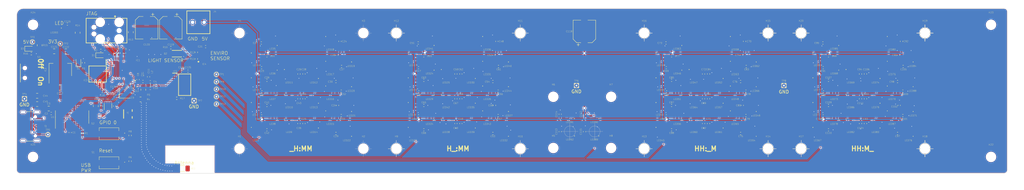
<source format=kicad_pcb>
(kicad_pcb (version 20221018) (generator pcbnew)
  (title_block (date "2022-11-21") (rev "A"))
  (layers (0 "F.Cu" signal) (1 "In1.Cu" signal) (2 "In2.Cu" signal) (31 "B.Cu" signal) (34 "B.Paste" user) (35 "F.Paste" user) (36 "B.SilkS" user "B.Silkscreen") (37 "F.SilkS" user "F.Silkscreen") (38 "B.Mask" user) (39 "F.Mask" user) (44 "Edge.Cuts" user))
  (net 0 "")
  (net 2 "Net-(AE1-Pad2)")
  (net 3 "Net-(C5-Pad1)")
  (net 4 "Net-(C6-Pad1)")
  (net 5 "Net-(C8-Pad1)")
  (net 7 "/Microcontroller/SDA")
  (net 8 "/Microcontroller/SCL")
  (net 9 "/Microcontroller/LIGHT_SIG")
  (net 12 "Net-(C9-Pad2)")
  (net 13 "Net-(C11-Pad1)")
  (net 14 "/Connectors/VBUS")
  (net 15 "VDD_SPI")
  (net 18 "GPIO0")
  (net 19 "Net-(D1-Pad1)")
  (net 21 "Net-(LED2-Pad1)")
  (net 22 "Net-(LED5-Pad1)")
  (net 23 "Net-(LED6-Pad1)")
  (net 24 "Net-(LED7-Pad1)")
  (net 25 "Net-(LED8-Pad1)")
  (net 32 "Net-(C44-Pad1)")
  (net 33 "GPIO15")
  (net 34 "GPIO16")
  (net 35 "GPIO17")
  (net 36 "GPIO18")
  (net 37 "/Microcontroller/U0TXD")
  (net 38 "/Microcontroller/U0RXD")
  (net 40 "SPICS0")
  (net 41 "SPIQ")
  (net 42 "SPIWP")
  (net 43 "SPID")
  (net 44 "SPICLK")
  (net 45 "SPIHD")
  (net 48 "Net-(J1-Pad3)")
  (net 49 "+3V3")
  (net 50 "GND")
  (net 51 "Net-(R1-Pad1)")
  (net 52 "/Level Shifter/A1")
  (net 53 "/Level Shifter/A2")
  (net 59 "DTR")
  (net 60 "RTS")
  (net 62 "Net-(LED10-Pad3)")
  (net 63 "Net-(LED10-Pad1)")
  (net 65 "Net-(LED12-Pad1)")
  (net 66 "Net-(LED17-Pad1)")
  (net 71 "Net-(J3-Pad1)")
  (net 72 "/Connectors/MTMS")
  (net 74 "/Connectors/MTCK")
  (net 75 "/Connectors/MTDO")
  (net 76 "/Connectors/MTDI")
  (net 77 "/Connectors/CHIP_PU")
  (net 78 "/Level Shifter/A3")
  (net 79 "GPIO45")
  (net 80 "Net-(LED1-Pad1)")
  (net 81 "/LED_Array_1/SIG_IN")
  (net 82 "Net-(LED19-Pad1)")
  (net 83 "Net-(LED3-Pad1)")
  (net 84 "Net-(LED20-Pad1)")
  (net 85 "Net-(LED4-Pad1)")
  (net 86 "Net-(LED21-Pad1)")
  (net 87 "/LED_Array_1/SIG_OUT")
  (net 88 "Net-(LED11-Pad1)")
  (net 89 "Net-(LED13-Pad1)")
  (net 90 "Net-(LED14-Pad1)")
  (net 91 "Net-(LED15-Pad1)")
  (net 92 "Net-(LED16-Pad1)")
  (net 93 "Net-(LED18-Pad1)")
  (net 94 "Net-(LED89-Pad1)")
  (net 95 "/LED_Array_Small_1/SIG_IN")
  (net 96 "Net-(LED90-Pad1)")
  (net 97 "Net-(LED91-Pad1)")
  (net 98 "/LED_Array_Small_1/SIG_OUT")
  (net 99 "/Level Shifter/A4")
  (net 100 "+5V")
  (net 101 "/Connectors/USBDP")
  (net 103 "Net-(LED93-Pad3)")
  (net 109 "/Level Shifter/A5")
  (net 110 "/Level Shifter/A6")
  (net 111 "/Level Shifter/A7")
  (net 112 "/Level Shifter/A8")
  (net 113 "Net-(IC5-Pad10)")
  (net 114 "/Level Shifter/B8")
  (net 115 "/Level Shifter/B6")
  (net 116 "/Level Shifter/B7")
  (net 117 "/Connectors/USBDN")
  (net 118 "/LED_Array_4/SIG_IN")
  (net 119 "/LED_Array_3/SIG_IN")
  (net 120 "/LED_Array_2/SIG_IN")
  (net 121 "Net-(LED23-Pad1)")
  (net 122 "Net-(LED24-Pad1)")
  (net 123 "Net-(LED24-Pad3)")
  (net 124 "Net-(LED25-Pad1)")
  (net 125 "Net-(LED25-Pad3)")
  (net 126 "Net-(LED26-Pad1)")
  (net 127 "Net-(LED26-Pad3)")
  (net 128 "Net-(LED27-Pad1)")
  (net 129 "Net-(LED27-Pad3)")
  (net 130 "Net-(LED28-Pad1)")
  (net 131 "Net-(LED29-Pad1)")
  (net 132 "Net-(LED30-Pad1)")
  (net 133 "Net-(LED31-Pad1)")
  (net 134 "/LED_Array_2/SIG_OUT")
  (net 135 "Net-(LED33-Pad1)")
  (net 136 "Net-(LED34-Pad1)")
  (net 137 "Net-(LED35-Pad1)")
  (net 138 "Net-(LED36-Pad1)")
  (net 139 "Net-(LED37-Pad1)")
  (net 140 "Net-(LED38-Pad1)")
  (net 141 "Net-(LED39-Pad1)")
  (net 142 "Net-(LED40-Pad1)")
  (net 143 "Net-(LED45-Pad1)")
  (net 144 "Net-(LED46-Pad1)")
  (net 145 "Net-(LED46-Pad3)")
  (net 146 "Net-(LED47-Pad1)")
  (net 147 "Net-(LED47-Pad3)")
  (net 148 "Net-(LED48-Pad1)")
  (net 149 "Net-(LED48-Pad3)")
  (net 150 "Net-(LED49-Pad1)")
  (net 151 "Net-(LED49-Pad3)")
  (net 152 "Net-(LED50-Pad1)")
  (net 153 "Net-(LED51-Pad1)")
  (net 154 "Net-(LED52-Pad1)")
  (net 155 "Net-(LED53-Pad1)")
  (net 156 "/LED_Array_3/SIG_OUT")
  (net 157 "Net-(LED55-Pad1)")
  (net 158 "Net-(LED56-Pad1)")
  (net 159 "Net-(LED57-Pad1)")
  (net 160 "Net-(LED58-Pad1)")
  (net 161 "Net-(LED59-Pad1)")
  (net 162 "Net-(LED60-Pad1)")
  (net 163 "Net-(LED61-Pad1)")
  (net 164 "Net-(LED62-Pad1)")
  (net 165 "Net-(LED67-Pad1)")
  (net 166 "Net-(LED68-Pad1)")
  (net 167 "Net-(LED68-Pad3)")
  (net 168 "Net-(LED69-Pad1)")
  (net 169 "Net-(LED69-Pad3)")
  (net 170 "Net-(LED70-Pad1)")
  (net 171 "Net-(LED70-Pad3)")
  (net 172 "Net-(LED71-Pad1)")
  (net 173 "Net-(LED71-Pad3)")
  (net 174 "Net-(LED72-Pad1)")
  (net 175 "Net-(LED73-Pad1)")
  (net 176 "Net-(LED74-Pad1)")
  (net 177 "Net-(LED75-Pad1)")
  (net 178 "/LED_Array_4/SIG_OUT")
  (net 179 "Net-(LED77-Pad1)")
  (net 180 "Net-(LED78-Pad1)")
  (net 181 "Net-(LED79-Pad1)")
  (net 182 "Net-(LED80-Pad1)")
  (net 183 "Net-(LED81-Pad1)")
  (net 184 "Net-(LED82-Pad1)")
  (net 185 "Net-(LED83-Pad1)")
  (net 186 "Net-(LED84-Pad1)")
  (net 187 "Net-(D1-Pad2)")
  (net 188 "Net-(D2-Pad1)")
  (net 189 "Net-(D3-Pad1)")
  (footprint "Capacitor_SMD:C_0402_1005Metric" (layer "F.Cu") (at 209.5 114.2 90)
    (fp_text reference "C52")
    (fp_text value "100n")
  )
  (footprint "Capacitor_SMD:C_0402_1005Metric" (layer "F.Cu") (at 210.8 132.5)
    (fp_text reference "C57")
    (fp_text value "100n")
  )
  (footprint "Resistor_SMD:R_0805_2012Metric_Pad1.20x1.40mm_HandSolder" (layer "F.Cu") (at 99.6 107.25 -90)
    (fp_text reference "R13")
    (fp_text value "DNF_0805")
  )
  (footprint "Package_TO_SOT_SMD:SOT-223-3_TabPin2" (layer "F.Cu") (at 78.25 118.6 90)
    (fp_text reference "IC2")
    (fp_text value "AMS1117-3.3")
  )
  (footprint "Capacitor_SMD:C_0402_1005Metric" (layer "F.Cu") (at 333.3 125.1)
    (fp_text reference "C100")
    (fp_text value "100n")
  )
  (footprint "Capacitor_SMD:C_0402_1005Metric" (layer "F.Cu") (at 139.2 132.6 180)
    (fp_text reference "C40")
    (fp_text value "100n")
  )
  (footprint "MountingHole:MountingHole_2.7mm_M2.5" (layer "F.Cu") (at 340 107.5)
    (fp_text reference "H19")
    (fp_text value "MountingHole")
  )
  (footprint "SamacSys_Parts:WS2812B2020" (layer "F.Cu") (at 317.5 127.4 180)
    (fp_text reference "LED86")
    (fp_text value "WS2812B-2020" hide)
  )
  (footprint "Capacitor_SMD:C_0402_1005Metric" (layer "F.Cu") (at 198 119.9 -90)
    (fp_text reference "C50")
    (fp_text value "100n")
  )
  (footprint "MountingHole:MountingHole_2.7mm_M2.5" (layer "F.Cu") (at 255 142.5)
    (fp_text reference "H13")
    (fp_text value "MountingHole")
  )
  (footprint "Capacitor_SMD:C_0402_1005Metric" (layer "F.Cu") (at 236.98 137.355 90)
    (fp_text reference "C115")
    (fp_text value "100n")
  )
  (footprint "Capacitor_SMD:C_0402_1005Metric" (layer "F.Cu") (at 80.4 104.8 180)
    (fp_text reference "C116")
    (fp_text value "100n")
  )
  (footprint "Capacitor_SMD:C_0402_1005Metric" (layer "F.Cu") (at 310.8 121.8)
    (fp_text reference "C107")
    (fp_text value "100n")
  )
  (footprint "SamacSys_Parts:WS2812B2020" (layer "F.Cu") (at 259.985 129.9 180)
    (fp_text reference "LED50")
    (fp_text value "WS2812B-2020" hide)
  )
  (footprint "Capacitor_SMD:C_0402_1005Metric" (layer "F.Cu") (at 114.92 119.05 180)
    (fp_text reference "C124")
    (fp_text value "100n")
  )
  (footprint "SamacSys_Parts:WS2812B2020" (layer "F.Cu") (at 232.5 132.075)
    (fp_text reference "LED91")
    (fp_text value "WS2812B-2020" hide)
  )
  (footprint "MountingHole:MountingHole_2.7mm_M2.5" (layer "F.Cu") (at 360 105)
    (fp_text reference "H23")
    (fp_text value "MountingHole")
  )
  (footprint "SamacSys_Parts:KF350352P" (layer "F.Cu") (at 121.8 104.25 180)
    (fp_text reference "J4")
    (fp_text value "KF350-3.5-2P" hide)
  )
  (footprint "Capacitor_SMD:C_0402_1005Metric" (layer "F.Cu") (at 310.8 114.4)
    (fp_text reference "C99")
    (fp_text value "100n")
  )
  (footprint "Capacitor_SMD:C_0402_1005Metric" (layer "F.Cu") (at 263.3 114.4)
    (fp_text reference "C77")
    (fp_text value "100n")
  )
  (footprint "LED_SMD:LED_0603_1608Metric" (layer "F.Cu") (at 69 112.25)
    (fp_text reference "D3")
    (fp_text value "Green_0603")
  )
  (footprint "SamacSys_Parts:WS2812B2020" (layer "F.Cu") (at 202.5 127.4)
    (fp_text reference "LED35")
    (fp_text value "WS2812B-2020" hide)
  )
  (footprint "Capacitor_SMD:C_0402_1005Metric" (layer "F.Cu") (at 322 134.9 90)
    (fp_text reference "C93")
    (fp_text value "100n")
  )
  (footprint "Capacitor_SMD:C_0402_1005Metric" (layer "F.Cu") (at 263.3 136.8)
    (fp_text reference "C88")
    (fp_text value "100n")
  )
  (footprint "Capacitor_SMD:C_0402_1005Metric" (layer "F.Cu") (at 273 134.9 -90)
    (fp_text reference "C82")
    (fp_text value "100n")
  )
  (footprint "TestPoint:TestPoint_THTPad_1.0x1.0mm_Drill0.5mm" (layer "F.Cu") (at 118.75 128)
    (fp_text reference "TP7")
    (fp_text value "TestPoint")
  )
  (footprint "SamacSys_Parts:WS2812B2020" (layer "F.Cu") (at 190 124.9)
    (fp_text reference "LED29")
    (fp_text value "WS2812B-2020" hide)
  )
  (footprint "SamacSys_Parts:WS2812B2020" (layer "F.Cu") (at 335.02 129.9)
    (fp_text reference "LED71")
    (fp_text value "WS2812B-2020" hide)
  )
  (footprint "Capacitor_SMD:C_0402_1005Metric" (layer "F.Cu") (at 150.5 127.4 -90)
    (fp_text reference "C43")
    (fp_text value "100n")
  )
  (footprint "SamacSys_Parts:SOIC127P790X216-8N" (layer "F.Cu") (at 89.55 119.9 -90)
    (fp_text reference "IC3")
    (fp_text value "W25Q64JVSSIQ" hide)
  )
  (footprint "SamacSys_Parts:WS2812B2020" (layer "F.Cu") (at 277.5 127.4)
    (fp_text reference "LED57")
    (fp_text value "WS2812B-2020" hide)
  )
  (footprint "SamacSys_Parts:WS2812B2020" (layer "F.Cu") (at 265 124.9)
    (fp_text reference "LED51")
    (fp_text value "WS2812B-2020" hide)
  )
  (footprint "Capacitor_SMD:C_0805_2012Metric" (layer "F.Cu") (at 71.25 129)
    (fp_text reference "C45")
    (fp_text value "10u")
  )
  (footprint "Resistor_SMD:R_0402_1005Metric" (layer "F.Cu") (at 90.51 112.75)
    (fp_text reference "R2")
    (fp_text value "1k")
  )
  (footprint "SamacSys_Parts:WS2812B2020" (layer "F.Cu") (at 142.5 124.9)
    (fp_text reference "LED7")
    (fp_text value "WS2812B-2020" hide)
  )
  (footprint "MountingHole:MountingHole_2.7mm_M2.5" (layer "F.Cu") (at 70 105)
    (fp_text reference "H24")
    (fp_text value "MountingHole")
  )
  (footprint "Capacitor_SMD:C_0402_1005Metric" (layer "F.Cu") (at 284.7 129.4 90)
    (fp_text reference "C80")
    (fp_text value "100n")
  )
  (footprint "Capacitor_SMD:C_0402_1005Metric" (layer "F.Cu") (at 99.62 123.35)
    (fp_text reference "C15")
    (fp_text value "100n")
  )
  (footprint "Resistor_SMD:R_1206_3216Metric_Pad1.30x1.75mm_HandSolder" (layer "F.Cu") (at 115.25 148.5 180)
    (fp_text reference "AE1")
    (fp_text value "ANT3216LL00R2400A")
  )
  (footprint "SamacSys_Parts:WS2812B2020" (layer "F.Cu") (at 212.52 122.4)
    (fp_text reference "LED44")
    (fp_text value "WS2812B-2020" hide)
  )
  (footprint "Capacitor_SMD:C_0402_1005Metric" (layer "F.Cu") (at 261.8 125.3 180)
    (fp_text reference "C68")
    (fp_text value "100n")
  )
  (footprint "Resistor_SMD:R_0402_1005Metric" (layer "F.Cu") (at 85 137.85 -90)
    (fp_text reference "R1")
    (fp_text value "DNF_0402")
  )
  (footprint "SamacSys_Parts:WS2812B2020" (layer "F.Cu") (at 202.5 119.9)
    (fp_text reference "LED30")
    (fp_text value "WS2812B-2020" hide)
  )
  (footprint "Capacitor_SMD:C_0402_1005Metric" (layer "F.Cu") (at 95.5 126.22 90)
    (fp_text reference "C5")
    (fp_text value "20p")
  )
  (footprint "Capacitor_SMD:CP_Elec_6.3x7.7" (layer "F.Cu") (at 111.7 105.9 -90)
    (fp_text reference "C119")
    (fp_text value "100uF_E")
  )
  (footprint "MountingHole:MountingHole_2.7mm_M2.5" (layer "F.Cu") (at 70 145)
    (fp_text reference "H21")
    (fp_text value "MountingHole")
  )
  (footprint "SamacSys_Parts:WS2812B2020" (layer "F.Cu") (at 232.5 137.3)
    (fp_text reference "LED92")
    (fp_text value "WS2812B-2020" hide)
  )
  (footprint "Capacitor_SMD:C_0402_1005Metric" (layer "F.Cu") (at 139.3 125.3 180)
    (fp_text reference "C22")
    (fp_text value "100n")
  )
  (footprint "SamacSys_Parts:WS2812B2020" (layer "F.Cu") (at 202.5 134.9)
    (fp_text reference "LED39")
    (fp_text value "WS2812B-2020" hide)
  )
  (footprint "SamacSys_Parts:WS2812B2020" (layer "F.Cu") (at 307.485 114.9 180)
    (fp_text reference "LED81")
    (fp_text value "WS2812B-2020" hide)
  )
  (footprint "SamacSys_Parts:WS2812B2020" (layer "F.Cu") (at 212.52 129.9)
    (fp_text reference "LED27")
    (fp_text value "WS2812B-2020" hide)
  )
  (footprint "SamacSys_Parts:WS2812B2020" (layer "F.Cu") (at 287.52 129.9)
    (fp_text reference "LED49")
    (fp_text value "WS2812B-2020" hide)
  )
  (footprint "SamacSys_Parts:WS2812B2020" (layer "F.Cu") (at 165.02 122.4)
    (fp_text reference "LED20")
    (fp_text value "WS2812B-2020" hide)
  )
  (footprint "SamacSys_Parts:WS2812B2020" (layer "F.Cu") (at 335.02 114.9)
    (fp_text reference "LED84")
    (fp_text value "WS2812B-2020" hide)
  )
  (footprint "SamacSys_Parts:WS2812B2020" (layer "F.Cu") (at 155 134.9)
    (fp_text reference "LED14")
    (fp_text value "WS2812B-2020" hide)
  )
  (footprint "Capacitor_SMD:C_0402_1005Metric" (layer "F.Cu") (at 332.9 110.02 90)
    (fp_text reference "C92")
    (fp_text value "100n")
  )
  (footprint "Capacitor_SMD:C_0402_1005Metric" (layer "F.Cu") (at 284.2 137.9 180)
    (fp_text reference "C75")
    (fp_text value "100n")
  )
  (footprint "SamacSys_Parts:WS2812B2020" (layer "F.Cu") (at 265 117.4)
    (fp_text reference "LED46")
    (fp_text value "WS2812B-2020" hide)
  )
  (footprint "SamacSys_Parts:WS2812B2020" (layer "F.Cu") (at 335.02 137.4)
    (fp_text reference "LED76")
    (fp_text value "WS2812B-2020" hide)
  )
  (footprint "SamacSys_Parts:WS2812B2020" (layer "F.Cu") (at 239.88 137.3)
    (fp_text reference "LED89")
    (fp_text value "WS2812B-2020" hide)
  )
  (footprint "MountingHole:MountingHole_2.7mm_M2.5" (layer "F.Cu") (at 170 142.5)
    (fp_text reference "H2")
    (fp_text value "MountingHole")
  )
  (footprint "Capacitor_SMD:C_0402_1005Metric" (layer "F.Cu") (at 94.7 129.62 90)
    (fp_text reference "C20")
    (fp_text value "1u")
  )
  (footprint "MountingHole:MountingHole_2.7mm_M2.5" (layer "F.Cu") (at 170 107.5)
    (fp_text reference "H3")
    (fp_text value "MountingHole")
  )
  (footprint "TestPoint:TestPoint_THTPad_D1.0mm_Drill0.5mm" (layer "F.Cu") (at 125.5 120)
    (fp_text reference "TP1")
    (fp_text value "TestPoint")
  )
  (footprint "Capacitor_SMD:C_0402_1005Metric" (layer "F.Cu") (at 116.9 119.05)
    (fp_text reference "C125")
    (fp_text value "100n")
  )
  (footprint "TestPoint:TestPoint_THTPad_1.0x1.0mm_Drill0.5mm" (layer "F.Cu") (at 234.5 123.4)
    (fp_text reference "TP6")
    (fp_text value "TestPoint")
  )
  (footprint "MountingHole:MountingHole_2.7mm_M2.5" (layer "F.Cu") (at 245 126.8)
    (fp_text reference "H7")
    (fp_text value "MountingHole")
  )
  (footprint "Capacitor_SMD:C_0402_1005Metric" (layer "F.Cu") (at 150.5 134.9 -90)
    (fp_text reference "C36")
    (fp_text value "100n")
  )
  (footprint "Capacitor_SMD:CP_Elec_6.3x7.7" (layer "F.Cu") (at 236.9 107 90)
    (fp_text reference "C118")
    (fp_text value "100uF_E")
  )
  (footprint "SamacSys_Parts:WS2812B2020" (layer "F.Cu") (at 195 127.4 180)
    (fp_text reference "LED42")
    (fp_text value "WS2812B-2020" hide)
  )
  (footprint "SamacSys_Parts:WS2812B2020" (layer "F.Cu") (at 330 117.4 180)
    (fp_text reference "LED75")
    (fp_text value "WS2812B-2020" hide)
  )
  (footprint "Capacitor_SMD:C_0402_1005Metric" (layer "F.Cu") (at 198 134.9 -90)
    (fp_text reference "C60")
    (fp_text value "100n")
  )
  (footprint "Resistor_SMD:R_0402_1005Metric" (layer "F.Cu") (at 99.4 138.51 90)
    (fp_text reference "R8")
    (fp_text value "10k")
  )
  (footprint "SamacSys_Parts:WS2812B2020" (layer "F.Cu") (at 184.985 137.4 180)
    (fp_text reference "LED23")
    (fp_text value "WS2812B-2020" hide)
  )
  (footprint "SamacSys_Parts:TS1101CW" (layer "F.Cu") (at 93 146.8 180)
    (fp_text reference "S1")
    (fp_text value "TS-1101-C-W" hide)
  )
  (footprint "SamacSys_Parts:WS2812B2020" (layer "F.Cu") (at 270 119.9 180)
    (fp_text reference "LED47")
    (fp_text value "WS2812B-2020" hide)
  )
  (footprint "TestPoint:TestPoint_THTPad_1.0x1.0mm_Drill0.5mm" (layer "F.Cu") (at 297.3 123.4)
    (fp_text reference "TP8")
    (fp_text value "TestPoint")
  )
  (footprint "Capacitor_SMD:C_0402_1005Metric" (layer "F.Cu") (at 198 127.4 -90)
    (fp_text reference "C67")
    (fp_text value "100n")
  )
  (footprint "Capacitor_SMD:C_0402_1005Metric" (layer "F.Cu") (at 90.95 125.2 180)
    (fp_text reference "C18")
    (fp_text value "100n")
  )
  (footprint "Capacitor_SMD:C_0402_1005Metric" (layer "F.Cu") (at 150.5 119.9 -90)
    (fp_text reference "C26")
    (fp_text value "100n")
  )
  (footprint "Capacitor_SMD:C_0402_1005Metric" (layer "F.Cu") (at 96.895 123.7 180)
    (fp_text reference "C17")
    (fp_text value "100n")
  )
  (footprint "Capacitor_SMD:C_0402_1005Metric" (layer "F.Cu") (at 188.3 136.8)
    (fp_text reference "C66")
    (fp_text value "100n")
  )
  (footprint "TestPoint:TestPoint_THTPad_1.0x1.0mm_Drill0.5mm" (layer "F.Cu") (at 67.4 127.4)
    (fp_text reference "TP4")
    (fp_text value "TestPoint")
  )
  (footprint "SamacSys_Parts:WS2812B2020" (layer "F.Cu") (at 330 124.9 180)
    (fp_text reference "LED70")
    (fp_text value "WS2812B-2020" hide)
  )
  (footprint "Capacitor_SMD:C_0402_1005Metric" (layer "F.Cu") (at 152 134.9 90)
    (fp_text reference "C25")
    (fp_text value "100n")
  )
  (footprint "Resistor_SMD:R_0805_2012Metric_Pad1.20x1.40mm_HandSolder" (layer "F.Cu") (at 102.545 127.6)
    (fp_text reference "R4")
    (fp_text value "DNF_0805")
  )
  (footprint "Package_SO:SOIC-16_3.9x9.9mm_P1.27mm" (layer "F.Cu") (at 81.84 132.93 90)
    (fp_text reference "U1")
    (fp_text value "CH340C")
  )
  (footprint "Capacitor_SMD:C_0402_1005Metric" (layer "F.Cu") (at 139.2 118 180)
    (fp_text reference "C23")
    (fp_text value "100n")
  )
  (footprint "Capacitor_SMD:CP_Elec_6.3x7.7" (layer "F.Cu") (at 104.4 105.9 -90)
    (fp_text reference "C120")
    (fp_text value "100uF_E")
  )
  (footprint "SamacSys_Parts:WS2812B2020" (layer "F.Cu") (at 307.485 122.4 180)
    (fp_text reference "LED77")
    (fp_text value "WS2812B-2020" hide)
  )
  (footprint "SamacSys_Parts:WS2812B2020" (layer "F.Cu") (at 325 127.4)
    (fp_text reference "LED79")
    (fp_text value "WS2812B-2020" hide)
  )
  (footprint "MountingHole:MountingHole_2.7mm_M2.5" (layer "F.Cu") (at 132.5 107.5)
    (fp_text reference "H4")
    (fp_text value "MountingHole")
  )
  (footprint "Capacitor_SMD:C_0402_1005Metric" (layer "F.Cu") (at 188.3 129.4)
    (fp_text reference "C65")
    (fp_text value "100n")
  )
  (footprint "Capacitor_SMD:C_0402_1005Metric" (layer "F.Cu") (at 105.495 122.25 180)
    (fp_text reference "C4")
    (fp_text value "1u")
  )
  (footprint "Resistor_SMD:R_0402_1005Metric" (layer "F.Cu") (at 119.42 113.345 90)
    (fp_text reference "R12")
    (fp_text value "4.7k")
  )
  (footprint "MountingHole:MountingHole_2.7mm_M2.5" (layer "F.Cu") (at 245 142.3)
    (fp_text reference "H8")
    (fp_text value "MountingHole")
  )
  (footprint "SamacSys_Parts:WS2812B2020" (layer "F.Cu") (at 160 124.9 180)
    (fp_text reference "LED16")
    (fp_text value "WS2812B-2020" hide)
  )
  (footprint "Capacitor_SMD:C_0402_1005Metric" (layer "F.Cu") (at 263.3 121.8)
    (fp_text reference "C85")
    (fp_text value "100n")
  )
  (footprint "Capacitor_SMD:C_0402_1005Metric" (layer "F.Cu") (at 274.5 127.4 90)
    (fp_text reference "C81")
    (fp_text value "100n")
  )
  (footprint "Capacitor_SMD:C_0402_1005Metric" (layer "F.Cu") (at 105.495 124.25 180)
    (fp_text reference "C10")
    (fp_text value "100n")
  )
  (footprint "Capacitor_SMD:C_0402_1005Metric" (layer "F.Cu") (at 332.2 129.4 90)
    (fp_text reference "C102")
    (fp_text value "100n")
  )
  (footprint "Capacitor_SMD:C_0402_1005Metric" (layer "F.Cu") (at 285.4 110.02 90)
    (fp_text reference "C70")
    (fp_text value "100n")
  )
  (footprint "Capacitor_SMD:C_0402_1005Metric" (layer "F.Cu") (at 209.2 122.2 180)
    (fp_text reference "C54")
    (fp_text value "100n")
  )
  (footprint "SamacSys_Parts:WS2812B2020" (layer "F.Cu") (at 207.5 109.9 180)
    (fp_text reference "LED36")
    (fp_text value "WS2812B-2020" hide)
  )
  (footprint "SamacSys_Parts:WS2812B2020" (layer "F.Cu") (at 137.485 137.4 180)
    (fp_text reference "LED1")
    (fp_text value "WS2812B-2020" hide)
  )
  (footprint "SamacSys_Parts:WS2812B2020" (layer "F.Cu") (at 259.985 137.4 180)
    (fp_text reference "LED45")
    (fp_text value "WS2812B-2020" hide)
  )
  (footprint "SamacSys_Parts:WS2812B2020" (layer "F.Cu") (at 312.5 132.4)
    (fp_text reference "LED78")
    (fp_text value "WS2812B-2020" hide)
  )
  (footprint "Capacitor_SMD:C_0402_1005Metric" (layer "F.Cu") (at 104.995 120.75 -90)
    (fp_text reference "C11")
    (fp_text value "10u_0402")
  )
  (footprint "SamacSys_Parts:WS2812B2020" (layer "F.Cu") (at 207.5 132.4 180)
    (fp_text reference "LED43")
    (fp_text value "WS2812B-2020" hide)
  )
  (footprint "Capacitor_SMD:C_0402_1005Metric" (layer "F.Cu") (at 97.7 113.57 90)
    (fp_text reference "C16")
    (fp_text value "100n")
  )
  (footprint "Capacitor_SMD:C_0402_1005Metric" (layer "F.Cu") (at 163.3 125.1)
    (fp_text reference "C32")
    (fp_text value "100n")
  )
  (footprint "Capacitor_SMD:C_0402_1005Metric" (layer "F.Cu") (at 162.9 110.02 90)
    (fp_text reference "C24")
    (fp_text value "100n")
  )
  (footprint "Capacitor_SMD:C_0402_1005Metric" (layer "F.Cu") (at 273 119.9 -90)
    (fp_text reference "C72")
    (fp_text value "100n")
  )
  (footprint "MountingHole:MountingHole_2.7mm_M2.5" (layer "F.Cu") (at 302.5 107.5)
    (fp_text reference "H20")
    (fp_text value "MountingHole")
  )
  (footprint "TestPoint:TestPoint_THTPad_D1.0mm_Drill0.5mm" (layer "F.Cu") (at 125.5 122.25)
    (fp_text reference "TP9")
    (fp_text value "TestPoint")
  )
  (footprint "SamacSys_Parts:SOP65P640X120-20N" (layer "F.Cu") (at 115.9 123.15)
    (fp_text reference "IC5")
    (fp_text value "TXS0108EPWR" hide)
  )
  (footprint "Capacitor_SMD:C_0402_1005Metric" (layer "F.Cu") (at 309.3 125.3 180)
    (fp_text reference "C90")
    (fp_text value "100n")
  )
  (footprint "MountingHole:MountingHole_2.7mm_M2.5" (layer "F.Cu") (at 227.5 126.8)
    (fp_text reference "H6")
    (fp_text value "MountingHole")
  )
  (footprint "Capacitor_SMD:C_0402_1005Metric" (layer "F.Cu") (at 331.7 122.2 180)
    (fp_text reference "C98")
    (fp_text value "100n")
  )
  (footprint "Capacitor_SMD:C_0402_1005Metric" (layer "F.Cu") (at 94.8 113.57 90)
    (fp_text reference "C14")
    (fp_text value "100p")
  )
  (footprint "Resistor_SMD:R_0805_2012Metric_Pad1.20x1.40mm_HandSolder" (layer "F.Cu") (at 72 111.2 90)
    (fp_text reference "R15")
    (fp_text value "0")
  )
  (footprint "Capacitor_SMD:C_0402_1005Metric" (layer "F.Cu") (at 199.5 127.4 90)
    (fp_text reference "C59")
    (fp_text value "100n")
  )
  (footprint "SamacSys_Parts:WS2812B2020" (layer "F.Cu") (at 265 132.4)
    (fp_text reference "LED56")
    (fp_text value "WS2812B-2020" hide)
  )
  (footprint "Capacitor_SMD:C_0805_2012Metric" (layer "F.Cu") (at 78.15 124.1 180)
    (fp_text reference "C117")
    (fp_text value "10u")
  )
  (footprint "Capacitor_SMD:C_0805_2012Metric" (layer "F.Cu") (at 76.4 113.05 180)
    (fp_text reference "C121")
    (fp_text value "10u")
  )
  (footprint "SamacSys_Parts:WS2812B2020" (layer "F.Cu") (at 147.5 134.9 180)
    (fp_text reference "LED9")
    (fp_text value "WS2812B-2020" hide)
  )
  (footprint "Capacitor_SMD:C_0402_1005Metric" (layer "F.Cu") (at 103.275 122.15 180)
    (fp_text reference "C6")
    (fp_text value "4p")
  )
  (footprint "Resistor_SMD:R_0402_1005Metric" (layer "F.Cu") (at 111.71 111.95)
    (fp_text reference "R10")
    (fp_text value "10k")
  )
  (footprint "Capacitor_SMD:C_0402_1005Metric" (layer "F.Cu") (at 261.7 132.6 180)
    (fp_text reference "C86")
    (fp_text value "100n")
  )
  (footprint "Capacitor_SMD:C_0402_1005Metric" (layer "F.Cu") (at 100.085 125.8 90)
    (fp_text reference "C9")
    (fp_text value "20p")
  )
  (footprint "Capacitor_SMD:C_0402_1005Metric" (layer "F.Cu") (at 186.8 125.3 180)
    (fp_text reference "C46")
    (fp_text value "100n")
  )
  (footprint "TestPoint:TestPoint_THTPad_D1.0mm_Drill0.5mm" (layer "F.Cu") (at 125.5 129)
    (fp_text reference "TP12")
    (fp_text value "TestPoint")
  )
  (footprint "MountingHole:MountingHole_2.7mm_M2.5" (layer "F.Cu") (at 180 142.5)
    (fp_text reference "H9")
    (fp_text value "MountingHole")
  )
  (footprint "Capacitor_SMD:C_0402_1005Metric" (layer "F.Cu") (at 139.1 110.5 180)
    (fp_text reference "C27")
    (fp_text value "100n")
  )
  (footprint "LED_SMD:LED_0603_1608Metric" (layer "F.Cu") (at 90.4625 114.25)
    (fp_text reference "D1")
    (fp_text value "Green_0603")
  )
  (footprint "Capacitor_SMD:C_0402_1005Metric" (layer "F.Cu") (at 274.5 134.9 90)
    (fp_text reference "C71")
    (fp_text value "100n")
  )
  (footprint "Capacitor_SMD:C_0402_1005Metric" (layer "F.Cu") (at 229.58 132.075 90)
    (fp_text reference "C114")
    (fp_text value "100n")
  )
  (footprint "Capacitor_SMD:C_0402_1005Metric" (layer "F.Cu") (at 210.4 110.02 90)
    (fp_text reference "C48")
    (fp_text value "100n")
  )
  (footprint "Capacitor_SMD:C_0402_1005Metric" (layer "F.Cu") (at 332 114.2 90)
    (fp_text reference "C96")
    (fp_text value "100n")
  )
  (footprint "Resistor_SMD:R_0402_1005Metric" (layer "F.Cu") (at 113.5 127.25 180)
    (fp_text reference "R17")
    (fp_text value "10k")
  )
  (footprint "Capacitor_SMD:C_0402_1005Metric" (layer "F.Cu") (at 140.8 121.8)
    (fp_text reference "C39")
    (fp_text value "100n")
  )
  (footprint "Capacitor_SMD:C_0402_1005Metric" (layer "F.Cu") (at 140.8 114.4)
    (fp_text reference "C31")
    (fp_text value "100n")
  )
  (footprint "TestPoint:TestPoint_THTPad_D1.0mm_Drill0.5mm" (layer "F.Cu") (at 69.8 110.2)
    (fp_text reference "TP3")
    (fp_text value "TestPoint")
  )
  (footprint "SamacSys_Parts:WS2812B2020" (layer "F.Cu") (at 165.02 137.4)
    (fp_text reference "LED22")
    (fp_text value "WS2812B-2020" hide)
  )
  (footprint "SamacSys_Parts:WS2812B2020" (layer "F.Cu") (at 259.985 122.4 180)
    (fp_text reference "LED55")
    (fp_text value "WS2812B-2020" hide)
  )
  (footprint "Capacitor_SMD:C_0402_1005Metric" (layer "F.Cu") (at 261.6 110.5 180)
    (fp_text reference "C73")
    (fp_text value "100n")
  )
  (footprint "Capacitor_SMD:C_0402_1005Metric" (layer "F.Cu") (at 284.2 122.2 180)
    (fp_text reference "C76")
    (fp_text value "100n")
  )
  (footprint "SamacSys_Parts:WS2812B2020" (layer "F.Cu") (at 142.5 109.9)
    (fp_text reference "LED5")
    (fp_text value "WS2812B-2020" hide)
  )
  (footprint "Capacitor_SMD:C_0402_1005Metric" (layer "F.Cu") (at 209.7 129.4 90)
    (fp_text reference "C58")
    (fp_text value "100n")
  )
  (footprint "Capacitor_SMD:C_0402_1005Metric" (layer "F.Cu") (at 285.8 125.1)
    (fp_text reference "C78")
    (fp_text value "100n")
  )
  (footprint "Capacitor_SMD:C_0402_1005Metric" (layer "F.Cu") (at 210.8 125.1)
    (fp_text reference "C56")
    (fp_text value "100n")
  )
  (footprint "SamacSys_Parts:WS2812B2020" (layer "F.Cu") (at 190 109.9)
    (fp_text reference "LED41")
    (fp_text value "WS2812B-2020" hide)
  )
  (footprint "SamacSys_Parts:WS2812B2020" (layer "F.Cu") (at 312.5 109.9)
    (fp_text reference "LED85")
    (fp_text value "WS2812B-2020" hide)
  )
  (footprint "MountingHole:MountingHole_2.7mm_M2.5" (layer "F.Cu") (at 227.5 142.3)
    (fp_text reference "H5")
    (fp_text value "MountingHole")
  )
  (footprint "SamacSys_Parts:WS2812B2020" (layer "F.Cu") (at 142.5 117.4)
    (fp_text reference "LED6")
    (fp_text value "WS2812B-2020" hide)
  )
  (footprint "Capacitor_SMD:C_0402_1005Metric" (layer "F.Cu") (at 333.3 132.5)
    (fp_text reference "C101")
    (fp_text value "100n")
  )
  (footprint "SamacSys_Parts:WS2812B2020" (layer "F.Cu") (at 282.5 132.4 180)
    (fp_text reference "LED65")
    (fp_text value "WS2812B-2020" hide)
  )
  (footprint "SamacSys_Parts:WS2812B2020" (layer "F.Cu") (at 184.985 122.4 180)
    (fp_text reference "LED33")
    (fp_text value "WS2812B-2020" hide)
  )
  (footprint "SamacSys_Parts:WS2812B2020" (layer "F.Cu") (at 259.985 114.9 180)
    (fp_text reference "LED59")
    (fp_text value "WS2812B-2020" hide)
  )
  (footprint "Resistor_SMD:R_0805_2012Metric_Pad1.20x1.40mm_HandSolder" (layer "F.Cu") (at 89 129.62 90)
    (fp_text reference "R9")
    (fp_text value "DNF_0805")
  )
  (footprint "SamacSys_Parts:WS2812B2020" (layer "F.Cu") (at 137.485 129.9 180)
    (fp_text reference "LED2")
    (fp_text value "WS2812B-2020" hide)
  )
  (footprint "Capacitor_SMD:C_0805_2012Metric" (layer "F.Cu") (at 74.75 130.36 180)
    (fp_text reference "C3")
    (fp_text value "10u")
  )
  (footprint "Resistor_SMD:R_0402_1005Metric" (layer "F.Cu") (at 96 113.56 -90)
    (fp_text reference "R7")
    (fp_text value "10k")
  )
  (footprint "SamacSys_Parts:WS2812B2020" (layer "F.Cu") (at 307.485 137.4 180)
    (fp_text reference "LED67")
    (fp_text value "WS2812B-2020" hide)
  )
  (footprint "SamacSys_Parts:WS2812B2020" (layer "F.Cu") (at 190 132.4)
    (fp_text reference "LED34")
    (fp_text value "WS2812B-2020" hide)
  )
  (footprint "SamacSys_Parts:WS2812B2020" (layer "F.Cu") (at 212.52 137.4)
    (fp_text reference "LED32")
    (fp_text value "WS2812B-2020" hide)
  )
  (footprint "SamacSys_Parts:WS2812B2020" (layer "F.Cu") (at 160 109.9 180)
    (fp_text reference "LED18")
    (fp_text value "WS2812B-2020" hide)
  )
  (footprint "SamacSys_Parts:WS2812B2020" (layer "F.Cu") (at 287.52 122.4)
    (fp_text reference "LED66")
    (fp_text value "WS2812B-2020" hide)
  )
  (footprint "SamacSys_Parts:WS2812B2020" (layer "F.Cu") (at 287.52 114.9)
    (fp_text reference "LED62")
    (fp_text value "WS2812B-2020" hide)
  )
  (footprint "SamacSys_Parts:TS1101CW" (layer "F.Cu") (at 93 138 180)
    (fp_text reference "S2")
    (fp_text value "TS-1101-C-W" hide)
  )
  (footprint "SamacSys_Parts:WS2812B2020" (layer "F.Cu") (at 212.52 114.9)
    (fp_text reference "LED40")
    (fp_text value "WS2812B-2020" hide)
  )
  (footprint "SamacSys_Parts:WS2812B2020" (layer "F.Cu") (at 184.985 114.9 180)
    (fp_text reference "LED37")
    (fp_text value "WS2812B-2020" hide)
  )
  (footprint "Package_TO_SOT_SMD:SOT-363_SC-70-6" (layer "F.Cu") (at 92.7 129.53 90)
    (fp_text reference "Q1")
    (fp_text value "MUN5214DW1T1G")
  )
  (footprint "Resistor_SMD:R_0805_2012Metric_Pad1.20x1.40mm_HandSolder" (layer "F.Cu") (at 103.395 124.65 -90)
    (fp_text reference "R5")
    (fp_text value "0")
  )
  (footprint "Capacitor_SMD:C_0402_1005Metric" (layer "F.Cu") (at 285.9 117.6)
    (fp_text reference "C83")
    (fp_text value "100n")
  )
  (footprint "Capacitor_SMD:C_0402_1005Metric" (layer "F.Cu") (at 186.7 118 180)
    (fp_text reference "C47")
    (fp_text value "100n")
  )
  (footprint "SamacSys_Parts:WS2812B2020" (layer "F.Cu") (at 307.485 129.9 180)
    (fp_text reference "LED72")
    (fp_text value "WS2812B-2020" hide)
  )
  (footprint "MountingHole:MountingHole_2.7mm_M2.5" (layer "F.Cu") (at 340 142.5)
    (fp_text reference "H18")
    (fp_text value "MountingHole")
  )
  (footprint "SamacSys_Parts:WS2812B2020" (layer "F.Cu") (at 155 119.9)
    (fp_text reference "LED12")
    (fp_text value "WS2812B-2020" hide)
  )
  (footprint "Capacitor_SMD:C_0402_1005Metric" (layer "F.Cu") (at 274.5 119.88 90)
    (fp_text reference "C84")
    (fp_text value "100n")
  )
  (footprint "SamacSys_Parts:TEMT6000X01" (layer "F.Cu") (at 113 113.75)
    (fp_text reference "Q2")
    (fp_text value "TEMT6000X01" hide)
  )
  (footprint "Resistor_SMD:R_0402_1005Metric" (layer "F.Cu") (at 69.49 113.75)
    (fp_text reference "R16")
    (fp_text value "2.2k")
  )
  (footprint "SamacSys_Parts:WS2812B2020" (layer "F.Cu") (at 282.5 117.4 180)
    (fp_text reference "LED53")
    (fp_text value "WS2812B-2020" hide)
  )
  (footprint "MountingHole:MountingHole_2.7mm_M2.5" (layer "F.Cu") (at 132.5 142.5)
    (fp_text reference "H1")
    (fp_text value "MountingHole")
  )
  (footprint "Inductor_SMD:L_0402_1005Metric" (layer "F.Cu") (at 103.28 121.15 180)
    (fp_text reference "L1")
    (fp_text value "1.8nH")
  )
  (footprint "Capacitor_SMD:C_0402_1005Metric" (layer "F.Cu") (at 161.7 137.9 180)
    (fp_text reference "C29")
    (fp_text value "100n")
  )
  (footprint "Capacitor_SMD:C_0402_1005Metric" (layer "F.Cu") (at 161.7 122.2 180)
    (fp_text reference "C30")
    (fp_text value "100n")
  )
  (footprint "TestPoint:TestPoint_THTPad_D1.0mm_Drill0.5mm" (layer "F.Cu") (at 78.25 110.75)
    (fp_text reference "TP2")
    (fp_text value "TestPoint")
  )
  (footprint "SamacSys_Parts:WS2812B2020" (layer "F.Cu") (at 207.5 124.9 180)
    (fp_text reference "LED26")
    (fp_text value "WS2812B-2020" hide)
  )
  (footprint "Capacitor_SMD:C_0402_1005Metric" (layer "F.Cu") (at 105.495 123.25 180)
    (fp_text reference "C7")
    (fp_text value "10u_0402")
  )
  (footprint "Capacitor_SMD:C_0402_1005Metric" (layer "F.Cu") (at 188.3 121.8)
    (fp_text reference "C63")
    (fp_text value "100n")
  )
  (footprint "SamacSys_Parts:WS2812B2020" (layer "F.Cu") (at 277.5 134.9)
    (fp_text reference "LED61")
    (fp_text value "WS2812B-2020" hide)
  )
  (footprint "SamacSys_Parts:WS2812B2020" (layer "F.Cu") (at 282.5 109.9 180)
    (fp_text reference "LED58")
    (fp_text value "WS2812B-2020" hide)
  )
  (footprint "MountingHole:MountingHole_2.7mm_M2.5" (layer "F.Cu") (at 292.5 107.5)
    (fp_text reference "H15")
    (fp_text value "MountingHole")
  )
  (footprint "SamacSys_Parts:WS2812B2020" (layer "F.Cu") (at 137.485 114.9 180)
    (fp_text reference "LED4")
    (fp_text value "WS2812B-2020" hide)
  )
  (footprint "SamacSys_Parts:WS2812B2020" (layer "F.Cu") (at 265 109.9)
    (fp_text reference "LED63")
    (fp_text value "WS2812B-2020" hide)
  )
  (footprint "Capacitor_SMD:C_0402_1005Metric" (layer "F.Cu") (at 310.8 129.4)
    (fp_text reference "C109")
    (fp_text value "100n")
  )
  (footprint "Capacitor_SMD:C_0402_1005Metric" (layer "F.Cu") (at 81.25 137.62 -90)
    (fp_text reference "C1")
    (fp_text value "100n")
  )
  (footprint "Crystal:Crystal_SMD_2520-4Pin_2.5x2.0mm" (layer "F.Cu") (at 97.81 125.795)
    (fp_text reference "Y1")
    (fp_text value "SX25Y040000BF1T-C")
  )
  (footprint "MountingHole:MountingHole_2.7mm_M2.5" (layer "F.Cu") (at 180 107.5)
    (fp_text reference "H12")
    (fp_text value "MountingHole")
  )
  (footprint "SamacSys_Parts:WS2812B2020" (layer "F.Cu") (at 312.5 117.4)
    (fp_text reference "LED68")
    (fp_text value "WS2812B-2020" hide)
  )
  (footprint "Capacitor_SMD:C_0402_1005Metric" (layer "F.Cu") (at 162 114.2 90)
    (fp_text reference "C28")
    (fp_text value "100n")
  )
  (footprint "SamacSys_Parts:WS2812B2020" (layer "F.Cu") (at 160 117.4 180)
    (fp_text reference "LED17")
    (fp_text value "WS2812B-2020" hide)
  )
  (footprint "Capacitor_SMD:C_0402_1005Metric" (layer "F.Cu") (at 310.8 136.8)
    (fp_text reference "C110")
    (fp_text value "100n")
  )
  (footprint "Capacitor_SMD:C_0402_1005Metric" (layer "F.Cu") (at 152 119.88 90)
    (fp_text reference "C38")
    (fp_text value "100n")
  )
  (footprint "MountingHole:MountingHole_2.7mm_M2.5" (layer "F.Cu") (at 217.5 142.5)
    (fp_text reference "H10")
    (fp_text value "MountingHole")
  )
  (footprint "SamacSys_Parts:WS2812B2020" (layer "F.Cu") (at 239.88 132.075)
    (fp_text reference "LED90")
    (fp_text value "WS2812B-2020" hide)
  )
  (footprint "Capacitor_SMD:C_0402_1005Metric" (layer "F.Cu") (at 210.9 117.6)
    (fp_text reference "C61")
    (fp_text value "100n")
  )
  (footprint "SamacSys_Parts:WS2812B2020" (layer "F.Cu") (at 147.5 127.4 180)
    (fp_text reference "LED10")
    (fp_text value "WS2812B-2020" hide)
  )
  (footprint "SamacSys_Parts:U.FL-R-SMT-1_10_" (layer "F.Cu") (at 98.725 132 -90)
    (fp_text reference "J1")
    (fp_text value "U.FL-R-SMT-1_10_" hide)
  )
  (footprint "SamacSys_Parts:WS2812B2020" (layer "F.Cu") (at 195 119.9 180)
    (fp_text reference "LED25")
    (fp_text value "WS2812B-2020" hide)
  )
  (footprint "Capacitor_SMD:C_0402_1005Metric" (layer "F.Cu") (at 199.5 119.88 90)
    (fp_text reference "C62")
    (fp_text value "100n")
  )
  (footprint "SamacSys_Parts:WS2812B2020" (layer "F.Cu") (at 287.52 137.4)
    (fp_text reference "LED54")
    (fp_text value "WS2812B-2020" hide)
  )
  (footprint "Capacitor_SMD:C_0402_1005Metric" (layer "F.Cu") (at 320.5 119.9 -90)
    (fp_text reference "C94")
    (fp_text value "100n")
  )
  (footprint "MountingHole:MountingHole_2.7mm_M2.5" (layer "F.Cu") (at 292.5 142.5)
    (fp_text reference "H14")
    (fp_text value "MountingHole")
  )
  (footprint "Capacitor_SMD:C_0402_1005Metric" (layer "F.Cu") (at 140.8 136.8)
    (fp_text reference "C42")
    (fp_text value "100n")
  )
  (footprint "SamacSys_Parts:WS2812B2020" (layer "F.Cu") (at 325 119.9)
    (fp_text reference "LED74")
    (fp_text value "WS2812B-2020" hide)
  )
  (footprint "Capacitor_SMD:C_0402_1005Metric" (layer "F.Cu") (at 309.2 118 180)
    (fp_text reference "C91")
    (fp_text value "100n")
  )
  (footprint "Capacitor_SMD:C_0402_1005Metric" (layer "F.Cu") (at 188.3 114.4)
    (fp_text reference "C55")
    (fp_text value "100n")
  )
  (footprint "Inductor_SMD:L_0402_1005Metric" (layer "F.Cu") (at 105.995 120.75 90)
    (fp_text reference "L2")
    (fp_text value "1.8nH")
  )
  (footprint "Capacitor_SMD:C_0402_1005Metric" (layer "F.Cu") (at 229.58 137.355 90)
    (fp_text reference "C113")
    (fp_text value "100n")
  )
  (footprint "Capacitor_SMD:C_0402_1005Metric" (layer "F.Cu") (at 152 127.4 90)
    (fp_text reference "C35")
    (fp_text value "100n")
  )
  (footprint "SamacSys_Parts:WS2812B2020" (layer "F.Cu") (at 155 127.4)
    (fp_text reference "LED13")
    (fp_text value "WS2812B-2020" hide)
  )
  (footprint "Capacitor_SMD:C_0402_1005Metric" (layer "F.Cu") (at 101.085 123.8 -90)
    (fp_text reference "C12")
    (fp_text value "1u")
  )
  (footprint "SamacSys_Parts:QFN40P700X700X90-57N-D" (layer "F.Cu") (at 97.05 118.7 180)
    (fp_text reference "IC1")
    (fp_text value "ESP32-S2FH4" hide)
  )
  (footprint "SamacSys_Parts:WS2812B2020" (layer "F.Cu") (at 184.985 129.9 180)
    (fp_text reference "LED28")
    (fp_text value "WS2812B-2020" hide)
  )
  (footprint "Capacitor_SMD:C_0805_2012Metric" (layer "F.Cu") (at 79.95 113.05)
    (fp_text reference "C122")
    (fp_text value "10u")
  )
  (footprint "SamacSys_Parts:WS2812B2020" (layer "F.Cu") (at 207.5 117.4 180)
    (fp_text reference "LED31")
    (fp_text value "WS2812B-2020" hide)
  )
  (footprint "Capacitor_SMD:C_0402_1005Metric" (layer "F.Cu") (at 285.8 132.5)
    (fp_text reference "C79")
    (fp_text value "100n")
  )
  (footprint "SamacSys_Parts:WS2812B2020" (layer "F.Cu") (at 277.5 119.9)
    (fp_text reference "LED52")
    (fp_text value "WS2812B-2020" hide)
  )
  (footprint "Resistor_SMD:R_0402_1005Metric" (layer "F.Cu") (at 119.42 115.335 -90)
    (fp_text reference "R11")
    (fp_text value "4.7k")
  )
  (footprint "Resistor_SMD:R_0402_1005Metric" (layer "F.Cu") (at 99.4 146.3 -90)
    (fp_text reference "R6")
    (fp_text value "10k")
  )
  (footprint "Capacitor_SMD:C_0402_1005Metric" (layer "F.Cu") (at 309.2 132.6 180)
    (fp_text reference "C108")
    (fp_text value "100n")
  )
  (footprint "Resistor_SMD:R_0402_1005Metric" (layer "F.Cu") (at 85.25 116.5 90)
    (fp_text reference "R3")
    (fp_text value "1k")
  )
  (footprint "SamacSys_Parts:WS2812B2020" (layer "F.Cu") (at 160 132.4 180)
    (fp_text reference "LED15")
    (fp_text value "WS2812B-2020" hide)
  )
  (footprint "SamacSys_Parts:WS2812B2020" (layer "F.Cu") (at 330 109.9 180)
    (fp_text reference "LED80")
    (fp_text value "WS2812B-2020" hide)
  )
  (footprint "MountingHole:MountingHole_2.7mm_M2.5" (layer "F.Cu") (at 255 107.5)
    (fp_text reference "H16")
    (fp_text value "MountingHole")
  )
  (footprint "SamacSys_Parts:SON100P300X300X110-7N" (layer "F.Cu") (at 121.8 114.3 90)
    (fp_text reference "IC4")
    (fp_text value "SHT20" hide)
  )
  (footprint "SamacSys_Parts:WS2812B2020" (layer "F.Cu") (at 317.5 119.9 180)
    (fp_text reference "LED69")
    (fp_text value "WS2812B-2020" hide)
  )
  (footprint "MountingHole:MountingHole_2.7mm_M2.5" (layer "F.Cu") (at 302.5 142.5)
    (fp_text reference "H17")
    (fp_text value "MountingHole")
  )
  (footprint "SamacSys_Parts:WS2812B2020" (layer "F.Cu") (at 147.5 119.9 180)
    (fp_text reference "LED11")
    (fp_text value "WS2812B-2020" hide)
  )
  (footprint "Capacitor_SMD:C_0402_1005Metric" (layer "F.Cu") (at 322 127.4 90)
    (fp_text reference "C103")
    (fp_text value "100n")
  )
  (footprint "SamacSys_Parts:WS2812B2020" (layer "F.Cu") (at 312.5 124.9)
    (fp_text reference "LED73")
    (fp_text value "WS2812B-2020" hide)
  )
  (footprint "Capacitor_SMD:C_0402_1005Metric" (layer "F.Cu") (at 95.3 123.85 -90)
    (fp_text reference "C13")
    (fp_text value "100n")
  )
  (footprint "SamacSys_Parts:WS2812B2020" (layer "F.Cu") (at 282.5 124.9 180)
    (fp_text reference "LED48")
    (fp_text value "WS2812B-2020" hide)
  )
  (footprint "Capacitor_SMD:C_0402_1005Metric" (layer "F.Cu") (at 333.4 117.6)
    (fp_text reference "C105")
    (fp_text value "100n")
  )
  (footprint "Capacitor_SMD:C_0402_1005Metric" (layer "F.Cu") (at 284.5 114.2 90)
    (fp_text reference "C74")
    (fp_text value "100n")
  )
  (footprint "TestPoint:TestPoint_THTPad_D1.0mm_Drill0.5mm" (layer "F.Cu") (at 125.5 126.75)
    (fp_text reference "TP11")
    (fp_text value "TestPoint")
  )
  (footprint "Capacitor_SMD:C_0402_1005Metric" (layer "F.Cu") (at 75.5 131.86 180)
    (fp_text reference "C2")
    (fp_text value "100n")
  )
  (footprint "Capacitor_SMD:C_0402_1005Metric" (layer "F.Cu") (at 140.8 129.4)
    (fp_text reference "C41")
    (fp_text value "100n")
  )
  (footprint "SamacSys_Parts:WS2812B2020" (layer "F.Cu") (at 190 117.4)
    (fp_text reference "LED24")
    (fp_text value "WS2812B-2020" hide)
  )
  (footprint "MountingHole:MountingHole_2.7mm_M2.5" (layer "F.Cu") (at 217.5 107.5)
    (fp_text reference "H11")
    (fp_text value "MountingHole")
  )
  (footprint "Capacitor_SMD:C_0402_1005Metric" (layer "F.Cu") (at 90.7 129.62 -90)
    (fp_text reference "C19")
    (fp_text value "1u")
  )
  (footprint "Connectors_JT:GT-USB-7010A" (layer "F.Cu") (at 69.25 135.75 -90)
    (fp_text reference "J2")
    (fp_text value "GT-USB-7010")
  )
  (footprint "SamacSys_Parts:WS2812B2020" (layer "F.Cu") (at 195 134.9 180)
    (fp_text reference "LED38")
    (fp_text value "WS2812B-2020" hide)
  )
  (footprint "SamacSys_Parts:WS2812B2020" (layer "F.Cu") (at 79.985 107.35 180)
    (fp_text reference "LED93")
    (fp_text value "WS2812B-2020" hide)
  )
  (footprint "MountingHole:MountingHole_2.7mm_M2.5" (layer "F.Cu") (at 360 145)
    (fp_text reference "H22")
    (fp_text value "MountingHole")
  )
  (footprint "Capacitor_SMD:C_0402_1005Metric" (layer "F.Cu") (at 163.3 132.5)
    (fp_text reference "C33")
    (fp_text value "100n")
  )
  (footprint "SamacSys_Parts:WS2812B2020" (layer "F.Cu") (at 142.5 132.4)
    (fp_text reference "LED8")
    (fp_text value "WS2812B-2020" hide)
  )
  (footprint "SamacSys_Parts:TC2050-IDC" (layer "F.Cu") (at 93.2 109.3 180)
    (fp_text reference "J3")
    (fp_text value "TC2050-IDC" hide)
  )
  (footprint "Capacitor_SMD:C_0402_1005Metric" (layer "F.Cu") (at 263.3 129.4)
    (fp_text reference "C87")
    (fp_text value "100n")
  )
  (footprint "Capacitor_SMD:C_0402_1005Metric" (layer "F.Cu") (at 273 127.4 -90)
    (fp_text reference "C89")
    (fp_text value "100n")
  )
  (footprint "Capacitor_SMD:C_0402_1005Metric" (layer "F.Cu") (at 331.7 137.9 180)
    (fp_text reference "C97")
    (fp_text value "100n")
  )
  (footprint "Capacitor_SMD:C_0402_1005Metric" (layer "F.Cu") (at 209.2 137.9 180)
    (fp_text reference "C53")
    (fp_text value "100n")
  )
  (footprint "Capacitor_SMD:C_0402_1005Metric" (layer "F.Cu") (at 309.1 110.5 180)
    (fp_text reference "C95")
    (fp_text value "100n")
  )
  (footprint "SamacSys_Parts:WS2812B2020" (layer "F.Cu") (at 270 134.9 180)
    (fp_text reference "LED60")
    (fp_text value "WS2812B-2020" hide)
  )
  (footprint "SamacSys_Parts:WS2812B2020" (layer "F.Cu") (at 325 134.9)
    (fp_text reference "LED83")
    (fp_text value "WS2812B-2020" hide)
  )
  (footprint "SamacSys_Parts:WS2812B2020" (layer "F.Cu") (at 137.485 122.4 180)
    (fp_text reference "LED3")
    (fp_text value "WS2812B-2020" hide)
  )
  (footprint "SamacSys_Parts:WS2812B2020" (layer "F.Cu") (at 270 127.4 180)
    (fp_text reference "LED64")
    (fp_text value "WS2812B-2020" hide)
  )
  (footprint "SamacSys_Parts:WS2812B2020" (layer "F.Cu") (at 165.02 129.9)
    (fp_text reference "LED21")
    (fp_text value "WS2812B-2020" hide)
  )
  (footprint "Capacitor_SMD:C_0402_1005Metric" (layer "F.Cu") (at 261.7 118 180)
    (fp_text reference "C69")
    (fp_text value "100n")
  )
  (footprint "SamacSys_Parts:WS2812B2020" (layer "F.Cu") (at 317.5 134.9 180)
    (fp_text reference "LED82")
    (fp_text value "WS2812B-2020" hide)
  )
  (footprint "Capacitor_SMD:C_0402_1005Metric" (layer "F.Cu") (at 236.98 132.075 90)
    (fp_text reference "C112")
    (fp_text value "100n")
  )
  (footprint "Capacitor_SMD:C_0402_1005Metric" (layer "F.Cu") (at 163.4 117.6)
    (fp_text reference "C37")
    (fp_text value "100n")
  )
  (footprint "Capacitor_SMD:C_0402_1005Metric" (layer "F.Cu") (at 186.6 110.5 180)
    (fp_text reference "C51")
    (fp_text value "100n")
  )
  (footprint "Capacitor_SMD:C_0805_2012Metric" (layer "F.Cu") (at 71.25 126.5)
    (fp_text reference "C44")
    (fp_text value "10u")
  )
  (footprint "SamacSys_Parts:WS2812B2020" (layer "F.Cu") (at 165.02 114.9)
    (fp_text reference "LED19")
    (fp_text value "WS2812B-2020" hide)
  )
  (footprint "SamacSys_Parts:WS2812B2020" (layer "F.Cu") (at 330 132.4 180)
    (fp_text reference "LED87")
    (fp_text value "WS2812B-2020" hide)
  )
  (footprint "Capacitor_SMD:C_0402_1005Metric" (layer "F.Cu") (at 320.5 134.9 -90)
    (fp_text reference "C104")
    (fp_text value "100n")
  )
  (footprint "Capacitor_SMD:C_0402_1005Metric" (layer "F.Cu") (at 322 119.88 90)
    (fp_text reference "C106")
    (fp_text value "100n")
  )
  (footprint "Capacitor_SMD:C_0402_1005Metric" (layer "F.Cu") (at 162.2 129.4 90)
    (fp_text reference "C34")
    (fp_text value "100n")
  )
  (footprint "LED_SMD:LED_0603_1608Metric" (layer "F.Cu") (at 83.75 116.25 90)
    (fp_text reference "D2")
    (fp_text value "Green_0603")
  )
  (footprint "TestPoint:TestPoint_THTPad_D1.0mm_Drill0.5mm" (layer "F.Cu") (at 74.5 138.25)
    (fp_text reference "TP5")
    (fp_text value "TestPoint")
  )
  (footprint "Resistor_SMD:R_0805_2012Metric_Pad1.20x1.40mm_HandSolder" (layer "F.Cu") (at 83.5 107.4 90)
    (fp_text reference "R14")
    (fp_text value "0")
  )
  (footprint "SamacSys_Parts:WS2812B2020" (layer "F.Cu") (at 335.02 122.4)
    (fp_text reference "LED88")
    (fp_text value "WS2812B-2020" hide)
  )
  (footprint "Capacitor_SMD:C_0402_1005Metric" (layer "F.Cu") (at 320.5 127.4 -90)
    (fp_text reference "C111")
    (fp_text value "100n")
  )
  (footprint "Capacitor_SMD:C_0402_1005Metric" (layer "F.Cu") (at 122.24 111.635)
    (fp_text reference "C21")
    (fp_text value "100n")
  )
  (footprint "Capacitor_SMD:C_0402_1005Metric" (layer "F.Cu") (at 199.5 134.9 90)
    (fp_text reference "C49")
    (fp_text value "100n")
  )
  (footprint "Capacitor_SMD:C_0402_1005Metric" (layer "F.Cu") (at 101.795 121.6 -90)
    (fp_text reference "C8")
    (fp_text value "5p")
  )
  (footprint "TestPoint:TestPoint_THTPad_D1.0mm_Drill0.5mm" (layer "F.Cu") (at 125.5 124.5)
    (fp_text reference "TP10")
    (fp_text value "TestPoint")
  )
  (footprint "Capacitor_SMD:C_0402_1005Metric" (layer "F.Cu") (at 186.7 132.6 180)
    (fp_text reference "C64")
    (fp_text value "100n")
  )
  (footprint "SamacSys_Parts:K31296SE1" (layer "F.Cu") (at 67.525 119.6 90)
    (fp_text reference "S3")
    (fp_text value "K3-1296S-E1" hide)
  )
  (gr_arc locked (start 66 150) (mid 65.292893 149.707107) (end 65 149) (stroke (width 0.05)) (layer "Edge.Cuts"))
  (gr_line locked (start 67 100) (end 364 100) (stroke (width 0.1)) (layer "Edge.Cuts"))
  (gr_arc locked (start 364 100) (mid 364.707107 100.292893) (end 365 101) (stroke (width 0.05)) (layer "Edge.Cuts"))
  (gr_line locked (start 65 149) (end 65 102) (stroke (width 0.1)) (layer "Edge.Cuts"))
  (gr_line locked (start 364 150) (end 66 150) (stroke (width 0.1)) (layer "Edge.Cuts"))
  (gr_arc locked (start 65 102) (mid 65.585786 100.585786) (end 67 100) (stroke (width 0.05)) (layer "Edge.Cuts"))
  (gr_line locked (start 365 101) (end 365 149) (stroke (width 0.1)) (layer "Edge.Cuts"))
  (gr_arc locked (start 365 149) (mid 364.707107 149.707107) (end 364 150) (stroke (width 0.05)) (layer "Edge.Cuts"))
  (gr_text "Reset" (at 89.9 143.1) (layer "F.SilkS") (effects (font (size 1 1) (thickness 0.1)) (justify left)))
  (gr_text "HH:_M" (at 270 142.5) (layer "F.SilkS") (effects (font (size 1.5 1.5) (thickness 0.3)) (justify left)))
  (gr_text "ENVIRO\nSENSOR" (at 123.6 114.4) (layer "F.SilkS") (effects (font (size 1 1) (thickness 0.1)) (justify left)))
  (gr_text "Antenna" (at 112.75 146.75) (layer "F.SilkS") (effects (font (size 1 1) (thickness 0.1)) (justify left)))
  (gr_text "5V" (at 66.9 110.2) (layer "F.SilkS") (effects (font (size 1 1) (thickness 0.1)) (justify left)))
  (gr_text "5V" (at 121 109.25) (layer "F.SilkS") (effects (font (size 1 1) (thickness 0.1)) (justify left)))
  (gr_text "GND" (at 67.4 129.2) (layer "F.SilkS") (effects (font (size 1 1))))
  (gr_text "GND" (at 234.5 125.2) (layer "F.SilkS") (effects (font (size 1 1))))
  (gr_text "_H:MM" (at 147.5 142.5) (layer "F.SilkS") (effects (font (size 1.5 1.5) (thickness 0.3)) (justify left)))
  (gr_text "LED" (at 76.5 104.5) (layer "F.SilkS") (effects (font (size 1 1) (thickness 0.1)) (justify left)))
  (gr_text "USB\nPWR" (at 84.4 148.3) (layer "F.SilkS") (effects (font (size 1 1) (thickness 0.1)) (justify left)))
  (gr_text "0ff  On" (at 72.3 115 270) (layer "F.SilkS") (effects (font (size 1.5 1.5) (thickness 0.3)) (justify left)))
  (gr_text "LIGHT SENSOR" (at 110.2 115.8) (layer "F.SilkS") (effects (font (size 1 1) (thickness 0.1))))
  (gr_text "H_:MM" (at 195 142.5) (layer "F.SilkS") (effects (font (size 1.5 1.5) (thickness 0.3)) (justify left)))
  (gr_text "GND" (at 297.3 125.3) (layer "F.SilkS") (effects (font (size 1 1))))
  (gr_text "3V3" (at 74.5 110.1) (layer "F.SilkS") (effects (font (size 1 1) (thickness 0.1)) (justify left)))
  (gr_text "JTAG" (at 86 101.6) (layer "F.SilkS") (effects (font (size 1 1) (thickness 0.1)) (justify left)))
  (gr_text "GND" (at 118.7 129.8) (layer "F.SilkS") (effects (font (size 1 1))))
  (gr_text "HH:M_" (at 317.5 142.5) (layer "F.SilkS") (effects (font (size 1.5 1.5) (thickness 0.3)) (justify left)))
  (gr_text "GND" (at 116.75 109.25) (layer "F.SilkS") (effects (font (size 1 1) (thickness 0.1)) (justify left)))
  (gr_text "GPIO 0" (at 90 134.6) (layer "F.SilkS") (effects (font (size 1 1) (thickness 0.1)) (justify left)))
  (target plus (at 255 142.5) (size 5) (width 0.05) (layer "Edge.Cuts"))
  (target plus (at 302.5 142.5) (size 5) (width 0.05) (layer "Edge.Cuts"))
  (target plus (at 255 107.5) (size 5) (width 0.05) (layer "Edge.Cuts"))
  (target plus (at 302.5 142.5) (size 5) (width 0.05) (layer "Edge.Cuts"))
  (target plus (at 180 107.5) (size 5) (width 0.05) (layer "Edge.Cuts"))
  (target plus (at 302.5 142.5) (size 5) (width 0.05) (layer "Edge.Cuts"))
  (target plus (at 302.5 142.5) (size 5) (width 0.05) (layer "Edge.Cuts"))
  (target plus (at 292.5 142.5) (size 5) (width 0.05) (layer "Edge.Cuts"))
  (target plus (at 255 107.5) (size 5) (width 0.05) (layer "Edge.Cuts"))
  (target plus (at 302.5 142.5) (size 5) (width 0.05) (layer "Edge.Cuts"))
  (target plus (at 217.5 107.5) (size 5) (width 0.05) (layer "Edge.Cuts"))
  (target plus (at 180 107.5) (size 5) (width 0.05) (layer "Edge.Cuts"))
  (target plus (at 340 142.5) (size 5) (width 0.05) (layer "Edge.Cuts"))
  (target plus (at 170 107.5) (size 5) (width 0.05) (layer "Edge.Cuts"))
  (target plus (at 340 107.5) (size 5) (width 0.05) (layer "Edge.Cuts"))
  (target plus (at 302.5 142.5) (size 5) (width 0.05) (layer "Edge.Cuts"))
  (target plus (at 292.5 107.5) (size 5) (width 0.05) (layer "Edge.Cuts"))
  (target plus (at 180 142.5) (size 5) (width 0.05) (layer "Edge.Cuts"))
  (target plus (at 255 107.5) (size 5) (width 0.05) (layer "Edge.Cuts"))
  (target plus (at 180 142.5) (size 5) (width 0.05) (layer "Edge.Cuts"))
  (target plus (at 292.5 142.5) (size 5) (width 0.05) (layer "Edge.Cuts"))
  (target plus (at 302.5 142.5) (size 5) (width 0.05) (layer "Edge.Cuts"))
  (target plus (at 255 142.5) (size 5) (width 0.05) (layer "Edge.Cuts"))
  (target plus (at 217.5 107.5) (size 5) (width 0.05) (layer "Edge.Cuts"))
  (target plus (at 302.5 107.5) (size 5) (width 0.05) (layer "Edge.Cuts"))
  (target plus (at 340 142.5) (size 5) (width 0.05) (layer "Edge.Cuts"))
  (target plus (at 180 107.5) (size 5) (width 0.05) (layer "Edge.Cuts"))
  (target plus (at 292.5 142.5) (size 5) (width 0.05) (layer "Edge.Cuts"))
  (target plus (at 302.5 107.5) (size 5) (width 0.05) (layer "Edge.Cuts"))
  (target plus (at 180 107.5) (size 5) (width 0.05) (layer "Edge.Cuts"))
  (target plus (at 340 107.5) (size 5) (width 0.05) (layer "Edge.Cuts"))
  (target plus (at 302.5 107.5) (size 5) (width 0.05) (layer "Edge.Cuts"))
  (target plus (at 217.5 142.5) (size 5) (width 0.05) (layer "Edge.Cuts"))
  (target plus (at 292.5 107.5) (size 5) (width 0.05) (layer "Edge.Cuts"))
  (target plus (at 340 107.5) (size 5) (width 0.05) (layer "Edge.Cuts"))
  (target plus (at 340 107.5) (size 5) (width 0.05) (layer "Edge.Cuts"))
  (target plus (at 292.5 142.5) (size 5) (width 0.05) (layer "Edge.Cuts"))
  (target plus (at 340 107.5) (size 5) (width 0.05) (layer "Edge.Cuts"))
  (target plus (at 340 142.5) (size 5) (width 0.05) (layer "Edge.Cuts"))
  (target plus (at 340 107.5) (size 5) (width 0.05) (layer "Edge.Cuts"))
  (target plus (at 180 142.5) (size 5) (width 0.05) (layer "Edge.Cuts"))
  (target plus (at 217.5 142.5) (size 5) (width 0.05) (layer "Edge.Cuts"))
  (target plus (at 292.5 107.5) (size 5) (width 0.05) (layer "Edge.Cuts"))
  (target plus (at 132.5 107.5) (size 5) (width 0.05) (layer "Edge.Cuts"))
  (target plus (at 340 142.5) (size 5) (width 0.05) (layer "Edge.Cuts"))
  (target plus (at 255 142.5) (size 5) (width 0.05) (layer "Edge.Cuts"))
  (target plus (at 340 107.5) (size 5) (width 0.05) (layer "Edge.Cuts"))
  (target plus (at 340 142.5) (size 5) (width 0.05) (layer "Edge.Cuts"))
  (target plus (at 255 142.5) (size 5) (width 0.05) (layer "Edge.Cuts"))
  (target plus (at 340 107.5) (size 5) (width 0.05) (layer "Edge.Cuts"))
  (target plus (at 255 142.5) (size 5) (width 0.05) (layer "Edge.Cuts"))
  (target plus (at 302.5 107.5) (size 5) (width 0.05) (layer "Edge.Cuts"))
  (target plus (at 292.5 107.5) (size 5) (width 0.05) (layer "Edge.Cuts"))
  (target plus (at 340 107.5) (size 5) (width 0.05) (layer "Edge.Cuts"))
  (target plus (at 217.5 107.5) (size 5) (width 0.05) (layer "Edge.Cuts"))
  (target plus (at 217.5 142.5) (size 5) (width 0.05) (layer "Edge.Cuts"))
  (target plus (at 217.5 142.5) (size 5) (width 0.05) (layer "Edge.Cuts"))
  (target plus (at 302.5 107.5) (size 5) (width 0.05) (layer "Edge.Cuts"))
  (target plus (at 292.5 142.5) (size 5) (width 0.05) (layer "Edge.Cuts"))
  (target plus (at 340 107.5) (size 5) (width 0.05) (layer "Edge.Cuts"))
  (target plus (at 340 142.5) (size 5) (width 0.05) (layer "Edge.Cuts"))
  (target plus (at 302.5 107.5) (size 5) (width 0.05) (layer "Edge.Cuts"))
  (target plus (at 302.5 142.5) (size 5) (width 0.05) (layer "Edge.Cuts"))
  (target plus (at 302.5 142.5) (size 5) (width 0.05) (layer "Edge.Cuts"))
  (target plus (at 302.5 107.5) (size 5) (width 0.05) (layer "Edge.Cuts"))
  (target plus (at 255 142.5) (size 5) (width 0.05) (layer "Edge.Cuts"))
  (target plus (at 180 107.5) (size 5) (width 0.05) (layer "Edge.Cuts"))
  (target plus (at 340 107.5) (size 5) (width 0.05) (layer "Edge.Cuts"))
  (target plus (at 302.5 142.5) (size 5) (width 0.05) (layer "Edge.Cuts"))
  (target plus (at 232.5 137.3) (size 5) (width 0.05) (layer "Edge.Cuts"))
  (target plus (at 302.5 107.5) (size 5) (width 0.05) (layer "Edge.Cuts"))
  (target plus (at 292.5 142.5) (size 5) (width 0.05) (layer "Edge.Cuts"))
  (target plus (at 292.5 107.5) (size 5) (width 0.05) (layer "Edge.Cuts"))
  (target plus (at 170 142.5) (size 5) (width 0.05) (layer "Edge.Cuts"))
  (target plus (at 180 142.5) (size 5) (width 0.05) (layer "Edge.Cuts"))
  (target plus (at 292.5 107.5) (size 5) (width 0.05) (layer "Edge.Cuts"))
  (target plus (at 292.5 107.5) (size 5) (width 0.05) (layer "Edge.Cuts"))
  (target plus (at 302.5 107.5) (size 5) (width 0.05) (layer "Edge.Cuts"))
  (target plus (at 217.5 107.5) (size 5) (width 0.05) (layer "Edge.Cuts"))
  (target plus (at 292.5 142.5) (size 5) (width 0.05) (layer "Edge.Cuts"))
  (target plus (at 180 142.5) (size 5) (width 0.05) (layer "Edge.Cuts"))
  (target plus (at 217.5 142.5) (size 5) (width 0.05) (layer "Edge.Cuts"))
  (target plus (at 255 107.5) (size 5) (width 0.05) (layer "Edge.Cuts"))
  (target plus (at 217.5 107.5) (size 5) (width 0.05) (layer "Edge.Cuts"))
  (target plus (at 255 142.5) (size 5) (width 0.05) (layer "Edge.Cuts"))
  (target plus (at 340 142.5) (size 5) (width 0.05) (layer "Edge.Cuts"))
  (target plus (at 132.5 142.5) (size 5) (width 0.05) (layer "Edge.Cuts"))
  (target plus (at 255 107.5) (size 5) (width 0.05) (layer "Edge.Cuts"))
  (target plus (at 340 142.5) (size 5) (width 0.05) (layer "Edge.Cuts"))
  (target plus (at 255 107.5) (size 5) (width 0.05) (layer "Edge.Cuts"))
  (target plus (at 340 142.5) (size 5) (width 0.05) (layer "Edge.Cuts"))
  (target plus (at 340 142.5) (size 5) (width 0.05) (layer "Edge.Cuts"))
  (target plus (at 340 142.5) (size 5) (width 0.05) (layer "Edge.Cuts"))
  (target plus (at 302.5 142.5) (size 5) (width 0.05) (layer "Edge.Cuts"))
  (target plus (at 240 137.3) (size 5) (width 0.05) (layer "Edge.Cuts"))
  (segment (start 103.395 125.65) (end 103.395 127.45) (width 0.34) (layer "F.Cu") (net 2))
  (segment (start 103.545 127.6) (end 103.545 140.785444) (width 0.34) (layer "F.Cu") (net 2))
  (segment (start 111.259556 148.5) (end 113.7 148.5) (width 0.34) (layer "F.Cu") (net 2))
  (arc (start 103.545 140.785444) (mid 105.804541 146.240459) (end 111.259556 148.5) (width 0.34) (layer "F.Cu") (net 2))
  (segment (start 96.935 126.495) (end 95.705 126.495) (width 0.25) (layer "F.Cu") (net 3))
  (segment (start 97.785 124.4) (end 98.05 124.135) (width 0.15) (layer "F.Cu") (net 3))
  (segment (start 98.05 122.15) (end 98.05 124.135) (width 0.15) (layer "F.Cu") (net 3))
  (segment (start 95.705 126.495) (end 95.5 126.7) (width 0.25) (layer "F.Cu") (net 3))
  (segment (start 97.09 126.495) (end 97.785 125.8) (width 0.15) (layer "F.Cu") (net 3))
  (segment (start 97.785 125.8) (end 97.785 124.4) (width 0.15) (layer "F.Cu") (net 3))
  (segment (start 103.765 121.15) (end 103.765 122.14) (width 0.2) (layer "F.Cu") (net 4))
  (segment (start 103.755 122.15) (end 103.755 122.780884) (width 0.34) (layer "F.Cu") (net 4))
  (arc (start 103.755 122.780884) (mid 103.661439 123.251246) (end 103.395 123.65) (width 0.34) (layer "F.Cu") (net 4))
  (segment (start 101.795 121.17) (end 102.775 121.17) (width 0.2) (layer "F.Cu") (net 5))
  (segment (start 101.575 120.9) (end 100.5 120.9) (width 0.2) (layer "F.Cu") (net 5))
  (segment (start 101.795 121.12) (end 101.575 120.9) (width 0.2) (layer "F.Cu") (net 5))
  (segment (start 118.87452 115.29952) (end 99.69952 115.29952) (width 0.15) (layer "F.Cu") (net 7))
  (segment (start 120.8 115.75) (end 119.515 115.75) (width 0.15) (layer "F.Cu") (net 7))
  (segment (start 119.42 115.845) (end 118.87452 115.29952) (width 0.15) (layer "F.Cu") (net 7))
  (segment (start 99.25 114.5) (end 99.25 115.25) (width 0.15) (layer "F.Cu") (net 8))
  (segment (start 119.42 112.835) (end 120.785 112.835) (width 0.15) (layer "F.Cu") (net 8))
  (segment (start 104.25 115) (end 103.25 114) (width 0.15) (layer "F.Cu") (net 8))
  (segment (start 119.42 112.835) (end 114.415 112.835) (width 0.15) (layer "F.Cu") (net 8))
  (segment (start 103.25 114) (end 99.75 114) (width 0.15) (layer "F.Cu") (net 8))
  (segment (start 112.25 115) (end 104.25 115) (width 0.15) (layer "F.Cu") (net 8))
  (segment (start 99.75 114) (end 99.25 114.5) (width 0.15) (layer "F.Cu") (net 8))
  (segment (start 114.415 112.835) (end 112.25 115) (width 0.15) (layer "F.Cu") (net 8))
  (segment (start 100.126415 113.2) (end 111.225 113.2) (width 0.15) (layer "F.Cu") (net 9))
  (segment (start 111.225 111.975) (end 111.225 114.3) (width 0.15) (layer "F.Cu") (net 9))
  (segment (start 98.85 115.25) (end 98.85 114.476415) (width 0.15) (layer "F.Cu") (net 9))
  (segment (start 98.85 114.476415) (end 100.126415 113.2) (width 0.15) (layer "F.Cu") (net 9))
  (segment (start 100.085 125.32) (end 98.91 125.32) (width 0.15) (layer "F.Cu") (net 12))
  (segment (start 98.45 122.15) (end 98.45 124.86) (width 0.15) (layer "F.Cu") (net 12))
  (segment (start 104.825 120.1) (end 100.5 120.1) (width 0.15) (layer "F.Cu") (net 13))
  (segment (start 100.5 120.5) (end 104.765 120.5) (width 0.15) (layer "F.Cu") (net 13))
  (segment (start 104.765 120.5) (end 104.995 120.27) (width 0.15) (layer "F.Cu") (net 13))
  (segment (start 105.995 120.265) (end 105 120.265) (width 0.15) (layer "F.Cu") (net 13))
  (segment (start 80.55 121.75) (end 80.55 123.55) (width 0.5) (layer "F.Cu") (net 14))
  (segment (start 78.5 125.7) (end 79.1 125.1) (width 0.5) (layer "F.Cu") (net 14))
  (segment (start 72 117) (end 69.6 119.4) (width 0.5) (layer "F.Cu") (net 14))
  (segment (start 69.6 119.4) (end 69.6 120.35) (width 0.5) (layer "F.Cu") (net 14))
  (segment (start 76 125.7) (end 78.5 125.7) (width 0.5) (layer "F.Cu") (net 14))
  (segment (start 79.1 125.1) (end 79.1 124.1) (width 0.5) (layer "F.Cu") (net 14))
  (segment (start 69.6 120.35) (end 70.65 120.35) (width 0.5) (layer "F.Cu") (net 14))
  (segment (start 80.55 123.55) (end 80 124.1) (width 0.5) (layer "F.Cu") (net 14))
  (segment (start 72 112.2) (end 72 117) (width 0.5) (layer "F.Cu") (net 14))
  (segment (start 70.65 120.35) (end 76 125.7) (width 0.5) (layer "F.Cu") (net 14))
  (segment (start 80 124.1) (end 79.1 124.1) (width 0.5) (layer "F.Cu") (net 14))
  (segment (start 92.75 116.225) (end 93.025 116.5) (width 0.15) (layer "F.Cu") (net 15))
  (segment (start 93.6 116.5) (end 93.025 116.5) (width 0.15) (layer "F.Cu") (net 15))
  (segment (start 92.75 116.225) (end 92.75 115.8) (width 0.15) (layer "F.Cu") (net 15))
  (segment (start 92.095 125.1) (end 91.53 125.1) (width 0.15) (layer "F.Cu") (net 15))
  (segment (start 91.455 125.175) (end 91.455 123.5) (width 0.15) (layer "F.Cu") (net 15))
  (via (at 92.095 125.1) (size 0.5) (drill 0.2) (layers "F.Cu" "B.Cu") (net 15))
  (via (at 92.75 115.8) (size 0.5) (drill 0.2) (layers "F.Cu" "B.Cu") (net 15))
  (segment (start 93.55 119.9) (end 91.55 121.9) (width 0.15) (layer "B.Cu") (net 15))
  (segment (start 91.55 121.9) (end 91.55 124.555) (width 0.15) (layer "B.Cu") (net 15))
  (segment (start 91.55 124.555) (end 92.095 125.1) (width 0.15) (layer "B.Cu") (net 15))
  (segment (start 92.75 115.8) (end 93.55 116.6) (width 0.15) (layer "B.Cu") (net 15))
  (segment (start 93.55 116.6) (end 93.55 119.9) (width 0.15) (layer "B.Cu") (net 15))
  (segment (start 93.73 130.1) (end 93.35 130.48) (width 0.15) (layer "F.Cu") (net 18))
  (segment (start 96.7 138) (end 99.4 138) (width 0.15) (layer "F.Cu") (net 18))
  (segment (start 100.5 119.7) (end 99.55 119.7) (width 0.15) (layer "F.Cu") (net 18))
  (segment (start 94.7 130.1) (end 95.4 130.1) (width 0.15) (layer "F.Cu") (net 18))
  (segment (start 99.55 119.7) (end 99.5 119.75) (width 0.15) (layer "F.Cu") (net 18))
  (segment (start 95.4 130.1) (end 95.5 130) (width 0.15) (layer "F.Cu") (net 18))
  (segment (start 94.7 130.1) (end 93.73 130.1) (width 0.15) (layer "F.Cu") (net 18))
  (segment (start 94.7 136.4) (end 96.3 138) (width 0.15) (layer "F.Cu") (net 18))
  (segment (start 94.7 130.1) (end 94.7 136.4) (width 0.15) (layer "F.Cu") (net 18))
  (via (at 99.5 119.75) (size 0.5) (drill 0.2) (layers "F.Cu" "B.Cu") (net 18))
  (via (at 95.5 130) (size 0.5) (drill 0.2) (layers "F.Cu" "B.Cu") (net 18))
  (segment (start 99.5 119.75) (end 100.475011 120.725011) (width 0.15) (layer "B.Cu") (net 18))
  (segment (start 100.475011 125.024989) (end 95.5 130) (width 0.15) (layer "B.Cu") (net 18))
  (segment (start 100.475011 120.725011) (end 100.475011 125.024989) (width 0.15) (layer "B.Cu") (net 18))
  (segment (start 90 113.925) (end 89.675 114.25) (width 0.15) (layer "F.Cu") (net 19))
  (segment (start 90 112.75) (end 90 113.925) (width 0.15) (layer "F.Cu") (net 19))
  (segment (start 136.50048 129.28048) (end 136.50048 124.84952) (width 0.15) (layer "F.Cu") (net 21))
  (segment (start 136.50048 124.84952) (end 138.4 122.95) (width 0.15) (layer "F.Cu") (net 21))
  (segment (start 143.50452 114.93048) (end 141.585 116.85) (width 0.15) (layer "F.Cu") (net 22))
  (segment (start 143.50452 110.53952) (end 143.50452 114.93048) (width 0.15) (layer "F.Cu") (net 22))
  (segment (start 143.48452 118.01952) (end 143.48452 122.45048) (width 0.15) (layer "F.Cu") (net 23))
  (segment (start 143.48452 122.45048) (end 141.585 124.35) (width 0.15) (layer "F.Cu") (net 23))
  (segment (start 143.46452 125.49952) (end 143.46452 129.97048) (width 0.15) (layer "F.Cu") (net 24))
  (segment (start 143.46452 129.97048) (end 141.585 131.85) (width 0.15) (layer "F.Cu") (net 24))
  (segment (start 147.840489 136.024511) (end 148.415 135.45) (width 0.15) (layer "F.Cu") (net 25))
  (segment (start 143.415 133.45) (end 145.989511 136.024511) (width 0.15) (layer "F.Cu") (net 25))
  (segment (start 143.415 132.95) (end 143.415 133.45) (width 0.15) (layer "F.Cu") (net 25))
  (segment (start 145.989511 136.024511) (end 147.840489 136.024511) (width 0.15) (layer "F.Cu") (net 25))
  (segment (start 71.76 133.35) (end 71.163918 133.35) (width 0.25) (layer "F.Cu") (net 32))
  (segment (start 71.76 133.35) (end 73.15 133.35) (width 0.25) (layer "F.Cu") (net 32))
  (segment (start 74.4 138.15) (end 74.5 138.25) (width 0.25) (layer "F.Cu") (net 32))
  (segment (start 71.76 138.15) (end 74.4 138.15) (width 0.25) (layer "F.Cu") (net 32))
  (segment (start 70.3 129) (end 70.3 126.5) (width 0.5) (layer "F.Cu") (net 32))
  (segment (start 70.25 126.45) (end 70.3 126.5) (width 0.5) (layer "F.Cu") (net 32))
  (segment (start 71.76 138.15) (end 71.163918 138.15) (width 0.25) (layer "F.Cu") (net 32))
  (segment (start 70.25 122.5) (end 70.25 126.45) (width 0.5) (layer "F.Cu") (net 32))
  (segment (start 69.745481 133.534521) (end 69.73048 133.51952) (width 0.25) (layer "F.Cu") (net 32))
  (segment (start 70.979397 133.534521) (end 69.745481 133.534521) (width 0.25) (layer "F.Cu") (net 32))
  (segment (start 70.513918 137.5) (end 69.75 137.5) (width 0.25) (layer "F.Cu") (net 32))
  (segment (start 71.163918 133.35) (end 70.979397 133.534521) (width 0.25) (layer "F.Cu") (net 32))
  (segment (start 70.25 122.5) (end 69.6 121.85) (width 0.5) (layer "F.Cu") (net 32))
  (segment (start 70.3 129.95) (end 69.75 130.5) (width 0.5) (layer "F.Cu") (net 32))
  (segment (start 73.15 133.35) (end 73.25 133.25) (width 0.25) (layer "F.Cu") (net 32))
  (segment (start 70.3 129) (end 70.3 129.95) (width 0.5) (layer "F.Cu") (net 32))
  (segment (start 71.163918 138.15) (end 70.513918 137.5) (width 0.25) (layer "F.Cu") (net 32))
  (via (at 69.73048 133.51952) (size 0.9) (drill 0.6) (layers "F.Cu" "B.Cu") (net 32))
  (via (at 73.25 133.25) (size 0.9) (drill 0.6) (layers "F.Cu" "B.Cu") (net 32))
  (via (at 69.75 130.5) (size 0.9) (drill 0.6) (layers "F.Cu" "B.Cu") (net 32))
  (via (at 69.75 137.5) (size 0.9) (drill 0.6) (layers "F.Cu" "B.Cu") (net 32))
  (segment (start 70.5 137.5) (end 71 138) (width 0.25) (layer "B.Cu") (net 32))
  (segment (start 74.5 138.25) (end 71.263918 138.25) (width 0.25) (layer "B.Cu") (net 32))
  (segment (start 69.73048 130.51952) (end 69.73048 133.51952) (width 0.5) (layer "B.Cu") (net 32))
  (segment (start 69.75 130.5) (end 69.73048 130.51952) (width 0.5) (layer "B.Cu") (net 32))
  (segment (start 73.25 133.25) (end 72.965479 133.534521) (width 0.25) (layer "B.Cu") (net 32))
  (segment (start 69.745481 133.534521) (end 69.73048 133.51952) (width 0.25) (layer "B.Cu") (net 32))
  (segment (start 69.73048 133.51952) (end 69.73048 137.48048) (width 0.5) (layer "B.Cu") (net 32))
  (segment (start 72.965479 133.534521) (end 69.745481 133.534521) (width 0.25) (layer "B.Cu") (net 32))
  (segment (start 69.75 137.5) (end 70.5 137.5) (width 0.25) (layer "B.Cu") (net 32))
  (segment (start 69.73048 137.48048) (end 69.75 137.5) (width 0.5) (layer "B.Cu") (net 32))
  (segment (start 71.263918 138.25) (end 71.006959 137.993041) (width 0.25) (layer "B.Cu") (net 32))
  (segment (start 96.05 115.25) (end 96.05 114.12) (width 0.15) (layer "F.Cu") (net 36))
  (segment (start 96.05 115.25) (end 96.05 115.825) (width 0.15) (layer "F.Cu") (net 36))
  (segment (start 96.05 115.825) (end 96.294856 116.069856) (width 0.15) (layer "F.Cu") (net 36))
  (segment (start 86.641522 111.541522) (end 83.5 108.4) (width 0.15) (layer "F.Cu") (net 36))
  (segment (start 96.862025 111.541522) (end 86.641522 111.541522) (width 0.15) (layer "F.Cu") (net 36))
  (segment (start 96.294856 116.069856) (end 97.489253 116.069856) (width 0.15) (layer "F.Cu") (net 36))
  (via (at 96.862025 111.541522) (size 0.5) (drill 0.2) (layers "F.Cu" "B.Cu") (net 36))
  (via (at 97.489253 116.069856) (size 0.5) (drill 0.2) (layers "F.Cu" "B.Cu") (net 36))
  (segment (start 97.489253 116.069856) (end 97.489253 112.16875) (width 0.15) (layer "B.Cu") (net 36))
  (segment (start 97.489253 112.16875) (end 96.862025 111.541522) (width 0.15) (layer "B.Cu") (net 36))
  (segment (start 79.935 135.405) (end 79.935 137.165) (width 0.15) (layer "F.Cu") (net 37))
  (segment (start 96.45 122.15) (end 96.45 122.74102) (width 0.15) (layer "F.Cu") (net 37))
  (segment (start 96.45 122.74102) (end 96.194478 122.996542) (width 0.15) (layer "F.Cu") (net 37))
  (segment (start 79.935 137.165) (end 79.8 137.3) (width 0.15) (layer "F.Cu") (net 37))
  (via (at 79.8 137.3) (size 0.5) (drill 0.2) (layers "F.Cu" "B.Cu") (net 37))
  (via (at 96.194478 122.996542) (size 0.5) (drill 0.2) (layers "F.Cu" "B.Cu") (net 37))
  (segment (start 96.194478 122.996542) (end 92.064571 127.126449) (width 0.15) (layer "B.Cu") (net 37))
  (segment (start 79.625489 137.125489) (end 79.8 137.3) (width 0.15) (layer "B.Cu") (net 37))
  (segment (start 79.625489 133.050926) (end 85.549967 127.126449) (width 0.15) (layer "B.Cu") (net 37))
  (segment (start 79.625489 133.050926) (end 79.625489 137.125489) (width 0.15) (layer "B.Cu") (net 37))
  (segment (start 92.064571 127.126449) (end 85.549967 127.126449) (width 0.15) (layer "B.Cu") (net 37))
  (segment (start 96.85 122.15) (end 96.85 122.855) (width 0.15) (layer "F.Cu") (net 38))
  (segment (start 96.85 122.855) (end 96.995 123) (width 0.15) (layer "F.Cu") (net 38))
  (segment (start 78.665 134.935) (end 80.1 133.5) (width 0.15) (layer "F.Cu") (net 38))
  (via (at 80.1 133.5) (size 0.5) (drill 0.2) (layers "F.Cu" "B.Cu") (net 38))
  (via (at 96.995 123) (size 0.5) (drill 0.2) (layers "F.Cu" "B.Cu") (net 38))
  (segment (start 85.674031 127.425969) (end 80.1 133) (width 0.15) (layer "B.Cu") (net 38))
  (segment (start 96.995 123) (end 92.569031 127.425969) (width 0.15) (layer "B.Cu") (net 38))
  (segment (start 92.569031 127.425969) (end 85.674031 127.425969) (width 0.15) (layer "B.Cu") (net 38))
  (segment (start 80.1 133) (end 80.1 133.5) (width 0.15) (layer "B.Cu") (net 38))
  (segment (start 93.6 117.7) (end 91.95 117.7) (width 0.15) (layer "F.Cu") (net 40))
  (segment (start 91.95 117.7) (end 91.455 117.205) (width 0.15) (layer "F.Cu") (net 40))
  (segment (start 91.455 117.205) (end 91.455 116.3) (width 0.15) (layer "F.Cu") (net 40))
  (segment (start 93.021061 118.5) (end 92.821061 118.7) (width 0.15) (layer "F.Cu") (net 41))
  (segment (start 90.185 117.435) (end 90.185 116.3) (width 0.15) (layer "F.Cu") (net 41))
  (segment (start 93.6 118.5) (end 93.021061 118.5) (width 0.15) (layer "F.Cu") (net 41))
  (segment (start 91.45 118.7) (end 90.185 117.435) (width 0.15) (layer "F.Cu") (net 41))
  (segment (start 92.821061 118.7) (end 91.45 118.7) (width 0.15) (layer "F.Cu") (net 41))
  (segment (start 93.628576 117.328576) (end 93.6 117.3) (width 0.15) (layer "F.Cu") (net 42))
  (segment (start 88.915 115.23) (end 89.095 115.05) (width 0.15) (layer "F.Cu") (net 42))
  (segment (start 93.061923 115.05) (end 93.596138 115.584215) (width 0.15) (layer "F.Cu") (net 42))
  (segment (start 88.915 116.3) (end 88.915 115.23) (width 0.15) (layer "F.Cu") (net 42))
  (segment (start 89.095 115.05) (end 93.061923 115.05) (width 0.15) (layer "F.Cu") (net 42))
  (segment (start 94.318138 117.328576) (end 93.628576 117.328576) (width 0.15) (layer "F.Cu") (net 42))
  (via (at 93.596138 115.584215) (size 0.5) (drill 0.2) (layers "F.Cu" "B.Cu") (net 42))
  (via (at 94.318138 117.328576) (size 0.5) (drill 0.2) (layers "F.Cu" "B.Cu") (net 42))
  (segment (start 93.596138 115.584215) (end 94.318138 116.306215) (width 0.15) (layer "B.Cu") (net 42))
  (segment (start 94.318138 116.306215) (end 94.318138 117.328576) (width 0.15) (layer "B.Cu") (net 42))
  (segment (start 93.6 118.9) (end 93.044647 118.9) (width 0.15) (layer "F.Cu") (net 43))
  (segment (start 89.55 119) (end 87.645 120.905) (width 0.15) (layer "F.Cu") (net 43))
  (segment (start 93.044647 118.9) (end 92.944647 119) (width 0.15) (layer "F.Cu") (net 43))
  (segment (start 92.944647 119) (end 89.55 119) (width 0.15) (layer "F.Cu") (net 43))
  (segment (start 87.645 120.905) (end 87.645 123.5) (width 0.15) (layer "F.Cu") (net 43))
  (segment (start 88.95 121.9) (end 88.915 121.935) (width 0.15) (layer "F.Cu") (net 44))
  (segment (start 88.915 121.935) (end 88.915 123.5) (width 0.15) (layer "F.Cu") (net 44))
  (segment (start 93.6 118.1) (end 92.75 118.1) (width 0.15) (layer "F.Cu") (net 44))
  (segment (start 92.75 118.1) (end 92.65 118.2) (width 0.15) (layer "F.Cu") (net 44))
  (via (at 92.65 118.2) (size 0.5) (drill 0.2) (layers "F.Cu" "B.Cu") (net 44))
  (via (at 88.95 121.9) (size 0.5) (drill 0.2) (layers "F.Cu" "B.Cu") (net 44))
  (segment (start 92.65 118.2) (end 88.95 121.9) (width 0.15) (layer "B.Cu") (net 44))
  (segment (start 90.185 121.965) (end 90.185 123.5) (width 0.15) (layer "F.Cu") (net 45))
  (segment (start 90.25 121.9) (end 90.185 121.965) (width 0.15) (layer "F.Cu") (net 45))
  (segment (start 93.6 116.9) (end 92.75 116.9) (width 0.15) (layer "F.Cu") (net 45))
  (segment (start 92.75 116.9) (end 92.55 116.7) (width 0.15) (layer "F.Cu") (net 45))
  (via (at 92.55 116.7) (size 0.5) (drill 0.2) (layers "F.Cu" "B.Cu") (net 45))
  (via (at 90.25 121.9) (size 0.5) (drill 0.2) (layers "F.Cu" "B.Cu") (net 45))
  (segment (start 92.55 116.7) (end 93.25 117.4) (width 0.15) (layer "B.Cu") (net 45))
  (segment (start 93.25 118.9) (end 90.25 121.9) (width 0.15) (layer "B.Cu") (net 45))
  (segment (start 93.25 117.4) (end 93.25 118.9) (width 0.15) (layer "B.Cu") (net 45))
  (segment (start 101.545 127.6) (end 101.545 130.705) (width 0.35) (layer "F.Cu") (net 48))
  (arc (start 101.545 130.705) (mid 101.165703 131.620703) (end 100.25 132) (width 0.35) (layer "F.Cu") (net 48))
  (segment (start 97 114.05) (end 96 113.05) (width 0.2) (layer "F.Cu") (net 49))
  (segment (start 114.775 113.75) (end 117 113.75) (width 0.2) (layer "F.Cu") (net 49))
  (segment (start 117.895 113.855) (end 117.5 114.25) (width 0.2) (layer "F.Cu") (net 49))
  (segment (start 119.42 114.825) (end 118.075 114.825) (width 0.2) (layer "F.Cu") (net 49))
  (segment (start 105.975 123.25) (end 107.195 123.25) (width 0.2) (layer "F.Cu") (net 49))
  (segment (start 97.65 115.25) (end 97.65 114.1) (width 0.2) (layer "F.Cu") (net 49))
  (segment (start 101.785 123.4) (end 102.349511 123.964511) (width 0.2) (layer "F.Cu") (net 49))
  (segment (start 81.75 110.75) (end 78.25 110.75) (width 0.2) (layer "F.Cu") (net 49))
  (segment (start 97.7 114.05) (end 97 114.05) (width 0.2) (layer "F.Cu") (net 49))
  (segment (start 97.73 139.02) (end 97.25 139.5) (width 0.2) (layer "F.Cu") (net 49))
  (segment (start 112.962 120.875) (end 114.387 120.875) (width 0.2) (layer "F.Cu") (net 49))
  (segment (start 100.54952 102.626658) (end 99.972382 102.04952) (width 0.2) (layer "F.Cu") (net 49))
  (segment (start 121.8 112.85) (end 121.8 111.675) (width 0.2) (layer "F.Cu") (net 49))
  (segment (start 99.6 108.25) (end 100.25 108.25) (width 0.2) (layer "F.Cu") (net 49))
  (segment (start 78.25 104.85) (end 78.25 110.75) (width 0.2) (layer "F.Cu") (net 49))
  (segment (start 81.05048 102.04952) (end 78.25 104.85) (width 0.2) (layer "F.Cu") (net 49))
  (segment (start 81.25 137.14) (end 81.25 135.45) (width 0.2) (layer "F.Cu") (net 49))
  (segment (start 83.75 112.75) (end 81.75 110.75) (width 0.2) (layer "F.Cu") (net 49))
  (segment (start 97.65 123.425) (end 97.375 123.7) (width 0.2) (layer "F.Cu") (net 49))
  (segment (start 80.9 104.82) (end 80.9 106.8) (width 0.2) (layer "F.Cu") (net 49))
  (segment (start 85 138.36) (end 85 139.1) (width 0.2) (layer "F.Cu") (net 49))
  (segment (start 99.972382 102.04952) (end 81.05048 102.04952) (width 0.2) (layer "F.Cu") (net 49))
  (segment (start 99.6 109.509963) (end 99.6 108.25) (width 0.2) (layer "F.Cu") (net 49))
  (segment (start 118.075 114.825) (end 117.5 114.25) (width 0.2) (layer "F.Cu") (net 49))
  (segment (start 79.669511 109.330489) (end 78.25 110.75) (width 0.2) (layer "F.Cu") (net 49))
  (segment (start 101.085 123.32) (end 100.5 122.735) (width 0.2) (layer "F.Cu") (net 49))
  (segment (start 105.995 121.235) (end 105.995 124.23) (width 0.2) (layer "F.Cu") (net 49))
  (segment (start 101.705 123.32) (end 101.785 123.4) (width 0.2) (layer "F.Cu") (net 49))
  (segment (start 94.55 125.75) (end 95.1 125.2) (width 0.2) (layer "F.Cu") (net 49))
  (segment (start 100.54952 107.95048) (end 100.54952 102.626658) (width 0.2) (layer "F.Cu") (net 49))
  (segment (start 95.25 122.15) (end 95.25 123.32) (width 0.2) (layer "F.Cu") (net 49))
  (segment (start 101.605 123.32) (end 101.705 123.32) (width 0.2) (layer "F.Cu") (net 49))
  (segment (start 100.689511 124.899511) (end 99.14 123.35) (width 0.2) (layer "F.Cu") (net 49))
  (segment (start 96.295 112.1) (end 97.009963 112.1) (width 0.2) (layer "F.Cu") (net 49))
  (segment (start 107.195 123.25) (end 107.295 123.35) (width 0.2) (layer "F.Cu") (net 49))
  (segment (start 115.4 119.862) (end 115.4 119.05) (width 0.2) (layer "F.Cu") (net 49))
  (segment (start 95.4 125.2) (end 96.254511 124.345489) (width 0.2) (layer "F.Cu") (net 49))
  (segment (start 100.5 122.735) (end 100.5 121.3) (width 0.2) (layer "F.Cu") (net 49))
  (segment (start 102.349511 123.964511) (end 102.349511 124.700489) (width 0.2) (layer "F.Cu") (net 49))
  (segment (start 75.98 131.86) (end 75.98 130.64) (width 0.2) (layer "F.Cu") (net 49))
  (segment (start 117 113.75) (end 117.5 114.25) (width 0.2) (layer "F.Cu") (net 49))
  (segment (start 75.98 131.86) (end 76.97 132.85) (width 0.2) (layer "F.Cu") (net 49))
  (segment (start 99.14 123.35) (end 98.85 123.06) (width 0.2) (layer "F.Cu") (net 49))
  (segment (start 102.349511 124.700489) (end 102.150489 124.899511) (width 0.2) (layer "F.Cu") (net 49))
  (segment (start 115.865 111.635) (end 115.375 112.125) (width 0.2) (layer "F.Cu") (net 49))
  (segment (start 97.009963 112.1) (end 99.6 109.509963) (width 0.2) (layer "F.Cu") (net 49))
  (segment (start 96.729511 124.345489) (end 97.375 123.7) (width 0.2) (layer "F.Cu") (net 49))
  (segment (start 102.150489 124.899511) (end 100.689511 124.899511) (width 0.2) (layer "F.Cu") (net 49))
  (segment (start 100.25 108.25) (end 100.54952 107.95048) (width 0.2) (layer "F.Cu") (net 49))
  (segment (start 119.42 114.825) (end 119.42 113.855) (width 0.2) (layer "F.Cu") (net 49))
  (segment (start 81.205 135.405) (end 81.205 133.055) (width 0.2) (layer "F.Cu") (net 49))
  (segment (start 94.85 115.25) (end 94.85 114.1) (width 0.2) (layer "F.Cu") (net 49))
  (segment (start 115.4 119.05) (end 115.4 118.45) (width 0.2) (layer "F.Cu") (net 49))
  (segment (start 114.387 120.875) (end 115.4 119.862) (width 0.2) (layer "F.Cu") (net 49))
  (segment (start 92.55 125.75) (end 94.55 125.75) (width 0.2) (layer "F.Cu") (net 49))
  (segment (start 92.594511 124.893095) (end 92.594511 125.705489) (width 0.2) (layer "F.Cu") (net 49))
  (segment (start 96.254511 124.345489) (end 96.729511 124.345489) (width 0.2) (layer "F.Cu") (net 49))
  (segment (start 76.97 132.85) (end 81 132.85) (width 0.2) (layer "F.Cu") (net 49))
  (segment (start 81.205 133.055) (end 81 132.85) (width 0.2) (layer "F.Cu") (net 49))
  (segment (start 101.085 123.32) (end 101.605 123.32) (width 0.2) (layer "F.Cu") (net 49))
  (segment (start 85.943584 127.9) (end 78.05 127.9) (width 0.2) (layer "F.Cu") (net 49))
  (segment (start 77.395 128.555) (end 78.05 127.9) (width 0.2) (layer "F.Cu") (net 49))
  (segment (start 77.395 130.455) (end 77.395 128.555) (width 0.2) (layer "F.Cu") (net 49))
  (segment (start 80.9 106.8) (end 79.669511 108.030489) (width 0.2) (layer "F.Cu") (net 49))
  (segment (start 96 112.395) (end 96.295 112.1) (width 0.2) (layer "F.Cu") (net 49))
  (segment (start 119.42 113.855) (end 117.895 113.855) (width 0.2) (layer "F.Cu") (net 49))
  (segment (start 88.663584 130.62) (end 85.943584 127.9) (width 0.2) (layer "F.Cu") (net 49))
  (segment (start 95.1 125.2) (end 95.4 125.2) (width 0.2) (layer "F.Cu") (net 49))
  (segment (start 79.669511 108.030489) (end 79.669511 109.330489) (width 0.2) (layer "F.Cu") (net 49))
  (segment (start 95.3 123.37) (end 94.117606 123.37) (width 0.2) (layer "F.Cu") (net 49))
  (segment (start 99.4 139.02) (end 97.73 139.02) (width 0.2) (layer "F.Cu") (net 49))
  (segment (start 115.4 118.45) (end 115.3 118.35) (width 0.2) (layer "F.Cu") (net 49))
  (segment (start 96 113.05) (end 96 112.395) (width 0.2) (layer "F.Cu") (net 49))
  (segment (start 121.76 111.635) (end 115.865 111.635) (width 0.2) (layer "F.Cu") (net 49))
  (segment (start 92.594511 125.705489) (end 92.55 125.75) (width 0.2) (layer "F.Cu") (net 49))
  (segment (start 95.8 113.05) (end 94.8 114.05) (width 0.2) (layer "F.Cu") (net 49))
  (segment (start 83.75 115.4625) (end 83.75 112.75) (width 0.2) (layer "F.Cu") (net 49))
  (segment (start 97.65 122.15) (end 97.65 123.425) (width 0.2) (layer "F.Cu") (net 49))
  (segment (start 94.117606 123.37) (end 92.594511 124.893095) (width 0.2) (layer "F.Cu") (net 49))
  (segment (start 98.85 123.06) (end 98.85 122.15) (width 0.2) (layer "F.Cu") (net 49))
  (segment (start 77.395 130.455) (end 75.795 130.455) (width 0.2) (layer "F.Cu") (net 49))
  (segment (start 99.4 139.02) (end 99.4 145.79) (width 0.2) (layer "F.Cu") (net 49))
  (via (at 107.295 123.35) (size 0.5) (drill 0.2) (layers "F.Cu" "B.Cu") (net 49))
  (via (at 92.55 125.75) (size 0.6) (drill 0.3) (layers "F.Cu" "B.Cu") (net 49))
  (via (at 117.5 114.25) (size 0.5) (drill 0.2) (layers "F.Cu" "B.Cu") (net 49))
  (via (at 100.572813 105.435277) (size 0.6) (drill 0.3) (layers "F.Cu" "B.Cu") (net 49))
  (via (at 81 132.85) (size 0.5) (drill 0.2) (layers "F.Cu" "B.Cu") (net 49))
  (via (at 101.785 123.4) (size 0.5) (drill 0.2) (layers "F.Cu" "B.Cu") (net 49))
  (via (at 115.375 112.125) (size 0.6) (drill 0.3) (layers "F.Cu" "B.Cu") (net 49))
  (via (at 85 139.1) (size 0.5) (drill 0.2) (layers "F.Cu" "B.Cu") (net 49))
  (via (at 78.05 127.9) (size 0.6) (drill 0.3) (layers "F.Cu" "B.Cu") (net 49))
  (via (at 115.3 118.35) (size 0.5) (drill 0.2) (layers "F.Cu" "B.Cu") (net 49))
  (via (at 97.25 139.5) (size 0.5) (drill 0.2) (layers "F.Cu" "B.Cu") (net 49))
  (segment (start 97.25 139.5) (end 85.4 139.5) (width 0.2) (layer "B.Cu") (net 49))
  (segment (start 85.4 139.5) (end 85 139.1) (width 0.2) (layer "B.Cu") (net 49))
  (segment (start 115.3 116.45) (end 115.3 118.35) (width 0.2) (layer "B.Cu") (net 49))
  (segment (start 85 136.85) (end 81 132.85) (width 0.2) (layer "B.Cu") (net 49))
  (segment (start 107.295 123.35) (end 101.835 123.35) (width 0.2) (layer "B.Cu") (net 49))
  (segment (start 85 139.1) (end 85 136.85) (width 0.2) (layer "B.Cu") (net 49))
  (segment (start 78.05 127.9) (end 78.25 127.7) (width 0.2) (layer "B.Cu") (net 49))
  (segment (start 92.55 125.75) (end 92.038584 125.75) (width 0.2) (layer "B.Cu") (net 49))
  (segment (start 108.685277 105.435277) (end 100.572813 105.435277) (width 0.2) (layer "B.Cu") (net 49))
  (segment (start 117.5 114.25) (end 115.375 112.125) (width 0.2) (layer "B.Cu") (net 49))
  (segment (start 117.5 114.25) (end 115.3 116.45) (width 0.2) (layer "B.Cu") (net 49))
  (segment (start 107.295 123.35) (end 110.3 123.35) (width 0.2) (layer "B.Cu") (net 49))
  (segment (start 101.835 123.35) (end 101.785 123.4) (width 0.2) (layer "B.Cu") (net 49))
  (segment (start 110.3 123.35) (end 115.3 118.35) (width 0.2) (layer "B.Cu") (net 49))
  (segment (start 115.375 112.125) (end 108.685277 105.435277) (width 0.2) (layer "B.Cu") (net 49))
  (segment (start 92.038584 125.75) (end 78.25 111.961416) (width 0.2) (layer "B.Cu") (net 49))
  (segment (start 78.25 127.7) (end 78.25 110.75) (width 0.2) (layer "B.Cu") (net 49))
  (segment (start 190.915 108.415) (end 190.9 108.4) (width 0.15) (layer "F.Cu") (net 50))
  (segment (start 136.57 138.93) (end 136.5 139) (width 0.15) (layer "F.Cu") (net 50))
  (segment (start 261.22 132.6) (end 261.22 131.98) (width 0.15) (layer "F.Cu") (net 50))
  (segment (start 236.98 135.82) (end 237.2 135.6) (width 0.15) (layer "F.Cu") (net 50))
  (segment (start 331.22 122.2) (end 331.22 121.22) (width 0.15) (layer "F.Cu") (net 50))
  (segment (start 184.07 122.95) (end 184.07 123.77) (width 0.15) (layer "F.Cu") (net 50))
  (segment (start 316.585 121.115) (end 316.2 121.5) (width 0.15) (layer "F.Cu") (net 50))
  (segment (start 259.07 130.45) (end 259.07 131.13) (width 0.15) (layer "F.Cu") (net 50))
  (segment (start 205.95 125.45) (end 205.7 125.2) (width 0.15) (layer "F.Cu") (net 50))
  (segment (start 286.38 117.6) (end 287.3 117.6) (width 0.15) (layer "F.Cu") (net 50))
  (segment (start 263.78 121.8) (end 264.6 121.8) (width 0.15) (layer "F.Cu") (net 50))
  (segment (start 329.085 118.715) (end 328.7 119.1) (width 0.15) (layer "F.Cu") (net 50))
  (segment (start 265.915 124.35) (end 265.915 123.585) (width 0.15) (layer "F.Cu") (net 50))
  (segment (start 184.07 123.77) (end 184.1 123.8) (width 0.15) (layer "F.Cu") (net 50))
  (segment (start 325.915 118.215) (end 325.9 118.2) (width 0.15) (layer "F.Cu") (net 50))
  (segment (start 265.915 109.35) (end 265.915 108.415) (width 0.15) (layer "F.Cu") (net 50))
  (segment (start 141.28 114.4) (end 142.2 114.4) (width 0.15) (layer "F.Cu") (net 50))
  (segment (start 188.78 129.4) (end 189.5 129.4) (width 0.15) (layer "F.Cu") (net 50))
  (segment (start 322.92 134.42) (end 323 134.5) (width 0.15) (layer "F.Cu") (net 50))
  (segment (start 166.15 121.85) (end 166.9 121.1) (width 0.15) (layer "F.Cu") (net 50))
  (segment (start 138.62 110.5) (end 138.62 111.22) (width 0.15) (layer "F.Cu") (net 50))
  (segment (start 138.72 132.6) (end 138.72 131.98) (width 0.15) (layer "F.Cu") (net 50))
  (segment (start 211.28 125.1) (end 212.3 125.1) (width 0.15) (layer "F.Cu") (net 50))
  (segment (start 313.415 123.585) (end 313.6 123.4) (width 0.15) (layer "F.Cu") (net 50))
  (segment (start 85.25 115.99) (end 85.25 115.25) (width 0.15) (layer "F.Cu") (net 50))
  (segment (start 186.22 132.6) (end 186.22 131.98) (width 0.15) (layer "F.Cu") (net 50))
  (segment (start 313.415 108.415) (end 313.4 108.4) (width 0.15) (layer "F.Cu") (net 50))
  (segment (start 206.585 110.515) (end 205.7 111.4) (width 0.15) (layer "F.Cu") (net 50))
  (segment (start 306.57 123.77) (end 306.6 123.8) (width 0.15) (layer "F.Cu") (net 50))
  (segment (start 320.5 121.9) (end 320.6 122) (width 0.15) (layer "F.Cu") (net 50))
  (segment (start 265.915 108.415) (end 265.9 108.4) (width 0.15) (layer "F.Cu") (net 50))
  (segment (start 240.795 136.75) (end 240.795 135.905) (width 0.15) (layer "F.Cu") (net 50))
  (segment (start 91.2 130.6) (end 91.2 131.5) (width 0.25) (layer "F.Cu") (net 50))
  (segment (start 316.585 135.45) (end 315.735 134.6) (width 0.15) (layer "F.Cu") (net 50))
  (segment (start 136.57 137.95) (end 136.57 138.93) (width 0.15) (layer "F.Cu") (net 50))
  (segment (start 266.75 116.85) (end 266.8 116.9) (width 0.15) (layer "F.Cu") (net 50))
  (segment (start 212.3 117.6) (end 212.4 117.7) (width 0.15) (layer "F.Cu") (net 50))
  (segment (start 259.07 122.95) (end 259.07 123.77) (width 0.15) (layer "F.Cu") (net 50))
  (segment (start 320.5 127.88) (end 320.5 128.6) (width 0.15) (layer "F.Cu") (net 50))
  (segment (start 287.3 117.6) (end 287.4 117.7) (width 0.15) (layer "F.Cu") (net 50))
  (segment (start 306.57 115.45) (end 306.57 116.13) (width 0.15) (layer "F.Cu") (net 50))
  (segment (start 286.28 125.1) (end 287.3 125.1) (width 0.15) (layer "F.Cu") (net 50))
  (segment (start 259.07 116.13) (end 258.7 116.5) (width 0.15) (layer "F.Cu") (net 50))
  (segment (start 328.45 125.45) (end 328.2 125.2) (width 0.15) (layer "F.Cu") (net 50))
  (segment (start 288.435 112.935) (end 288.3 112.8) (width 0.15) (layer "F.Cu") (net 50))
  (segment (start 284.5 113.72) (end 284.5 113.2) (width 0.15) (layer "F.Cu") (net 50))
  (segment (start 259.07 138.93) (end 259 139) (width 0.15) (layer "F.Cu") (net 50))
  (segment (start 332.9 109.4) (end 331.6 108.1) (width 0.15) (layer "F.Cu") (net 50))
  (segment (start 206.585 118.715) (end 206.2 119.1) (width 0.15) (layer "F.Cu") (net 50))
  (segment (start 209.5 113.72) (end 209.5 113.2) (width 0.15) (layer "F.Cu") (net 50))
  (segment (start 261.22 118) (end 261.22 117.22) (width 0.15) (layer "F.Cu") (net 50))
  (segment (start 164.8 117.6) (end 164.9 117.7) (width 0.15) (layer "F.Cu") (net 50))
  (segment (start 263.78 129.4) (end 264.5 129.4) (width 0.15) (layer "F.Cu") (net 50))
  (segment (start 311.28 121.8) (end 312.1 121.8) (width 0.15) (layer "F.Cu") (net 50))
  (segment (start 138.72 118) (end 138.72 117.22) (width 0.15) (layer "F.Cu") (net 50))
  (segment (start 90.47 126.13) (end 90.4 126.2) (width 0.25) (layer "F.Cu") (net 50))
  (segment (start 313.415 116.85) (end 314.25 116.85) (width 0.15) (layer "F.Cu") (net 50))
  (segment (start 313.415 131.85) (end 314.55 131.85) (width 0.15) (layer "F.Cu") (net 50))
  (segment (start 283.72 121.22) (end 283.7 121.2) (width 0.15) (layer "F.Cu") (net 50))
  (segment (start 240.795 135.905) (end 240.8 135.9) (width 0.15) (layer "F.Cu") (net 50))
  (segment (start 186.32 124.48) (end 186.4 124.4) (width 0.15) (layer "F.Cu") (net 50))
  (segment (start 206.585 125.45) (end 205.95 125.45) (width 0.15) (layer "F.Cu") (net 50))
  (segment (start 144.25 116.85) (end 144.3 116.9) (width 0.15) (layer "F.Cu") (net 50))
  (segment (start 184.07 116.13) (end 183.7 116.5) (width 0.15) (layer "F.Cu") (net 50))
  (segment (start 334.8 117.6) (end 334.9 117.7) (width 0.15) (layer "F.Cu") (net 50))
  (segment (start 259.07 137.95) (end 259.07 138.93) (width 0.15) (layer "F.Cu") (net 50))
  (segment (start 95.3 124.33) (end 94.23 124.33) (width 0.15) (layer "F.Cu") (net 50))
  (segment (start 314.55 131.85) (end 314.6 131.8) (width 0.15) (layer "F.Cu") (net 50))
  (segment (start 335.935 112.935) (end 335.8 112.8) (width 0.15) (layer "F.Cu") (net 50))
  (segment (start 98.685 126.495) (end 99.87 126.495) (width 0.15) (layer "F.Cu") (net 50))
  (segment (start 281.585 117.95) (end 281.585 118.715) (width 0.15) (layer "F.Cu") (net 50))
  (segment (start 281.585 110.515) (end 280.7 111.4) (width 0.15) (layer "F.Cu") (net 50))
  (segment (start 265.915 123.585) (end 266.1 123.4) (width 0.15) (layer "F.Cu") (net 50))
  (segment (start 99.87 126.495) (end 100.085 126.28) (width 0.15) (layer "F.Cu") (net 50))
  (segment (start 162 113.72) (end 162 113.2) (width 0.15) (layer "F.Cu") (net 50))
  (segment (start 329.085 125.45) (end 328.45 125.45) (width 0.15) (layer "F.Cu") (net 50))
  (segment (start 96.415 123.7) (end 95.93 123.7) (width 0.15) (layer "F.Cu") (net 50))
  (segment (start 332 113.72) (end 332 113.2) (width 0.15) (layer "F.Cu") (net 50))
  (segment (start 159.085 110.515) (end 158.2 111.4) (width 0.15) (layer "F.Cu") (net 50))
  (segment (start 161.22 122.2) (end 161.22 121.22) (width 0.15) (layer "F.Cu") (net 50))
  (segment (start 288.435 114.35) (end 288.435 112.935) (width 0.15) (layer "F.Cu") (net 50))
  (segment (start 308.72 118) (end 308.72 117.22) (width 0.15) (layer "F.Cu") (net 50))
  (segment (start 259.07 131.13) (end 258.9 131.3) (width 0.15) (layer "F.Cu") (net 50))
  (segment (start 186.32 125.3) (end 186.32 124.48) (width 0.15) (layer "F.Cu") (net 50))
  (segment (start 331.22 137.9) (end 331.22 136.72) (width 0.15) (layer "F.Cu") (net 50))
  (segment (start 90.7 130.1) (end 91.2 130.6) (width 0.25) (layer "F.Cu") (net 50))
  (segment (start 95.26 129.14) (end 95.9 128.5) (width 0.25) (layer "F.Cu") (net 50))
  (segment (start 186.12 110.5) (end 186.12 111.22) (width 0.15) (layer "F.Cu") (net 50))
  (segment (start 94.23 124.33) (end 94.2 124.3) (width 0.15) (layer "F.Cu") (net 50))
  (segment (start 100.82 126.28) (end 100.9 126.2) (width 0.15) (layer "F.Cu") (net 50))
  (segment (start 138.72 117.22) (end 138.7 117.2) (width 0.15) (layer "F.Cu") (net 50))
  (segment (start 188.78 114.4) (end 189.7 114.4) (width 0.15) (layer "F.Cu") (net 50))
  (segment (start 203.415 118.215) (end 203.4 118.2) (width 0.15) (layer "F.Cu") (net 50))
  (segment (start 229.58 130.82) (end 229.6 130.8) (width 0.15) (layer "F.Cu") (net 50))
  (segment (start 143.415 109.35) (end 143.415 108.415) (width 0.15) (layer "F.Cu") (net 50))
  (segment (start 329.085 117.95) (end 329.085 118.715) (width 0.15) (layer "F.Cu") (net 50))
  (segment (start 263.78 114.4) (end 264.7 114.4) (width 0.15) (layer "F.Cu") (net 50))
  (segment (start 265.915 116.85) (end 266.75 116.85) (width 0.15) (layer "F.Cu") (net 50))
  (segment (start 136.57 122.95) (end 136.57 123.77) (width 0.15) (layer "F.Cu") (net 50))
  (segment (start 188.78 136.8) (end 189.7 136.8) (width 0.15) (layer "F.Cu") (net 50))
  (segment (start 101.03 124.28) (end 100.1 123.35) (width 0.15) (layer "F.Cu") (net 50))
  (segment (start 213.65 121.85) (end 214.4 121.1) (width 0.15) (layer "F.Cu") (net 50))
  (segment (start 315.735 134.6) (end 315.3 134.6) (width 0.15) (layer "F.Cu") (net 50))
  (segment (start 308.72 117.22) (end 308.7 117.2) (width 0.15) (layer "F.Cu") (net 50))
  (segment (start 143.415 116.85) (end 144.25 116.85) (width 0.15) (layer "F.Cu") (net 50))
  (segment (start 320.5 128.6) (end 320.9 129) (width 0.15) (layer "F.Cu") (net 50))
  (segment (start 308.72 131.98) (end 309.1 131.6) (width 0.15) (layer "F.Cu") (net 50))
  (segment (start 159.085 117.95) (end 159.085 118.715) (width 0.15) (layer "F.Cu") (net 50))
  (segment (start 184.07 130.45) (end 184.07 131.13) (width 0.15) (layer "F.Cu") (net 50))
  (segment (start 155.915 119.35) (end 155.915 118.215) (width 0.15) (layer "F.Cu") (net 50))
  (segment (start 190.915 116.85) (end 191.75 116.85) (width 0.15) (layer "F.Cu") (net 50))
  (segment (start 316.585 120.45) (end 316.585 121.115) (width 0.15) (layer "F.Cu") (net 50))
  (segment (start 95.93 123.7) (end 95.3 124.33) (width 0.15) (layer "F.Cu") (net 50))
  (segment (start 311.28 136.8) (end 312.2 136.8) (width 0.15) (layer "F.Cu") (net 50))
  (segment (start 278.415 119.35) (end 278.415 118.215) (width 0.15) (layer "F.Cu") (net 50))
  (segment (start 141.28 136.8) (end 142.2 136.8) (width 0.15) (layer "F.Cu") (net 50))
  (segment (start 136.57 131.13) (end 136.4 131.3) (width 0.15) (layer "F.Cu") (net 50))
  (segment (start 184.07 131.13) (end 183.9 131.3) (width 0.15) (layer "F.Cu") (net 50))
  (segment (start 158.45 125.45) (end 158.2 125.2) (width 0.15) (layer "F.Cu") (net 50))
  (segment (start 190.915 124.35) (end 190.915 123.585) (width 0.15) (layer "F.Cu") (net 50))
  (segment (start 331.22 121.22) (end 331.2 121.2) (width 0.15) (layer "F.Cu") (net 50))
  (segment (start 213.435 112.935) (end 213.3 112.8) (width 0.15) (layer "F.Cu") (net 50))
  (segment (start 306.57 137.95) (end 306.57 138.93) (width 0.15) (layer "F.Cu") (net 50))
  (segment (start 308.62 111.22) (end 308.8 111.4) (width 0.15) (layer "F.Cu") (net 50))
  (segment (start 284.5 113.2) (end 284.1 112.8) (width 0.15) (layer "F.Cu") (net 50))
  (segment (start 311.28 129.4) (end 312 129.4) (width 0.15) (layer "F.Cu") (net 50))
  (segment (start 190.915 123.585) (end 191.1 123.4) (width 0.15) (layer "F.Cu") (net 50))
  (segment (start 314.25 116.85) (end 314.3 116.9) (width 0.15) (layer "F.Cu") (net 50))
  (segment (start 159.085 118.715) (end 158.7 119.1) (width 0.15) (layer "F.Cu") (net 50))
  (segment (start 306.57 116.13) (end 306.2 116.5) (width 0.15) (layer "F.Cu") (net 50))
  (segment (start 259.07 115.45) (end 259.07 116.13) (width 0.15) (layer "F.Cu") (net 50))
  (segment (start 320.5 120.38) (end 320.5 121.9) (width 0.15) (layer "F.Cu") (net 50))
  (segment (start 101.73 124.28) (end 101.85 124.4) (width 0.15) (layer "F.Cu") (net 50))
  (segment (start 184.07 137.95) (end 184.07 138.93) (width 0.15) (layer "F.Cu") (net 50))
  (segment (start 259.07 123.77) (end 259.1 123.8) (width 0.15) (layer "F.Cu") (net 50))
  (segment (start 278.415 118.215) (end 278.4 118.2) (width 0.15) (layer "F.Cu") (net 50))
  (segment (start 261.32 124.48) (end 261.4 124.4) (width 0.15) (layer "F.Cu") (net 50))
  (segment (start 322 134.42) (end 322.92 134.42) (width 0.15) (layer "F.Cu") (net 50))
  (segment (start 186.12 111.22) (end 186.3 111.4) (width 0.15) (layer "F.Cu") (net 50))
  (segment (start 143.415 124.35) (end 143.415 123.585) (width 0.15) (layer "F.Cu") (net 50))
  (segment (start 332 113.2) (end 331.6 112.8) (width 0.15) (layer "F.Cu") (net 50))
  (segment (start 313.415 109.35) (end 313.415 108.415) (width 0.15) (layer "F.Cu") (net 50))
  (segment (start 162.9 109.4) (end 161.6 108.1) (width 0.15) (layer "F.Cu") (net 50))
  (segment (start 136.57 116.13) (end 136.2 116.5) (width 0.15) (layer "F.Cu") (net 50))
  (segment (start 138.82 125.3) (end 138.82 124.48) (width 0.15) (layer "F.Cu") (net 50))
  (segment (start 306.57 130.45) (end 306.57 131.13) (width 0.15) (layer "F.Cu") (net 50))
  (segment (start 308.82 124.48) (end 308.9 124.4) (width 0.15) (layer "F.Cu") (net 50))
  (segment (start 190.915 109.35) (end 190.915 108.415) (width 0.15) (layer "F.Cu") (net 50))
  (segment (start 209.5 113.2) (end 209.1 112.8) (width 0.15) (layer "F.Cu") (net 50))
  (segment (start 96.935 125.095) (end 96.145 125.095) (width 0.25) (layer "F.Cu") (net 50))
  (segment (start 229.58 136.875) (end 229.58 136.12) (width 0.15) (layer "F.Cu") (net 50))
  (segment (start 138.72 131.98) (end 139.1 131.6) (width 0.15) (layer "F.Cu") (net 50))
  (segment (start 162 113.2) (end 161.6 112.8) (width 0.15) (layer "F.Cu") (net 50))
  (segment (start 91.02 112.75) (end 91.75 112.75) (width 0.15) (layer "F.Cu") (net 50))
  (segment (start 306.57 131.13) (end 306.4 131.3) (width 0.15) (layer "F.Cu") (net 50))
  (segment (start 141.28 129.4) (end 142 129.4) (width 0.15) (layer "F.Cu") (net 50))
  (segment (start 136.57 123.77) (end 136.6 123.8) (width 0.15) (layer "F.Cu") (net 50))
  (segment (start 161.22 121.22) (end 161.2 121.2) (width 0.15) (layer "F.Cu") (net 50))
  (segment (start 325.915 119.35) (end 325.915 118.215) (width 0.15) (layer "F.Cu") (net 50))
  (segment (start 165.935 112.935) (end 165.8 112.8) (width 0.15) (layer "F.Cu") (net 50))
  (segment (start 138.62 111.22) (end 138.8 111.4) (width 0.15) (layer "F.Cu") (net 50))
  (segment (start 332.2 128.92) (end 331.18 128.92) (width 0.15) (layer "F.Cu") (net 50))
  (segment (start 329.085 110.515) (end 328.2 111.4) (width 0.15) (layer "F.Cu") (net 50))
  (segment (start 313.415 124.35) (end 313.415 123.585) (width 0.15) (layer "F.Cu") (net 50))
  (segment (start 136.57 130.45) (end 136.57 131.13) (width 0.15) (layer "F.Cu") (net 50))
  (segment (start 141.28 121.8) (end 142.1 121.8) (width 0.15) (layer "F.Cu") (net 50))
  (segment (start 138.82 124.48) (end 138.9 124.4) (width 0.15) (layer "F.Cu") (net 50))
  (segment (start 333.78 125.1) (end 334.8 125.1) (width 0.15) (layer "F.Cu") (net 50))
  (segment (start 320.5 135.38) (end 320.5 136.5) (width 0.15) (layer "F.Cu") (net 50))
  (segment (start 308.82 125.3) (end 308.82 124.48) (width 0.15) (layer "F.Cu") (net 50))
  (segment (start 186.22 117.22) (end 186.2 117.2) (width 0.15) (layer "F.Cu") (net 50))
  (segment (start 211.38 117.6) (end 212.3 117.6) (width 0.15) (layer "F.Cu") (net 50))
  (segment (start 236.98 136.875) (end 236.98 135.82) (width 0.15) (layer "F.Cu") (net 50))
  (segment (start 159.085 125.45) (end 158.45 125.45) (width 0.15) (layer "F.Cu") (net 50))
  (segment (start 186.22 118) (end 186.22 117.22) (width 0.15) (layer "F.Cu") (net 50))
  (segment (start 100.085 126.28) (end 100.82 126.28) (width 0.15) (layer "F.Cu") (net 50))
  (segment (start 333.78 132.5) (end 335.1 132.5) (width 0.15) (layer "F.Cu") (net 50))
  (segment (start 233.415 135.885) (end 233.5 135.8) (width 0.15) (layer "F.Cu") (net 50))
  (segment (start 308.72 132.6) (end 308.72 131.98) (width 0.15) (layer "F.Cu") (net 50))
  (segment (start 229.58 136.12) (end 230 135.7) (width 0.15) (layer "F.Cu") (net 50))
  (segment (start 261.12 110.5) (end 261.12 111.22) (width 0.15) (layer "F.Cu") (net 50))
  (segment (start 143.415 108.415) (end 143.4 108.4) (width 0.15) (layer "F.Cu") (net 50))
  (segment (start 333.88 117.6) (end 334.8 117.6) (width 0.15) (layer "F.Cu") (net 50))
  (segment (start 143.415 123.585) (end 143.6 123.4) (width 0.15) (layer "F.Cu") (net 50))
  (segment (start 163.78 125.1) (end 164.8 125.1) (width 0.15) (layer "F.Cu") (net 50))
  (segment (start 101.085 124.28) (end 101.73 124.28) (width 0.15) (layer "F.Cu") (net 50))
  (segment (start 233.415 136.75) (end 233.415 135.885) (width 0.15) (layer "F.Cu") (net 50))
  (segment (start 281.585 125.45) (end 280.95 125.45) (width 0.15) (layer "F.Cu") (net 50))
  (segment (start 283.72 122.2) (end 283.72 121.22) (width 0.15) (layer "F.Cu") (net 50))
  (segment (start 311.28 114.4) (end 312.2 114.4) (width 0.15) (layer "F.Cu") (net 50))
  (segment (start 229.58 131.595) (end 229.58 130.82) (width 0.15) (layer "F.Cu") (net 50))
  (segment (start 70 113.75) (end 71 113.75) (width 0.15) (layer "F.Cu") (net 50))
  (segment (start 163.88 117.6) (end 164.8 117.6) (width 0.15) (layer "F.Cu") (net 50))
  (segment (start 188.78 121.8) (end 189.6 121.8) (width 0.15) (layer "F.Cu") (net 50))
  (segment (start 261.22 117.22) (end 261.2 117.2) (width 0.15) (layer "F.Cu") (net 50))
  (segment (start 213.435 114.35) (end 213.435 112.935) (width 0.15) (layer "F.Cu") (net 50))
  (segment (start 331.22 136.72) (end 330.8 136.3) (width 0.15) (layer "F.Cu") (net 50))
  (segment (start 306.57 138.93) (end 306.5 139) (width 0.15) (layer "F.Cu") (net 50))
  (segment (start 331.18 128.92) (end 331.1 129) (width 0.15) (layer "F.Cu") (net 50))
  (segment (start 208.72 122.2) (end 208.72 121.22) (width 0.15) (layer "F.Cu") (net 50))
  (segment (start 101.795 122.13) (end 101.27 122.13) (width 0.15) (layer "F.Cu") (net 50))
  (segment (start 206.585 117.95) (end 206.585 118.715) (width 0.15) (layer "F.Cu") (net 50))
  (segment (start 261.22 131.98) (end 261.6 131.6) (width 0.15) (layer "F.Cu") (net 50))
  (segment (start 210.4 109.4) (end 209.1 108.1) (width 0.15) (layer "F.Cu") (net 50))
  (segment (start 233.415 131.525) (end 234.225 131.525) (width 0.15) (layer "F.Cu") (net 50))
  (segment (start 90.47 125.2) (end 90.47 126.13) (width 0.25) (layer "F.Cu") (net 50))
  (segment (start 280.95 125.45) (end 280.7 125.2) (width 0.15) (layer "F.Cu") (net 50))
  (segment (start 186.22 131.98) (end 186.6 131.6) (width 0.15) (layer "F.Cu") (net 50))
  (segment (start 136.57 115.45) (end 136.57 116.13) (width 0.15) (layer "F.Cu") (net 50))
  (segment (start 236.98 131.595) (end 236.205 131.595) (width 0.15) (layer "F.Cu") (net 50))
  (segment (start 184.07 138.93) (end 184 139) (width 0.15) (layer "F.Cu") (net 50))
  (segment (start 184.07 115.45) (end 184.07 116.13) (width 0.15) (layer "F.Cu") (net 50))
  (segment (start 236.205 131.595) (end 236 131.8) (width 0.15) (layer "F.Cu") (net 50))
  (segment (start 191.75 116.85) (end 191.8 116.9) (width 0.15) (layer "F.Cu") (net 50))
  (segment (start 94.7 129.14) (end 95.26 129.14) (width 0.25) (layer "F.Cu") (net 50))
  (segment (start 239.9 131.7) (end 240.62 131.7) (width 0.15) (layer "F.Cu") (net 50))
  (segment (start 101.27 122.13) (end 101 122.4) (width 0.15) (layer "F.Cu") (net 50))
  (segment (start 208.72 121.22) (end 208.7 121.2) (width 0.15) (layer "F.Cu") (net 50))
  (segment (start 234.225 131.525) (end 234.4 131.7) (width 0.15) (layer "F.Cu") (net 50))
  (segment (start 288.65 121.85) (end 289.4 121.1) (width 0.15) (layer "F.Cu") (net 50))
  (segment (start 335.935 114.35) (end 335.935 112.935) (width 0.15) (layer "F.Cu") (net 50))
  (segment (start 95.5 125.837106) (end 94.518553 126.818553) (width 0.15) (layer "F.Cu") (net 50))
  (segment (start 285.4 109.4) (end 284.1 108.1) (width 0.15) (layer "F.Cu") (net 50))
  (segment (start 165.935 114.35) (end 165.935 112.935) (width 0.15) (layer "F.Cu") (net 50))
  (segment (start 261.32 125.3) (end 261.32 124.48) (width 0.15) (layer "F.Cu") (net 50))
  (segment (start 155.915 118.215) (end 155.9 118.2) (width 0.15) (layer "F.Cu") (net 50))
  (segment (start 336.15 121.85) (end 336.9 121.1) (width 0.15) (layer "F.Cu") (net 50))
  (segment (start 96.145 125.095) (end 95.5 125.74) (width 0.25) (layer "F.Cu") (net 50))
  (segment (start 261.12 111.22) (end 261.3 111.4) (width 0.15) (layer "F.Cu") (net 50))
  (segment (start 308.62 110.5) (end 308.62 111.22) (width 0.15) (layer "F.Cu") (net 50))
  (segment (start 306.57 122.95) (end 306.57 123.77) (width 0.15) (layer "F.Cu") (net 50))
  (segment (start 203.415 119.35) (end 203.415 118.215) (width 0.15) (layer "F.Cu") (net 50))
  (segment (start 263.78 136.8) (end 264.7 136.8) (width 0.15) (layer "F.Cu") (net 50))
  (segment (start 281.585 118.715) (end 281.2 119.1) (width 0.15) (layer "F.Cu") (net 50))
  (via (at 102.8 141.3) (size 0.5) (drill 0.2) (layers "F.Cu" "B.Cu") (net 50))
  (via (at 104.3 135.7) (size 0.5) (drill 0.2) (layers "F.Cu" "B.Cu") (net 50))
  (via (at 102.8 140.6) (size 0.5) (drill 0.2) (layers "F.Cu" "B.Cu") (net 50))
  (via (at 158.2 111.4) (size 0.5) (drill 0.2) (layers "F.Cu" "B.Cu") (net 50))
  (via (at 105 143.35) (size 0.5) (drill 0.2) (layers "F.Cu" "B.Cu") (net 50))
  (via (at 316.5 129) (size 0.5) (drill 0.2) (layers "F.Cu" "B.Cu") (net 50))
  (via (at 102.8 132.9) (size 0.5) (drill 0.2) (layers "F.Cu" "B.Cu") (net 50))
  (via (at 212.4 117.7) (size 0.5) (drill 0.2) (layers "F.Cu" "B.Cu") (net 50))
  (via (at 320.5 121.2) (size 0.5) (drill 0.2) (layers "F.Cu" "B.Cu") (net 50))
  (via (at 146.4 121.4) (size 0.5) (drill 0.2) (layers "F.Cu" "B.Cu") (net 50))
  (via (at 200.5 127) (size 0.5) (drill 0.2) (layers "F.Cu" "B.Cu") (net 50))
  (via (at 264.7 114.4) (size 0.5) (drill 0.2) (layers "F.Cu" "B.Cu") (net 50))
  (via (at 331.1 129) (size 0.5) (drill 0.2) (layers "F.Cu" "B.Cu") (net 50))
  (via (at 109.3 149) (size 0.5) (drill 0.2) (layers "F.Cu" "B.Cu") (net 50))
  (via (at 189.7 136.8) (size 0.5) (drill 0.2) (layers "F.Cu" "B.Cu") (net 50))
  (via (at 267 131.8) (size 0.5) (drill 0.2) (layers "F.Cu" "B.Cu") (net 50))
  (via (at 166.9 121.1) (size 0.5) (drill 0.2) (layers "F.Cu" "B.Cu") (net 50))
  (via (at 335.1 132.5) (size 0.5) (drill 0.2) (layers "F.Cu" "B.Cu") (net 50))
  (via (at 146.4 128.9) (size 0.5) (drill 0.2) (layers "F.Cu" "B.Cu") (net 50))
  (via (at 331.2 121.2) (size 0.5) (drill 0.2) (layers "F.Cu" "B.Cu") (net 50))
  (via (at 193.2 134.6) (size 0.5) (drill 0.2) (layers "F.Cu" "B.Cu") (net 50))
  (via (at 289.6 129.4) (size 0.5) (drill 0.2) (layers "F.Cu" "B.Cu") (net 50))
  (via (at 104.3 139.9) (size 0.5) (drill 0.2) (layers "F.Cu" "B.Cu") (net 50))
  (via (at 205.7 125.2) (size 0.5) (drill 0.2) (layers "F.Cu" "B.Cu") (net 50))
  (via (at 108.5 146.95) (size 0.5) (drill 0.2) (layers "F.Cu" "B.Cu") (net 50))
  (via (at 102.8 131.5) (size 0.5) (drill 0.2) (layers "F.Cu" "B.Cu") (net 50))
  (via (at 108.7 114) (size 0.5) (drill 0.2) (layers "F.Cu" "B.Cu") (net 50))
  (via (at 240.8 135.9) (size 0.5) (drill 0.2) (layers "F.Cu" "B.Cu") (net 50))
  (via (at 105 114) (size 0.5) (drill 0.2) (layers "F.Cu" "B.Cu") (net 50))
  (via (at 107.9 148.6) (size 0.5) (drill 0.2) (layers "F.Cu" "B.Cu") (net 50))
  (via (at 104.3 135) (size 0.5) (drill 0.2) (layers "F.Cu" "B.Cu") (net 50))
  (via (at 230 135.7) (size 0.5) (drill 0.2) (layers "F.Cu" "B.Cu") (net 50))
  (via (at 104.65 142.7) (size 0.5) (drill 0.2) (layers "F.Cu" "B.Cu") (net 50))
  (via (at 190.9 108.4) (size 0.5) (drill 0.2) (layers "F.Cu" "B.Cu") (net 50))
  (via (at 191.9 131.8) (size 0.5) (drill 0.2) (layers "F.Cu" "B.Cu") (net 50))
  (via (at 261.6 131.6) (size 0.5) (drill 0.2) (layers "F.Cu" "B.Cu") (net 50))
  (via (at 94.2 124.3) (size 0.5) (drill 0.2) (layers "F.Cu" "B.Cu") (net 50))
  (via (at 104.45 142) (size 0.5) (drill 0.2) (layers "F.Cu" "B.Cu") (net 50))
  (via (at 261.2 117.2) (size 0.5) (drill 0.2) (layers "F.Cu" "B.Cu") (net 50))
  (via (at 94.518553 126.818553) (size 0.5) (drill 0.2) (layers "F.Cu" "B.Cu") (net 50))
  (via (at 186.6 131.6) (size 0.5) (drill 0.2) (layers "F.Cu" "B.Cu") (net 50))
  (via (at 197 128) (size 0.5) (drill 0.2) (layers "F.Cu" "B.Cu") (net 50))
  (via (at 152.9 126.9) (size 0.5) (drill 0.2) (layers "F.Cu" "B.Cu") (net 50))
  (via (at 104.3 132.9) (size 0.5) (drill 0.2) (layers "F.Cu" "B.Cu") (net 50))
  (via (at 273 121.5) (size 0.5) (drill 0.2) (layers "F.Cu" "B.Cu") (net 50))
  (via (at 191.8 116.9) (size 0.5) (drill 0.2) (layers "F.Cu" "B.Cu") (net 50))
  (via (at 306.5 139) (size 0.5) (drill 0.2) (layers "F.Cu" "B.Cu") (net 50))
  (via (at 142 129.4) (size 0.5) (drill 0.2) (layers "F.Cu" "B.Cu") (net 50))
  (via (at 306.6 123.8) (size 0.5) (drill 0.2) (layers "F.Cu" "B.Cu") (net 50))
  (via (at 161.6 112.8) (size 0.5) (drill 0.2) (layers "F.Cu" "B.Cu") (net 50))
  (via (at 328.2 111.4) (size 0.5) (drill 0.2) (layers "F.Cu" "B.Cu") (net 50))
  (via (at 315.3 134.6) (size 0.5) (drill 0.2) (layers "F.Cu" "B.Cu") (net 50))
  (via (at 102.8 137.8) (size 0.5) (drill 0.2) (layers "F.Cu" "B.Cu") (net 50))
  (via (at 149.5 128) (size 0.5) (drill 0.2) (layers "F.Cu" "B.Cu") (net 50))
  (via (at 194 121.3) (size 0.5) (drill 0.2) (layers "F.Cu" "B.Cu") (net 50))
  (via (at 266.1 123.4) (size 0.5) (drill 0.2) (layers "F.Cu" "B.Cu") (net 50))
  (via (at 204.3 134.4) (size 0.5) (drill 0.2) (layers "F.Cu" "B.Cu") (net 50))
  (via (at 91.75 112.75) (size 0.5) (drill 0.2) (layers "F.Cu" "B.Cu") (net 50))
  (via (at 258.9 131.3) (size 0.5) (drill 0.2) (layers "F.Cu" "B.Cu") (net 50))
  (via (at 91.2 131.5) (size 0.5) (drill 0.2) (layers "F.Cu" "B.Cu") (net 50))
  (via (at 143.4 108.4) (size 0.5) (drill 0.2) (layers "F.Cu" "B.Cu") (net 50))
  (via (at 189.7 114.4) (size 0.5) (drill 0.2) (layers "F.Cu" "B.Cu") (net 50))
  (via (at 209.1 108.1) (size 0.5) (drill 0.2) (layers "F.Cu" "B.Cu") (net 50))
  (via (at 284.8 127.8) (size 0.5) (drill 0.2) (layers "F.Cu" "B.Cu") (net 50))
  (via (at 102.8 137.1) (size 0.5) (drill 0.2) (layers "F.Cu" "B.Cu") (net 50))
  (via (at 234.4 131.7) (size 0.5) (drill 0.2) (layers "F.Cu" "B.Cu") (net 50))
  (via (at 287.3 125.1) (size 0.5) (drill 0.2) (layers "F.Cu" "B.Cu") (net 50))
  (via (at 104.3 128.7) (size 0.5) (drill 0.2) (layers "F.Cu" "B.Cu") (net 50))
  (via (at 104.3 137.8) (size 0.5) (drill 0.2) (layers "F.Cu" "B.Cu") (net 50))
  (via (at 157 127) (size 0.5) (drill 0.2) (layers "F.Cu" "B.Cu") (net 50))
  (via (at 308.8 111.4) (size 0.5) (drill 0.2) (layers "F.Cu" "B.Cu") (net 50))
  (via (at 258.7 116.5) (size 0.5) (drill 0.2) (layers "F.Cu" "B.Cu") (net 50))
  (via (at 212.25 132.5) (size 0.5) (drill 0.2) (layers "F.Cu" "B.Cu") (net 50))
  (via (at 115.6 114.6) (size 0.5) (drill 0.2) (layers "F.Cu" "B.Cu") (net 50))
  (via (at 327 134.5) (size 0.5) (drill 0.2) (layers "F.Cu" "B.Cu") (net 50))
  (via (at 102.8 132.2) (size 0.5) (drill 0.2) (layers "F.Cu" "B.Cu") (net 50))
  (via (at 104.3 140.6) (size 0.5) (drill 0.2) (layers "F.Cu" "B.Cu") (net 50))
  (via (at 323 127) (size 0.5) (drill 0.2) (layers "F.Cu" "B.Cu") (net 50))
  (via (at 111.3 147.75) (size 0.5) (drill 0.2) (layers "F.Cu" "B.Cu") (net 50))
  (via (at 139.1 131.6) (size 0.5) (drill 0.2) (layers "F.Cu" "B.Cu") (net 50))
  (via (at 284.1 112.8) (size 0.5) (drill 0.2) (layers "F.Cu" "B.Cu") (net 50))
  (via (at 209.8 127.8) (size 0.5) (drill 0.2) (layers "F.Cu" "B.Cu") (net 50))
  (via (at 102.8 130.1) (size 0.5) (drill 0.2) (layers "F.Cu" "B.Cu") (net 50))
  (via (at 104.3 136.4) (size 0.5) (drill 0.2) (layers "F.Cu" "B.Cu") (net 50))
  (via (at 144.3 116.9) (size 0.5) (drill 0.2) (layers "F.Cu" "B.Cu") (net 50))
  (via (at 312.1 121.8) (size 0.5) (drill 0.2) (layers "F.Cu" "B.Cu") (net 50))
  (via (at 313.4 108.4) (size 0.5) (drill 0.2) (layers "F.Cu" "B.Cu") (net 50))
  (via (at 280.5 132.75) (size 0.5) (drill 0.2) (layers "F.Cu" "B.Cu") (net 50))
  (via (at 104.3 137.1) (size 0.5) (drill 0.2) (layers "F.Cu" "B.Cu") (net 50))
  (via (at 104.05 145.4) (size 0.5) (drill 0.2) (layers "F.Cu" "B.Cu") (net 50))
  (via (at 104.3 131.5) (size 0.5) (drill 0.2) (layers "F.Cu" "B.Cu") (net 50))
  (via (at 92.9 104.85) (size 0.5) (drill 0.2) (layers "F.Cu" "B.Cu") (net 50))
  (via (at 327 127) (size 0.5) (drill 0.2) (layers "F.Cu" "B.Cu") (net 50))
  (via (at 328.7 119.1) (size 0.5) (drill 0.2) (layers "F.Cu" "B.Cu") (net 50))
  (via (at 320.5 136.5) (size 0.5) (drill 0.2) (layers "F.Cu" "B.Cu") (net 50))
  (via (at 104.3 139.2) (size 0.5) (drill 0.2) (layers "F.Cu" "B.Cu") (net 50))
  (via (at 102.8 130.8) (size 0.5) (drill 0.2) (layers "F.Cu" "B.Cu") (net 50))
  (via (at 186.4 124.4) (size 0.5) (drill 0.2) (layers "F.Cu" "B.Cu") (net 50))
  (via (at 111.4 149.25) (size 0.5) (drill 0.2) (layers "F.Cu" "B.Cu") (net 50))
  (via (at 312.2 114.4) (size 0.5) (drill 0.2) (layers "F.Cu" "B.Cu") (net 50))
  (via (at 194 128.9) (size 0.5) (drill 0.2) (layers "F.Cu" "B.Cu") (net 50))
  (via (at 336.75 129.5) (size 0.5) (drill 0.2) (layers "F.Cu" "B.Cu") (net 50))
  (via (at 112.1 149.25) (size 0.5) (drill 0.2) (layers "F.Cu" "B.Cu") (net 50))
  (via (at 278.4 118.2) (size 0.5) (drill 0.2) (layers "F.Cu" "B.Cu") (net 50))
  (via (at 102.8 134.3) (size 0.5) (drill 0.2) (layers "F.Cu" "B.Cu") (net 50))
  (via (at 334.9 117.7) (size 0.5) (drill 0.2) (layers "F.Cu" "B.Cu") (net 50))
  (via (at 328.2 125.2) (size 0.5) (drill 0.2) (layers "F.Cu" "B.Cu") (net 50))
  (via (at 104.3 132.2) (size 0.5) (drill 0.2) (layers "F.Cu" "B.Cu") (net 50))
  (via (at 71 113.75) (size 0.5) (drill 0.2) (layers "F.Cu" "B.Cu") (net 50))
  (via (at 264.6 121.8) (size 0.5) (drill 0.2) (layers "F.Cu" "B.Cu") (net 50))
  (via (at 155.9 118.2) (size 0.5) (drill 0.2) (layers "F.Cu" "B.Cu") (net 50))
  (via (at 101.5 114.6) (size 0.5) (drill 0.2) (layers "F.Cu" "B.Cu") (net 50))
  (via (at 320.9 129) (size 0.5) (drill 0.2) (layers "F.Cu" "B.Cu") (net 50))
  (via (at 213.5 135.7) (size 0.5) (drill 0.2) (layers "F.Cu" "B.Cu") (net 50))
  (via (at 212.3 125.1) (size 0.5) (drill 0.2) (layers "F.Cu" "B.Cu") (net 50))
  (via (at 191.1 123.4) (size 0.5) (drill 0.2) (layers "F.Cu" "B.Cu") (net 50))
  (via (at 104.3 141.3) (size 0.5) (drill 0.2) (layers "F.Cu" "B.Cu") (net 50))
  (via (at 107.25 146.2) (size 0.5) (drill 0.2) (layers "F.Cu" "B.Cu") (net 50))
  (via (at 166 135.7) (size 0.5) (drill 0.2) (layers "F.Cu" "B.Cu") (net 50))
  (via (at 284.1 108.1) (size 0.5) (drill 0.2) (layers "F.Cu" "B.Cu") (net 50))
  (via (at 272.9 128.7) (size 0.5) (drill 0.2) (layers "F.Cu" "B.Cu") (net 50))
  (via (at 273 136.3) (size 0.5) (drill 0.2) (layers "F.Cu" "B.Cu") (net 50))
  (via (at 165.1 132.6) (size 0.5) (drill 0.2) (layers "F.Cu" "B.Cu") (net 50))
  (via (at 85.25 115.25) (size 0.5) (drill 0.2) (layers "F.Cu" "B.Cu") (net 50))
  (via (at 158.2 125.2) (size 0.5) (drill 0.2) (layers "F.Cu" "B.Cu") (net 50))
  (via (at 279.5 127) (size 0.5) (drill 0.2) (layers "F.Cu" "B.Cu") (net 50))
  (via (at 112 147.75) (size 0.5) (drill 0.2) (layers "F.Cu" "B.Cu") (net 50))
  (via (at 266.8 116.9) (size 0.5) (drill 0.2) (layers "F.Cu" "B.Cu") (net 50))
  (via (at 331.6 108.1) (size 0.5) (drill 0.2) (layers "F.Cu" "B.Cu") (net 50))
  (via (at 153.1 134.6) (size 0.5) (drill 0.2) (layers "F.Cu" "B.Cu") (net 50))
  (via (at 136.6 123.8) (size 0.5) (drill 0.2) (layers "F.Cu" "B.Cu") (net 50))
  (via (at 208.7 121.2) (size 0.5) (drill 0.2) (layers "F.Cu" "B.Cu") (net 50))
  (via (at 336.9 121.1) (size 0.5) (drill 0.2) (layers "F.Cu" "B.Cu") (net 50))
  (via (at 109.9 147.5) (size 0.5) (drill 0.2) (layers "F.Cu" "B.Cu") (net 50))
  (via (at 214.6 136.9) (size 0.5) (drill 0.2) (layers "F.Cu" "B.Cu") (net 50))
  (via (at 268.9 128.9) (size 0.5) (drill 0.2) (layers "F.Cu" "B.Cu") (net 50))
  (via (at 101.85 124.4) (size 0.5) (drill 0.2) (layers "F.Cu" "B.Cu") (net 50))
  (via (at 102.8 139.2) (size 0.5) (drill 0.2) (layers "F.Cu" "B.Cu") (net 50))
  (via (at 104.45 146) (size 0.5) (drill 0.2) (layers "F.Cu" "B.Cu") (net 50))
  (via (at 264.5 129.4) (size 0.5) (drill 0.2) (layers "F.Cu" "B.Cu") (net 50))
  (via (at 105.95 108.9) (size 0.5) (drill 0.2) (layers "F.Cu" "B.Cu") (net 50))
  (via (at 334.8 125.1) (size 0.5) (drill 0.2) (layers "F.Cu" "B.Cu") (net 50))
  (via (at 183.9 131.3) (size 0.5) (drill 0.2) (layers "F.Cu" "B.Cu") (net 50))
  (via (at 97 118.8) (size 0.5) (drill 0.2) (layers "F.Cu" "B.Cu") (net 50))
  (via (at 269 121.5) (size 0.5) (drill 0.2) (layers "F.Cu" "B.Cu") (net 50))
  (via (at 205.8 132.9) (size 0.5) (drill 0.2) (layers "F.Cu" "B.Cu") (net 50))
  (via (at 107.2 148.3) (size 0.5) (drill 0.2) (layers "F.Cu" "B.Cu") (net 50))
  (via (at 186.3 111.4) (size 0.5) (drill 0.2) (layers "F.Cu" "B.Cu") (net 50))
  (via (at 264.7 136.8) (size 0.5) (drill 0.2) (layers "F.Cu" "B.Cu") (net 50))
  (via (at 138.9 124.4) (size 0.5) (drill 0.2) (layers "F.Cu" "B.Cu") (net 50))
  (via (at 158.3 132.9) (size 0.5) (drill 0.2) (layers "F.Cu" "B.Cu") (net 50))
  (via (at 104.3 138.5) (size 0.5) (drill 0.2) (layers "F.Cu" "B.Cu") (net 50))
  (via (at 136.5 139) (size 0.5) (drill 0.2) (layers "F.Cu" "B.Cu") (net 50))
  (via (at 143.6 123.4) (size 0.5) (drill 0.2) (layers "F.Cu" "B.Cu") (net 50))
  (via (at 275.5 134.5) (size 0.5) (drill 0.2) (layers "F.Cu" "B.Cu") (net 50))
  (via (at 105.4 147.05) (size 0.5) (drill 0.2) (layers "F.Cu" "B.Cu") (net 50))
  (via (at 280.7 111.4) (size 0.5) (drill 0.2) (layers "F.Cu" "B.Cu") (net 50))
  (via (at 93 114) (size 0.5) (drill 0.2) (layers "F.Cu" "B.Cu") (net 50))
  (via (at 95.9 128.5) (size 0.5) (drill 0.2) (layers "F.Cu" "B.Cu") (net 50))
  (via (at 99.2 112.6) (size 0.5) (drill 0.2) (layers "F.Cu" "B.Cu") (net 50))
  (via (at 198 136.3) (size 0.5) (drill 0.2) (layers "F.Cu" "B.Cu") (net 50))
  (via (at 189.5 129.4) (size 0.5) (drill 0.2) (layers "F.Cu" "B.Cu") (net 50))
  (via (at 198 121.2) (size 0.5) (drill 0.2) (layers "F.Cu" "B.Cu") (net 50))
  (via (at 259 139) (size 0.5) (drill 0.2) (layers "F.Cu" "B.Cu") (net 50))
  (via (at 150.5 121.2) (size 0.5) (drill 0.2) (layers "F.Cu" "B.Cu") (net 50))
  (via (at 306.4 131.3) (size 0.5) (drill 0.2) (layers "F.Cu" "B.Cu") (net 50))
  (via (at 110.7 149.25) (size 0.5) (drill 0.2) (layers "F.Cu" "B.Cu") (net 50))
  (via (at 287.4 117.7) (size 0.5) (drill 0.2) (layers "F.Cu" "B.Cu") (net 50))
  (via (at 110 149.15) (size 0.5) (drill 0.2) (layers "F.Cu" "B.Cu") (net 50))
  (via (at 200.5 119.5) (size 0.5) (drill 0.2) (layers "F.Cu" "B.Cu") (net 50))
  (via (at 336 135.75) (size 0.5) (drill 0.2) (layers "F.Cu" "B.Cu") (net 50))
  (via (at 184.1 123.8) (size 0.5) (drill 0.2) (layers "F.Cu" "B.Cu") (net 50))
  (via (at 102.8 129.4) (size 0.5) (drill 0.2) (layers "F.Cu" "B.Cu") (net 50))
  (via (at 330.8 136.3) (size 0.5) (drill 0.2) (layers "F.Cu" "B.Cu") (net 50))
  (via (at 107.85 146.6) (size 0.5) (drill 0.2) (layers "F.Cu" "B.Cu") (net 50))
  (via (at 316.4 121.4) (size 0.5) (drill 0.2) (layers "F.Cu" "B.Cu") (net 50))
  (via (at 265.9 108.4) (size 0.5) (drill 0.2) (layers "F.Cu" "B.Cu") (net 50))
  (via (at 283.7 121.2) (size 0.5) (drill 0.2) (layers "F.Cu" "B.Cu") (net 50))
  (via (at 312 129.4) (size 0.5) (drill 0.2) (layers "F.Cu" "B.Cu") (net 50))
  (via (at 200.5 134.5) (size 0.5) (drill 0.2) (layers "F.Cu" "B.Cu") (net 50))
  (via (at 101 122.4) (size 0.5) (drill 0.2) (layers "F.Cu" "B.Cu") (net 50))
  (via (at 308.9 124.4) (size 0.5) (drill 0.2) (layers "F.Cu" "B.Cu") (net 50))
  (via (at 331.6 112.8) (size 0.5) (drill 0.2) (layers "F.Cu" "B.Cu") (net 50))
  (via (at 275.5 119.5) (size 0.5) (drill 0.2) (layers "F.Cu" "B.Cu") (net 50))
  (via (at 288.3 112.8) (size 0.5) (drill 0.2) (layers "F.Cu" "B.Cu") (net 50))
  (via (at 204.5 127) (size 0.5) (drill 0.2) (layers "F.Cu" "B.Cu") (net 50))
  (via (at 136.2 116.5) (size 0.5) (drill 0.2) (layers "F.Cu" "B.Cu") (net 50))
  (via (at 164.9 117.7) (size 0.5) (drill 0.2) (layers "F.Cu" "B.Cu") (net 50))
  (via (at 102.8 135) (size 0.5) (drill 0.2) (layers "F.Cu" "B.Cu") (net 50))
  (via (at 109.2 147.25) (size 0.5) (drill 0.2) (layers "F.Cu" "B.Cu") (net 50))
  (via (at 288.5 135.7) (size 0.5) (drill 0.2) (layers "F.Cu" "B.Cu") (net 50))
  (via (at 161.6 108.1) (size 0.5) (drill 0.2) (layers "F.Cu" "B.Cu") (net 50))
  (via (at 102.8 133.6) (size 0.5) (drill 0.2) (layers "F.Cu" "B.Cu") (net 50))
  (via (at 138.7 117.2) (size 0.5) (drill 0.2) (layers "F.Cu" "B.Cu") (net 50))
  (via (at 104.3 130.1) (size 0.5) (drill 0.2) (layers "F.Cu" "B.Cu") (net 50))
  (via (at 183.7 116.5) (size 0.5) (drill 0.2) (layers "F.Cu" "B.Cu") (net 50))
  (via (at 206.2 119.1) (size 0.5) (drill 0.2) (layers "F.Cu" "B.Cu") (net 50))
  (via (at 332.3 127.8) (size 0.5) (drill 0.2) (layers "F.Cu" "B.Cu") (net 50))
  (via (at 328 132.75) (size 0.5) (drill 0.2) (layers "F.Cu" "B.Cu") (net 50))
  (via (at 287.6 132.6) (size 0.5) (drill 0.2) (layers "F.Cu" "B.Cu") (net 50))
  (via (at 153 119.5) (size 0.5) (drill 0.2) (layers "F.Cu" "B.Cu") (net 50))
  (via (at 142.1 121.8) (size 0.5) (drill 0.2) (layers "F.Cu" "B.Cu") (net 50))
  (via (at 317.5 135) (size 0.5) (drill 0.2) (layers "F.Cu" "B.Cu") (net 50))
  (via (at 108.6 148.85) (size 0.5) (drill 0.2) (layers "F.Cu" "B.Cu") (net 50))
  (via (at 313.6 123.4) (size 0.5) (drill 0.2) (layers "F.Cu" "B.Cu") (net 50))
  (via (at 186.2 117.2) (size 0.5) (drill 0.2) (layers "F.Cu" "B.Cu") (net 50))
  (via (at 156.8 134.4) (size 0.5) (drill 0.2) (layers "F.Cu" "B.Cu") (net 50))
  (via (at 214.5 129.25) (size 0.5) (drill 0.2) (layers "F.Cu" "B.Cu") (net 50))
  (via (at 229.6 130.8) (size 0.5) (drill 0.2) (layers "F.Cu" "B.Cu") (net 50))
  (via (at 147.5 135) (size 0.5) (drill 0.2) (layers "F.Cu" "B.Cu") (net 50))
  (via (at 279.5 134.5) (size 0.5) (drill 0.2) (layers "F.Cu" "B.Cu") (net 50))
  (via (at 102.8 135.7) (size 0.5) (drill 0.2) (layers "F.Cu" "B.Cu") (net 50))
  (via (at 104.3 134.3) (size 0.5) (drill 0.2) (layers "F.Cu" "B.Cu") (net 50))
  (via (at 100.9 126.2) (size 0.5) (drill 0.2) (layers "F.Cu" "B.Cu") (net 50))
  (via (at 106.2 145.2) (size 0.5) (drill 0.2) (layers "F.Cu" "B.Cu") (net 50))
  (via (at 320.6 122) (size 0.5) (drill 0.2) (layers "F.Cu" "B.Cu") (net 50))
  (via (at 104.3 133.6) (size 0.5) (drill 0.2) (layers "F.Cu" "B.Cu") (net 50))
  (via (at 261.4 124.4) (size 0.5) (drill 0.2) (layers "F.Cu" "B.Cu") (net 50))
  (via (at 312.2 136.8) (size 0.5) (drill 0.2) (layers "F.Cu" "B.Cu") (net 50))
  (via (at 102.8 136.4) (size 0.5) (drill 0.2) (layers "F.Cu" "B.Cu") (net 50))
  (via (at 239.9 131.7) (size 0.5) (drill 0.2) (layers "F.Cu" "B.Cu") (net 50))
  (via (at 113.25 108.9) (size 0.5) (drill 0.2) (layers "F.Cu" "B.Cu") (net 50))
  (via (at 167.1 129.4) (size 0.5) (drill 0.2) (layers "F.Cu" "B.Cu") (net 50))
  (via (at 102.85 142) (size 0.5) (drill 0.2) (layers "F.Cu" "B.Cu") (net 50))
  (via (at 106.7 145.7) (size 0.5) (drill 0.2) (layers "F.Cu" "B.Cu") (net 50))
  (via (at 314.6 131.8) (size 0.5) (drill 0.2) (layers "F.Cu" "B.Cu") (net 50))
  (via (at 103.35 144.1) (size 0.5) (drill 0.2) (layers "F.Cu" "B.Cu") (net 50))
  (via (at 205.7 111.4) (size 0.5) (drill 0.2) (layers "F.Cu" "B.Cu") (net 50))
  (via (at 306.2 116.5) (size 0.5) (drill 0.2) (layers "F.Cu" "B.Cu") (net 50))
  (via (at 281.2 119.1) (size 0.5) (drill 0.2) (layers "F.Cu" "B.Cu") (net 50))
  (via (at 259.1 123.8) (size 0.5) (drill 0.2) (layers "F.Cu" "B.Cu") (net 50))
  (via (at 184 139) (size 0.5) (drill 0.2) (layers "F.Cu" "B.Cu") (net 50))
  (via (at 102.8 128.7) (size 0.5) (drill 0.2) (layers "F.Cu" "B.Cu") (net 50))
  (via (at 105.95 147.55) (size 0.5) (drill 0.2) (layers "F.Cu" "B.Cu") (net 50))
  (via (at 335.8 112.8) (size 0.5) (drill 0.2) (layers "F.Cu" "B.Cu") (net 50))
  (via (at 102.8 138.5) (size 0.5) (drill 0.2) (layers "F.Cu" "B.Cu") (net 50))
  (via (at 105.75 144.6) (size 0.5) (drill 0.2) (layers "F.Cu" "B.Cu") (net 50))
  (via (at 272 128) (size 0.5) (drill 0.2) (layers "F.Cu" "B.Cu") (net 50))
  (via (at 161.2 121.2) (size 0.5) (drill 0.2) (layers "F.Cu" "B.Cu") (net 50))
  (via (at 280.7 125.2) (size 0.5) (drill 0.2) (layers "F.Cu" "B.Cu") (net 50))
  (via (at 106.8 114) (size 0.5) (drill 0.2) (layers "F.Cu" "B.Cu") (net 50))
  (via (at 189.6 121.8) (size 0.5) (drill 0.2) (layers "F.Cu" "B.Cu") (net 50))
  (via (at 309.1 131.6) (size 0.5) (drill 0.2) (layers "F.Cu" "B.Cu") (net 50))
  (via (at 289.4 121.1) (size 0.5) (drill 0.2) (layers "F.Cu" "B.Cu") (net 50))
  (via (at 138.8 111.4) (size 0.5) (drill 0.2) (layers "F.Cu" "B.Cu") (net 50))
  (via (at 142.2 114.4) (size 0.5) (drill 0.2) (layers "F.Cu" "B.Cu") (net 50))
  (via (at 142.2 136.8) (size 0.5) (drill 0.2) (layers "F.Cu" "B.Cu") (net 50))
  (via (at 164.8 125.1) (size 0.5) (drill 0.2) (layers "F.Cu" "B.Cu") (net 50))
  (via (at 104.3 129.4) (size 0.5) (drill 0.2) (layers "F.Cu" "B.Cu") (net 50))
  (via (at 236 131.8) (size 0.5) (drill 0.2) (layers "F.Cu" "B.Cu") (net 50))
  (via (at 110.6 147.65) (size 0.5) (drill 0.2) (layers "F.Cu" "B.Cu") (net 50))
  (via (at 106.55 147.95) (size 0.5) (drill 0.2) (layers "F.Cu" "B.Cu") (net 50))
  (via (at 213.3 112.8) (size 0.5) (drill 0.2) (layers "F.Cu" "B.Cu") (net 50))
  (via (at 208.7 128.8) (size 0.5) (drill 0.2) (layers "F.Cu" "B.Cu") (net 50))
  (via (at 158.7 119.1) (size 0.5) (drill 0.2) (layers "F.Cu" "B.Cu") (net 50))
  (via (at 104.9 146.55) (size 0.5) (drill 0.2) (layers "F.Cu" "B.Cu") (net 50))
  (via (at 102.9 142.75) (size 0.5) (drill 0.2) (layers "F.Cu" "B.Cu") (net 50))
  (via (at 325.9 118.2) (size 0.5) (drill 0.2) (layers "F.Cu" "B.Cu") (net 50))
  (via (at 162.3 127.8) (size 0.5) (drill 0.2) (layers "F.Cu" "B.Cu") (net 50))
  (via (at 323 134.5) (size 0.5) (drill 0.2) (layers "F.Cu" "B.Cu") (net 50))
  (via (at 314.3 116.9) (size 0.5) (drill 0.2) (layers "F.Cu" "B.Cu") (net 50))
  (via (at 136.4 131.3) (size 0.5) (drill 0.2) (layers "F.Cu" "B.Cu") (net 50))
  (via (at 195 135) (size 0.5) (drill 0.2) (layers "F.Cu" "B.Cu") (net 50))
  (via (at 237.2 135.6) (size 0.5) (drill 0.2) (layers "F.Cu" "B.Cu") (net 50))
  (via (at 103.7 144.75) (size 0.5) (drill 0.2) (layers "F.Cu" "B.Cu") (net 50))
  (via (at 104.3 130.8) (size 0.5) (drill 0.2) (layers "F.Cu" "B.Cu") (net 50))
  (via (at 323 119.5) (size 0.5) (drill 0.2) (layers "F.Cu" "B.Cu") (net 50))
  (via (at 103.05 143.45) (size 0.5) (drill 0.2) (layers "F.Cu" "B.Cu") (net 50))
  (via (at 102.8 139.9) (size 0.5) (drill 0.2) (layers "F.Cu" "B.Cu") (net 50))
  (via (at 165.8 112.8) (size 0.5) (drill 0.2) (layers "F.Cu" "B.Cu") (net 50))
  (via (at 261.3 111.4) (size 0.5) (drill 0.2) (layers "F.Cu" "B.Cu") (net 50))
  (via (at 319.5 128) (size 0.5) (drill 0.2) (layers "F.Cu" "B.Cu") (net 50))
  (via (at 203.4 118.2) (size 0.5) (drill 0.2) (layers "F.Cu" "B.Cu") (net 50))
  (via (at 275.5 127) (size 0.5) (drill 0.2) (layers "F.Cu" "B.Cu") (net 50))
  (via (at 214.4 121.1) (size 0.5) (drill 0.2) (layers "F.Cu" "B.Cu") (net 50))
  (via (at 105.35 144) (size 0.5) (drill 0.2) (layers "F.Cu" "B.Cu") (net 50))
  (via (at 90.4 126.2) (size 0.5) (drill 0.2) (layers "F.Cu" "B.Cu") (net 50))
  (via (at 209.1 112.8) (size 0.5) (drill 0.2) (layers "F.Cu" "B.Cu") (net 50))
  (via (at 268 134.5) (size 0.5) (drill 0.2) (layers "F.Cu" "B.Cu") (net 50))
  (via (at 233.5 135.8) (size 0.5) (drill 0.2) (layers "F.Cu" "B.Cu") (net 50))
  (via (at 308.7 117.2) (size 0.5) (drill 0.2) (layers "F.Cu" "B.Cu") (net 50))
  (segment (start 85 137.34) (end 85 135.42) (width 0.15) (layer "F.Cu") (net 51))
  (segment (start 106.847171 116.5) (end 110.57217 120.225) (width 0.15) (layer "F.Cu") (net 52))
  (segment (start 100.5 116.5) (end 106.847171 116.5) (width 0.15) (layer "F.Cu") (net 52))
  (segment (start 110.57217 120.225) (end 112.962 120.225) (width 0.15) (layer "F.Cu") (net 52))
  (segment (start 108.79952 118.875935) (end 108.79952 120.5) (width 0.15) (layer "F.Cu") (net 53))
  (segment (start 106.823585 116.9) (end 108.79952 118.875935) (width 0.15) (layer "F.Cu") (net 53))
  (segment (start 108.79952 120.5) (end 109.82452 121.525) (width 0.15) (layer "F.Cu") (net 53))
  (segment (start 100.5 116.9) (end 106.823585 116.9) (width 0.15) (layer "F.Cu") (net 53))
  (segment (start 109.82452 121.525) (end 112.962 121.525) (width 0.15) (layer "F.Cu") (net 53))
  (segment (start 92.75 131.25) (end 92.75 130.53) (width 0.15) (layer "F.Cu") (net 59))
  (segment (start 93.35 129.25) (end 93.35 128.58) (width 0.15) (layer "F.Cu") (net 59))
  (segment (start 92.7 129.9) (end 93.35 129.25) (width 0.15) (layer "F.Cu") (net 59))
  (segment (start 82.765349 132.25) (end 90 132.25) (width 0.15) (layer "F.Cu") (net 59))
  (segment (start 92.7 130.48) (end 92.7 129.9) (width 0.15) (layer "F.Cu") (net 59))
  (segment (start 81.205 130.689651) (end 82.765349 132.25) (width 0.15) (layer "F.Cu") (net 59))
  (via (at 92.75 131.25) (size 0.5) (drill 0.2) (layers "F.Cu" "B.Cu") (net 59))
  (via (at 90 132.25) (size 0.5) (drill 0.2) (layers "F.Cu" "B.Cu") (net 59))
  (segment (start 91.75 132.25) (end 92.75 131.25) (width 0.15) (layer "B.Cu") (net 59))
  (segment (start 90 132.25) (end 91.75 132.25) (width 0.15) (layer "B.Cu") (net 59))
  (segment (start 82.29526 133.049911) (end 90 133.049911) (width 0.15) (layer "F.Cu") (net 60))
  (segment (start 92.05 132.45) (end 92.05 130.48) (width 0.15) (layer "F.Cu") (net 60))
  (segment (start 79.935 130.689651) (end 82.29526 133.049911) (width 0.15) (layer "F.Cu") (net 60))
  (segment (start 92.7 128.58) (end 92.7 129.1) (width 0.15) (layer "F.Cu") (net 60))
  (segment (start 92.7 129.1) (end 92.05 129.75) (width 0.15) (layer "F.Cu") (net 60))
  (segment (start 92.05 129.75) (end 92.05 130.48) (width 0.15) (layer "F.Cu") (net 60))
  (segment (start 91.5 133) (end 92.05 132.45) (width 0.15) (layer "F.Cu") (net 60))
  (via (at 91.5 133) (size 0.5) (drill 0.2) (layers "F.Cu" "B.Cu") (net 60))
  (via (at 90 133.049911) (size 0.5) (drill 0.2) (layers "F.Cu" "B.Cu") (net 60))
  (segment (start 90.049911 133) (end 91.5 133) (width 0.15) (layer "B.Cu") (net 60))
  (segment (start 90 133.049911) (end 90.049911 133) (width 0.15) (layer "B.Cu") (net 60))
  (segment (start 146.585 129.78) (end 148.415 127.95) (width 0.15) (layer "F.Cu") (net 62))
  (segment (start 146.585 134.35) (end 146.585 129.78) (width 0.15) (layer "F.Cu") (net 62))
  (segment (start 146.585 126.85) (end 146.585 122.28) (width 0.15) (layer "F.Cu") (net 63))
  (segment (start 146.585 122.28) (end 148.415 120.45) (width 0.15) (layer "F.Cu") (net 63))
  (segment (start 155.915 120.45) (end 155.915 125.02) (width 0.15) (layer "F.Cu") (net 65))
  (segment (start 155.915 125.02) (end 154.085 126.85) (width 0.15) (layer "F.Cu") (net 65))
  (segment (start 159.01548 116.78048) (end 159.01548 112.34952) (width 0.15) (layer "F.Cu") (net 66))
  (segment (start 159.01548 112.34952) (end 160.915 110.45) (width 0.15) (layer "F.Cu") (net 66))
  (segment (start 99.252079 105.902079) (end 95.010421 105.902079) (width 0.15) (layer "F.Cu") (net 71))
  (segment (start 94.3557 110.172722) (end 95.25 111.067022) (width 0.15) (layer "F.Cu") (net 72))
  (segment (start 94.7875 107.395) (end 94.3557 107.8268) (width 0.15) (layer "F.Cu") (net 72))
  (segment (start 96.05 121.245) (end 96.095 121.2) (width 0.15) (layer "F.Cu") (net 72))
  (segment (start 96.05 122.15) (end 96.05 121.245) (width 0.15) (layer "F.Cu") (net 72))
  (segment (start 94.3557 107.8268) (end 94.3557 110.172722) (width 0.15) (layer "F.Cu") (net 72))
  (via (at 95.25 111.067022) (size 0.5) (drill 0.2) (layers "F.Cu" "B.Cu") (net 72))
  (via (at 96.095 121.2) (size 0.5) (drill 0.2) (layers "F.Cu" "B.Cu") (net 72))
  (segment (start 95.770489 111.587511) (end 95.25 111.067022) (width 0.15) (layer "B.Cu") (net 72))
  (segment (start 95.770489 120.875489) (end 95.770489 111.587511) (width 0.15) (layer "B.Cu") (net 72))
  (segment (start 96.095 121.2) (end 95.770489 120.875489) (width 0.15) (layer "B.Cu") (net 72))
  (segment (start 93.5175 107.395) (end 93.5175 109.9825) (width 0.15) (layer "F.Cu") (net 74))
  (segment (start 94.45 122.15) (end 93.945 122.15) (width 0.15) (layer "F.Cu") (net 74))
  (segment (start 93.945 122.15) (end 93.895 122.2) (width 0.15) (layer "F.Cu") (net 74))
  (segment (start 93.5175 109.9825) (end 92.5 111) (width 0.15) (layer "F.Cu") (net 74))
  (segment (start 92.5 111) (end 91.25 111) (width 0.15) (layer "F.Cu") (net 74))
  (via (at 91.25 111) (size 0.5) (drill 0.2) (layers "F.Cu" "B.Cu") (net 74))
  (via (at 93.895 122.2) (size 0.5) (drill 0.2) (layers "F.Cu" "B.Cu") (net 74))
  (segment (start 93.895 121.105) (end 94.792649 120.207351) (width 0.15) (layer "B.Cu") (net 74))
  (segment (start 93.895 122.2) (end 93.895 121.105) (width 0.15) (layer "B.Cu") (net 74))
  (segment (start 94.792649 120.207351) (end 94.792649 114.542649) (width 0.15) (layer "B.Cu") (net 74))
  (segment (start 94.792649 114.542649) (end 91.25 111) (width 0.15) (layer "B.Cu") (net 74))
  (segment (start 94.85 122.15) (end 94.85 121.555) (width 0.15) (layer "F.Cu") (net 75))
  (segment (start 94.85 121.555) (end 94.495 121.2) (width 0.15) (layer "F.Cu") (net 75))
  (segment (start 92.2475 107.395) (end 93.21798 108.36548) (width 0.15) (layer "F.Cu") (net 75))
  (segment (start 92.576414 110.5) (end 92 110.5) (width 0.15) (layer "F.Cu") (net 75))
  (segment (start 93.21798 108.36548) (end 93.21798 109.858434) (width 0.15) (layer "F.Cu") (net 75))
  (segment (start 93.21798 109.858434) (end 92.576414 110.5) (width 0.15) (layer "F.Cu") (net 75))
  (via (at 92 110.5) (size 0.5) (drill 0.2) (layers "F.Cu" "B.Cu") (net 75))
  (via (at 94.495 121.2) (size 0.5) (drill 0.2) (layers "F.Cu" "B.Cu") (net 75))
  (segment (start 95.092169 120.657831) (end 94.55 121.2) (width 0.15) (layer "B.Cu") (net 75))
  (segment (start 92 110.5) (end 95.092169 113.592169) (width 0.15) (layer "B.Cu") (net 75))
  (segment (start 95.092169 113.592169) (end 95.092169 120.657831) (width 0.15) (layer "B.Cu") (net 75))
  (segment (start 94.55 121.2) (end 94.495 121.2) (width 0.15) (layer "B.Cu") (net 75))
  (segment (start 95.65 122.15) (end 95.65 121.555) (width 0.15) (layer "F.Cu") (net 76))
  (segment (start 90.9775 107.395) (end 92.74348 109.16098) (width 0.15) (layer "F.Cu") (net 76))
  (segment (start 95.65 121.555) (end 95.295 121.2) (width 0.15) (layer "F.Cu") (net 76))
  (segment (start 92.74348 109.16098) (end 92.74348 109.25) (width 0.15) (layer "F.Cu") (net 76))
  (via (at 95.295 121.2) (size 0.5) (drill 0.2) (layers "F.Cu" "B.Cu") (net 76))
  (via (at 92.74348 109.25) (size 0.5) (drill 0.2) (layers "F.Cu" "B.Cu") (net 76))
  (segment (start 92.74348 109.99348) (end 95.391689 112.641689) (width 0.15) (layer "B.Cu") (net 76))
  (segment (start 95.295 121.2) (end 95.391689 121.103311) (width 0.15) (layer "B.Cu") (net 76))
  (segment (start 92.74348 109.25) (end 92.74348 109.99348) (width 0.15) (layer "B.Cu") (net 76))
  (segment (start 95.391689 121.103311) (end 95.391689 112.641689) (width 0.15) (layer "B.Cu") (net 76))
  (segment (start 99.39 146.8) (end 96.7 146.8) (width 0.15) (layer "F.Cu") (net 77))
  (segment (start 90.6 128.2) (end 86.2 123.8) (width 0.15) (layer "F.Cu") (net 77))
  (segment (start 86.2 123.8) (end 86.2 114.416022) (width 0.15) (layer "F.Cu") (net 77))
  (segment (start 91.49 129.14) (end 92.05 128.58) (width 0.15) (layer "F.Cu") (net 77))
  (segment (start 96.7 139.6) (end 90.6 133.5) (width 0.15) (layer "F.Cu") (net 77))
  (segment (start 90.6 133.5) (end 90.6 130.9) (width 0.15) (layer "F.Cu") (net 77))
  (segment (start 86.2 114.416022) (end 88.6 112.016022) (width 0.15) (layer "F.Cu") (net 77))
  (segment (start 90.7 129.14) (end 91.49 129.14) (width 0.15) (layer "F.Cu") (net 77))
  (segment (start 88 109.450367) (end 89.7075 107.742867) (width 0.15) (layer "F.Cu") (net 77))
  (segment (start 90.6 128.2) (end 90.6 129.04) (width 0.15) (layer "F.Cu") (net 77))
  (segment (start 99.65 122.17696) (end 100.0005 122.52746) (width 0.15) (layer "F.Cu") (net 77))
  (segment (start 88 109.450367) (end 88 110.9) (width 0.15) (layer "F.Cu") (net 77))
  (segment (start 96.7 146.8) (end 96.7 139.6) (width 0.15) (layer "F.Cu") (net 77))
  (via (at 88 110.9) (size 0.5) (drill 0.2) (layers "F.Cu" "B.Cu") (net 77))
  (via (at 90.6 130.9) (size 0.5) (drill 0.2) (layers "F.Cu" "B.Cu") (net 77))
  (via (at 90.6 128.2) (size 0.5) (drill 0.2) (layers "F.Cu" "B.Cu") (net 77))
  (via (at 100.0005 122.52746) (size 0.5) (drill 0.2) (layers "F.Cu" "B.Cu") (net 77))
  (via (at 88.6 112.016022) (size 0.5) (drill 0.2) (layers "F.Cu" "B.Cu") (net 77))
  (segment (start 90.6 130.9) (end 90.6 128.2) (width 0.15) (layer "B.Cu") (net 77))
  (segment (start 90.6 128.2) (end 94.32796 128.2) (width 0.15) (layer "B.Cu") (net 77))
  (segment (start 88 111.416022) (end 88.6 112.016022) (width 0.15) (layer "B.Cu") (net 77))
  (segment (start 88 110.9) (end 88 111.416022) (width 0.15) (layer "B.Cu") (net 77))
  (segment (start 94.32796 128.2) (end 100.0005 122.52746) (width 0.15) (layer "B.Cu") (net 77))
  (segment (start 112.962 122.175) (end 109.54293 122.175) (width 0.15) (layer "F.Cu") (net 78))
  (segment (start 108.5 121.13207) (end 108.5 119) (width 0.15) (layer "F.Cu") (net 78))
  (segment (start 108.5 119) (end 106.8 117.3) (width 0.15) (layer "F.Cu") (net 78))
  (segment (start 106.8 117.3) (end 100.5 117.3) (width 0.15) (layer "F.Cu") (net 78))
  (segment (start 109.54293 122.175) (end 108.5 121.13207) (width 0.15) (layer "F.Cu") (net 78))
  (segment (start 88.87 128.75) (end 87.5 128.75) (width 0.15) (layer "F.Cu") (net 79))
  (segment (start 97.25 122.15) (end 97.25 121.445) (width 0.15) (layer "F.Cu") (net 79))
  (segment (start 97.25 121.445) (end 97.395 121.3) (width 0.15) (layer "F.Cu") (net 79))
  (via (at 97.395 121.3) (size 0.5) (drill 0.2) (layers "F.Cu" "B.Cu") (net 79))
  (via (at 87.5 128.75) (size 0.5) (drill 0.2) (layers "F.Cu" "B.Cu") (net 79))
  (segment (start 90.40345 127.725489) (end 92.940572 127.725489) (width 0.15) (layer "B.Cu") (net 79))
  (segment (start 97.5 121.405) (end 97.395 121.3) (width 0.15) (layer "B.Cu") (net 79))
  (segment (start 92.940572 127.725489) (end 97.5 123.166061) (width 0.15) (layer "B.Cu") (net 79))
  (segment (start 97.5 123.166061) (end 97.5 121.405) (width 0.15) (layer "B.Cu") (net 79))
  (segment (start 89.378939 128.75) (end 90.40345 127.725489) (width 0.15) (layer "B.Cu") (net 79))
  (segment (start 87.5 128.75) (end 89.378939 128.75) (width 0.15) (layer "B.Cu") (net 79))
  (segment (start 136.50048 136.78048) (end 136.50048 132.34952) (width 0.15) (layer "F.Cu") (net 80))
  (segment (start 136.50048 132.34952) (end 138.4 130.45) (width 0.15) (layer "F.Cu") (net 80))
  (segment (start 118.838 120.225) (end 125.275 120.225) (width 0.15) (layer "F.Cu") (net 81))
  (segment (start 138.4 137.95) (end 138.4 139.1) (width 0.15) (layer "F.Cu") (net 81))
  (via (at 138.4 139.1) (size 0.5) (drill 0.2) (layers "F.Cu" "B.Cu") (net 81))
  (segment (start 136.628939 139.8) (end 137.7 139.8) (width 0.15) (layer "B.Cu") (net 81))
  (segment (start 134.4 128.9) (end 134.4 137.571061) (width 0.15) (layer "B.Cu") (net 81))
  (segment (start 125.5 120) (end 134.4 128.9) (width 0.15) (layer "B.Cu") (net 81))
  (segment (start 134.4 137.571061) (end 136.628939 139.8) (width 0.15) (layer "B.Cu") (net 81))
  (segment (start 137.7 139.8) (end 138.4 139.1) (width 0.15) (layer "B.Cu") (net 81))
  (segment (start 165.98452 119.97048) (end 164.105 121.85) (width 0.15) (layer "F.Cu") (net 82))
  (segment (start 165.98452 115.49952) (end 165.98452 119.97048) (width 0.15) (layer "F.Cu") (net 82))
  (segment (start 136.50048 121.78048) (end 136.50048 117.34952) (width 0.15) (layer "F.Cu") (net 83))
  (segment (start 136.50048 117.34952) (end 138.4 115.45) (width 0.15) (layer "F.Cu") (net 83))
  (segment (start 164.105 129.35) (end 165.98452 127.47048) (width 0.15) (layer "F.Cu") (net 84))
  (segment (start 165.98452 127.47048) (end 165.98452 122.99952) (width 0.15) (layer "F.Cu") (net 84))
  (segment (start 136.30048 111.174906) (end 138.125386 109.35) (width 0.15) (layer "F.Cu") (net 85))
  (segment (start 136.30048 114.08048) (end 136.30048 111.174906) (width 0.15) (layer "F.Cu") (net 85))
  (segment (start 138.125386 109.35) (end 141.585 109.35) (width 0.15) (layer "F.Cu") (net 85))
  (segment (start 165.935 133.815) (end 164.105 135.645) (width 0.15) (layer "F.Cu") (net 86))
  (segment (start 165.935 130.45) (end 165.935 133.815) (width 0.15) (layer "F.Cu") (net 86))
  (segment (start 164.105 135.645) (end 164.105 136.85) (width 0.15) (layer "F.Cu") (net 86))
  (segment (start 153.460489 118.725489) (end 154.085 119.35) (width 0.15) (layer "F.Cu") (net 88))
  (segment (start 146.585 119.35) (end 147.209511 118.725489) (width 0.15) (layer "F.Cu") (net 88))
  (segment (start 147.209511 118.725489) (end 153.460489 118.725489) (width 0.15) (layer "F.Cu") (net 88))
  (segment (start 155.915 127.95) (end 155.915 132.52) (width 0.15) (layer "F.Cu") (net 89))
  (segment (start 155.915 132.52) (end 154.085 134.35) (width 0.15) (layer "F.Cu") (net 89))
  (segment (start 155.915 135.45) (end 158.415 135.45) (width 0.15) (layer "F.Cu") (net 90))
  (segment (start 158.415 135.45) (end 160.915 132.95) (width 0.15) (layer "F.Cu") (net 90))
  (segment (start 159.01548 127.34952) (end 160.915 125.45) (width 0.15) (layer "F.Cu") (net 91))
  (segment (start 159.01548 131.78048) (end 159.01548 127.34952) (width 0.15) (layer "F.Cu") (net 91))
  (segment (start 159.01548 124.28048) (end 159.01548 119.84952) (width 0.15) (layer "F.Cu") (net 92))
  (segment (start 159.01548 119.84952) (end 160.915 117.95) (width 0.15) (layer "F.Cu") (net 92))
  (segment (start 164.105 108.305) (end 162.3 106.5) (width 0.15) (layer "F.Cu") (net 93))
  (segment (start 162.3 106.5) (end 159.494491 106.5) (width 0.15) (layer "F.Cu") (net 93))
  (segment (start 159.494491 106.5) (end 159.01548 106.979011) (width 0.15) (layer "F.Cu") (net 93))
  (segment (start 159.01548 106.979011) (end 159.01548 109.28048) (width 0.15) (layer "F.Cu") (net 93))
  (segment (start 164.105 114.35) (end 164.105 108.305) (width 0.15) (layer "F.Cu") (net 93))
  (segment (start 238.965 131.525) (end 239.539511 130.950489) (width 0.15) (layer "F.Cu") (net 94))
  (segment (start 241.75 131.25) (end 241.75 136.895) (width 0.15) (layer "F.Cu") (net 94))
  (segment (start 241.75 136.895) (end 240.795 137.85) (width 0.15) (layer "F.Cu") (net 94))
  (segment (start 241.450489 130.950489) (end 241.75 131.25) (width 0.15) (layer "F.Cu") (net 94))
  (segment (start 239.539511 130.950489) (end 241.450489 130.950489) (width 0.15) (layer "F.Cu") (net 94))
  (segment (start 123.175 122.175) (end 125.5 124.5) (width 0.15) (layer "F.Cu") (net 95))
  (segment (start 240 137.785) (end 240 142.4) (width 0.15) (layer "F.Cu") (net 95))
  (segment (start 238.965 136.75) (end 240 137.785) (width 0.15) (layer "F.Cu") (net 95))
  (segment (start 118.838 122.175) (end 123.175 122.175) (width 0.15) (layer "F.Cu") (net 95))
  (via (at 240 142.4) (size 0.5) (drill 0.2) (layers "F.Cu" "B.Cu") (net 95))
  (segment (start 141.481768 145.5) (end 236.9 145.5) (width 0.15) (layer "B.Cu") (net 95))
  (segment (start 133.80048 137.818712) (end 141.481768 145.5) (width 0.15) (layer "B.Cu") (net 95))
  (segment (start 236.9 145.5) (end 240 142.4) (width 0.15) (layer "B.Cu") (net 95))
  (segment (start 125.5 124.5) (end 133.80048 132.80048) (width 0.15) (layer "B.Cu") (net 95))
  (segment (start 133.80048 132.80048) (end 133.80048 137.818712) (width 0.15) (layer "B.Cu") (net 95))
  (segment (start 239.764502 132.5) (end 240.67 132.5) (width 0.15) (layer "F.Cu") (net 96))
  (segment (start 232.159511 130.950489) (end 237.200489 130.950489) (width 0.15) (layer "F.Cu") (net 96))
  (segment (start 231.585 131.525) (end 232.159511 130.950489) (width 0.15) (layer "F.Cu") (net 96))
  (segment (start 237.200489 130.950489) (end 238 131.75) (width 0.15) (layer "F.Cu") (net 96))
  (via (at 239.764502 132.5) (size 0.5) (drill 0.2) (layers "F.Cu" "B.Cu") (net 96))
  (via (at 238 131.75) (size 0.5) (drill 0.2) (layers "F.Cu" "B.Cu") (net 96))
  (segment (start 238.75 132.5) (end 239.764502 132.5) (width 0.15) (layer "B.Cu") (net 96))
  (segment (start 238 131.75) (end 238.75 132.5) (width 0.15) (layer "B.Cu") (net 96))
  (segment (start 231.585 134.455) (end 233.415 132.625) (width 0.15) (layer "F.Cu") (net 97))
  (segment (start 231.585 136.75) (end 231.585 134.455) (width 0.15) (layer "F.Cu") (net 97))
  (segment (start 108.19808 119.19808) (end 108.19808 121.253736) (width 0.15) (layer "F.Cu") (net 99))
  (segment (start 100.5 117.7) (end 106.7 117.7) (width 0.15) (layer "F.Cu") (net 99))
  (segment (start 106.7 117.7) (end 108.19808 119.19808) (width 0.15) (layer "F.Cu") (net 99))
  (segment (start 108.19808 121.253736) (end 109.769344 122.825) (width 0.15) (layer "F.Cu") (net 99))
  (segment (start 109.769344 122.825) (end 112.962 122.825) (width 0.15) (layer "F.Cu") (net 99))
  (segment (start 198 119.42) (end 195.985 119.42) (width 0.5) (layer "F.Cu") (net 100))
  (segment (start 320.5 134.42) (end 320.5 133.7) (width 0.5) (layer "F.Cu") (net 100))
  (segment (start 273 126.5) (end 273.5 126) (width 0.5) (layer "F.Cu") (net 100))
  (segment (start 285.65 113.713707) (end 284.683707 114.68) (width 0.5) (layer "F.Cu") (net 100))
  (segment (start 139.73 117.95) (end 139.68 118) (width 0.5) (layer "F.Cu") (net 100))
  (segment (start 80.7 101.5) (end 72 110.2) (width 0.5) (layer "F.Cu") (net 100))
  (segment (start 189.085 110.45) (end 187.13 110.45) (width 0.5) (layer "F.Cu") (net 100))
  (segment (start 163.55 122.95) (end 164.105 122.95) (width 0.5) (layer "F.Cu") (net 100))
  (segment (start 162.82 125.1) (end 162.82 125.82) (width 0.5) (layer "F.Cu") (net 100))
  (segment (start 262.82 114.21206) (end 262.82 114.4) (width 0.5) (layer "F.Cu") (net 100))
  (segment (start 333.15 113.6) (end 333.15 113.713707) (width 0.5) (layer "F.Cu") (net 100))
  (segment (start 160.915 116.85) (end 161.45 116.85) (width 0.5) (layer "F.Cu") (net 100))
  (segment (start 162.82 132.5) (end 162.82 133.57) (width 0.5) (layer "F.Cu") (net 100))
  (segment (start 163.15 130.45) (end 164.105 130.45) (width 0.5) (layer "F.Cu") (net 100))
  (segment (start 151.816293 127.88) (end 152 127.88) (width 0.5) (layer "F.Cu") (net 100))
  (segment (start 332.18 137.9) (end 332.18 134.27) (width 0.5) (layer "F.Cu") (net 100))
  (segment (start 162.2 131) (end 162.2 129.88) (width 0.5) (layer "F.Cu") (net 100))
  (segment (start 117.437 120.875) (end 118.838 120.875) (width 0.2) (layer "F.Cu") (net 100))
  (segment (start 188.935 125.3) (end 189.085 125.45) (width 0.5) (layer "F.Cu") (net 100))
  (segment (start 284.68 123.38) (end 285.32 124.02) (width 0.5) (layer "F.Cu") (net 100))
  (segment (start 187.28 125.3) (end 188.935 125.3) (width 0.5) (layer "F.Cu") (net 100))
  (segment (start 332.82 125.1) (end 332.82 125.82) (width 0.5) (layer "F.Cu") (net 100))
  (segment (start 209.68 123.38) (end 210.32 124.02) (width 0.5) (layer "F.Cu") (net 100))
  (segment (start 100.25 101.5) (end 80.7 101.5) (width 0.5) (layer "F.Cu") (net 100))
  (segment (start 285.08 129.88) (end 285.65 130.45) (width 0.5) (layer "F.Cu") (net 100))
  (segment (start 262.1 111.952112) (end 263.589974 113.442086) (width 0.5) (layer "F.Cu") (net 100))
  (segment (start 236.98 133.48) (end 237.1 133.6) (width 0.5) (layer "F.Cu") (net 100))
  (segment (start 262.82 121.8) (end 262.82 120.62) (width 0.5) (layer "F.Cu") (net 100))
  (segment (start 264.085 117.95) (end 262.23 117.95) (width 0.5) (layer "F.Cu") (net 100))
  (segment (start 273 134.42) (end 273.249022 134.42) (width 0.5) (layer "F.Cu") (net 100))
  (segment (start 286.605 137.95) (end 284.73 137.95) (width 0.5) (layer "F.Cu") (net 100))
  (segment (start 208.415 124.35) (end 208.95 124.35) (width 0.5) (layer "F.Cu") (net 100))
  (segment (start 331.55 131.85) (end 332.2 132.5) (width 0.5) (layer "F.Cu") (net 100))
  (segment (start 231.585 132.625) (end 229.65 132.625) (width 0.5) (layer "F.Cu") (net 100))
  (segment (start 162.82 125.82) (end 163 126) (width 0.5) (layer "F.Cu") (net 100))
  (segment (start 262.82 120.62) (end 262 119.8) (width 0.5) (layer "F.Cu") (net 100))
  (segment (start 69.8 112.2375) (end 69.8 110.2) (width 0.15) (layer "F.Cu") (net 100))
  (segment (start 284.05 131.85) (end 284.7 132.5) (width 0.5) (layer "F.Cu") (net 100))
  (segment (start 152 120.36) (end 152 125) (width 0.5) (layer "F.Cu") (net 100))
  (segment (start 210.32 133.57) (end 210.35 133.6) (width 0.5) (layer "F.Cu") (net 100))
  (segment (start 322 135.38) (end 324.015 135.38) (width 0.5) (layer "F.Cu") (net 100))
  (segment (start 332.18 123.38) (end 332.82 124.02) (width 0.5) (layer "F.Cu") (net 100))
  (segment (start 189.085 117.95) (end 187.23 117.95) (width 0.5) (layer "F.Cu") (net 100))
  (segment (start 187.82 121.8) (end 187.82 120.62) (width 0.5) (layer "F.Cu") (net 100))
  (segment (start 210.32 125.1) (end 210.32 125.82) (width 0.5) (layer "F.Cu") (net 100))
  (segment (start 309.6 111.952112) (end 309.6 110.52) (width 0.5) (layer "F.Cu") (net 100))
  (segment (start 310.32 136.8) (end 308.45 136.8) (width 0.5) (layer "F.Cu") (net 100))
  (segment (start 160.915 109.35) (end 161.55 109.35) (width 0.5) (layer "F.Cu") (net 100))
  (segment (start 332.1 125) (end 332.72 125) (width 0.5) (layer "F.Cu") (net 100))
  (segment (start 210.65 113.6) (end 210.65 113.713707) (width 0.5) (layer "F.Cu") (net 100))
  (segment (start 199.5 135.38) (end 201.515 135.38) (width 0.5) (layer "F.Cu") (net 100))
  (segment (start 161.9 114.78) (end 162 114.68) (width 0.5) (layer "F.Cu") (net 100))
  (segment (start 332.2 117.6) (end 332.92 117.6) (width 0.5) (layer "F.Cu") (net 100))
  (segment (start 211.05 122.95) (end 211.605 122.95) (width 0.5) (layer "F.Cu") (net 100))
  (segment (start 331.45 124.35) (end 332.1 125) (width 0.5) (layer "F.Cu") (net 100))
  (segment (start 185.5 126) (end 187.82 128.32) (width 0.5) (layer "F.Cu") (net 100))
  (segment (start 208.95 116.85) (end 209.7 117.6) (width 0.5) (layer "F.Cu") (net 100))
  (segment (start 284.683707 114.68) (end 284.5 114.68) (width 0.5) (layer "F.Cu") (net 100))
  (segment (start 160.915 131.85) (end 161.55 131.85) (width 0.5) (layer "F.Cu") (net 100))
  (segment (start 187.1 111.952112) (end 188.589974 113.442086) (width 0.5) (layer "F.Cu") (net 100))
  (segment (start 210.65 130.45) (end 211.605 130.45) (width 0.5) (layer "F.Cu") (net 100))
  (segment (start 262.53 132.95) (end 262.18 132.6) (width 0.5) (layer "F.Cu") (net 100))
  (segment (start 209.4 114.78) (end 209.5 114.68) (width 0.5) (layer "F.Cu") (net 100))
  (segment (start 332.9 113.35) (end 333.15 113.6) (width 0.5) (layer "F.Cu") (net 100))
  (segment (start 124 116.5) (end 124 106.45) (width 0.2) (layer "F.Cu") (net 100))
  (segment (start 186.704187 126.05952) (end 185.55952 126.05952) (width 0.5) (layer "F.Cu") (net 100))
  (segment (start 309.68 118) (end 309.68 118.183707) (width 0.5) (layer "F.Cu") (net 100))
  (segment (start 162.82 132.5) (end 162.82 131.62) (width 0.5) (layer "F.Cu") (net 100))
  (segment (start 238.965 132.625) (end 237.05 132.625) (width 0.5) (layer "F.Cu") (net 100))
  (segment (start 187.82 134.62) (end 186.8 133.6) (width 0.5) (layer "F.Cu") (net 100))
  (segment (start 198 133.7) (end 198.1 133.6) (width 0.5) (layer "F.Cu") (net 100))
  (segment (start 320.856293 126.92) (end 321.816293 127.88) (width 0.5) (layer "F.Cu") (net 100))
  (segment (start 162.58 129.88) (end 163.15 130.45) (width 0.5) (layer "F.Cu") (net 100))
  (segment (start 285.22 125) (end 285.32 125.1) (width 0.5) (layer "F.Cu") (net 100))
  (segment (start 209.4 116) (end 209.4 114.78) (width 0.5) (layer "F.Cu") (net 100))
  (segment (start 69.8 110.2) (end 72 110.2) (width 0.5) (layer "F.Cu") (net 100))
  (segment (start 210.42 117.6) (end 210.42 117.02) (width 0.5) (layer "F.Cu") (net 100))
  (segment (start 285.32 124.02) (end 285.32 125.1) (width 0.5) (layer "F.Cu") (net 100))
  (segment (start 285.32 133.57) (end 285.35 133.6) (width 0.5) (layer "F.Cu") (net 100))
  (segment (start 272.93 134.35) (end 273 134.42) (width 0.5) (layer "F.Cu") (net 100))
  (segment (start 187.1 111.952112) (end 187.1 110.52) (width 0.5) (layer "F.Cu") (net 100))
  (segment (start 139.68 118) (end 139.68 118.183707) (width 0.5) (layer "F.Cu") (net 100))
  (segment (start 274.5 120.36) (end 276.495 120.36) (width 0.5) (layer "F.Cu") (net 100))
  (segment (start 283.415 124.35) (end 283.95 124.35) (width 0.5) (layer "F.Cu") (net 100))
  (segment (start 320.5 133.7) (end 320.6 133.6) (width 0.5) (layer "F.Cu") (net 100))
  (segment (start 152 120.36) (end 153.995 120.36) (width 0.5) (layer "F.Cu") (net 100))
  (segment (start 261.704187 126.05952) (end 260.55952 126.05952) (width 0.5) (layer "F.Cu") (net 100))
  (segment (start 141.435 125.3) (end 141.585 125.45) (width 0.5) (layer "F.Cu") (net 100))
  (segment (start 162.77 115.45) (end 162 114.68) (width 0.5) (layer "F.Cu") (net 100))
  (segment (start 210.08 129.88) (end 210.65 130.45) (width 0.5) (layer "F.Cu") (net 100))
  (segment (start 151.816293 120.36) (end 152 120.36) (width 0.5) (layer "F.Cu") (net 100))
  (segment (start 310.32 134.62) (end 309.3 133.6) (width 0.5) (layer "F.Cu") (net 100))
  (segment (start 273 134.42) (end 273 133.7) (width 0.5) (layer "F.Cu") (net 100))
  (segment (start 209.7 117.6) (end 210.42 117.6) (width 0.5) (layer "F.Cu") (net 100))
  (segment (start 285.32 131.62) (end 284.7 131) (width 0.5) (layer "F.Cu") (net 100))
  (segment (start 210.32 131.62) (end 209.7 131) (width 0.5) (layer "F.Cu") (net 100))
  (segment (start 162.18 123.38) (end 162.82 124.02) (width 0.5) (layer "F.Cu") (net 100))
  (segment (start 150.5 126.5) (end 151 126) (width 0.5) (layer "F.Cu") (net 100))
  (segment (start 139.78 125.3) (end 139.78 125.483707) (width 0.5) (layer "F.Cu") (net 100))
  (segment (start 236.9 113.6) (end 236.9 130.225989) (width 0.5) (layer "F.Cu") (net 100))
  (segment (start 139.6 111.952112) (end 141.089974 113.442086) (width 0.5) (layer "F.Cu") (net 100))
  (segment (start 140.32 120.62) (end 139.5 119.8) (width 0.5) (layer "F.Cu") (net 100))
  (segment (start 332.8 122.2) (end 333.55 122.95) (width 0.5) (layer "F.Cu") (net 100))
  (segment (start 236.22048 134.47952) (end 237.1 133.6) (width 0.5) (layer "F.Cu") (net 100))
  (segment (start 187.28 125.483707) (end 186.704187 126.05952) (width 0.5) (layer "F.Cu") (net 100))
  (segment (start 332.18 134.27) (end 332.85 133.6) (width 0.5) (layer "F.Cu") (net 100))
  (segment (start 162.1 125) (end 162.72 125) (width 0.5) (layer "F.Cu") (net 100))
  (segment (start 284.7 129.88) (end 285.08 129.88) (width 0.5) (layer "F.Cu") (net 100))
  (segment (start 311.585 132.95) (end 310.03 132.95) (width 0.5) (layer "F.Cu") (net 100))
  (segment (start 274.316293 127.88) (end 274.5 127.88) (width 0.5) (layer "F.Cu") (net 100))
  (segment (start 162.18 122.2) (end 162.18 123.38) (width 0.5) (layer "F.Cu") (net 100))
  (segment (start 151.709022 135.38) (end 152 135.38) (width 0.5) (layer "F.Cu") (net 100))
  (segment (start 284.05 109.35) (end 285.2 110.5) (width 0.5) (layer "F.Cu") (net 100))
  (segment (start 187.82 136.8) (end 187.82 134.62) (width 0.5) (layer "F.Cu") (net 100))
  (segment (start 273.376293 119.42) (end 274.316293 120.36) (width 0.5) (layer "F.Cu") (net 100))
  (segment (start 262.23 117.95) (end 262.18 118) (width 0.5) (layer "F.Cu") (net 100))
  (segment (start 332.82 132.5) (end 332.82 131.62) (width 0.5) (layer "F.Cu") (net 100))
  (segment (start 198 126.92) (end 195.985 126.92) (width 0.5) (layer "F.Cu") (net 100))
  (segment (start 262.18 133.22) (end 261.8 133.6) (width 0.5) (layer "F.Cu") (net 100))
  (segment (start 162.183707 114.68) (end 162 114.68) (width 0.5) (layer "F.Cu") (net 100))
  (segment (start 139.68 118.183707) (end 138.063707 119.8) (width 0.5) (layer "F.Cu") (net 100))
  (segment (start 262.18 118.183707) (end 260.563707 119.8) (width 0.5) (layer "F.Cu") (net 100))
  (segment (start 322 127.88) (end 324.015 127.88) (width 0.5) (layer "F.Cu") (net 100))
  (segment (start 236.98 132.555) (end 236.98 133.48) (width 0.5) (layer "F.Cu") (net 100))
  (segment (start 139.204187 126.05952) (end 138.05952 126.05952) (width 0.5) (layer "F.Cu") (net 100))
  (segment (start 332.82 125.82) (end 333 126) (width 0.5) (layer "F.Cu") (net 100))
  (segment (start 189.085 132.95) (end 187.53 132.95) (width 0.5) (layer "F.Cu") (net 100))
  (segment (start 284.68 137.9) (end 284.68 134.27) (width 0.5) (layer "F.Cu") (net 100))
  (segment (start 284.7 117.6) (end 285.42 117.6) (width 0.5) (layer "F.Cu") (net 100))
  (segment (start 141.585 110.45) (end 139.63 110.45) (width 0.5) (layer "F.Cu") (net 100))
  (segment (start 187.53 132.95) (end 187.18 132.6) (width 0.5) (layer "F.Cu") (net 100))
  (segment (start 228.25 134.95) (end 228.25 136.688707) (width 0.5) (layer "F.Cu") (net 100))
  (segment (start 195.915 134.35) (end 197.93 134.35) (width 0.5) (layer "F.Cu") (net 100))
  (segment (start 284.68 134.27) (end 285.35 133.6) (width 0.5) (layer "F.Cu") (net 100))
  (segment (start 283.95 124.35) (end 284.6 125) (width 0.5) (layer "F.Cu") (net 100))
  (segment (start 270.915 134.35) (end 272.93 134.35) (width 0.5) (layer "F.Cu") (net 100))
  (segment (start 285.42 117.02) (end 284.4 116) (width 0.5) (layer "F.Cu") (net 100))
  (segment (start 162.23 137.95) (end 162.18 137.9) (width 0.5) (layer "F.Cu") (net 100))
  (segment (start 139.68 132.6) (end 139.68 133.22) (width 0.5) (layer "F.Cu") (net 100))
  (segment (start 228.25 136.688707) (end 229.396293 137.835) (width 0.5) (layer "F.Cu") (net 100))
  (segment (start 209.68 122.2) (end 210.3 122.2) (width 0.5) (layer "F.Cu") (net 100))
  (segment (start 187.23 117.95) (end 187.18 118) (width 0.5) (layer "F.Cu") (net 100))
  (segment (start 199.316293 120.36) (end 199.5 120.36) (width 0.5) (layer "F.Cu") (net 100))
  (segment (start 100.9 102.2) (end 100.9 102.15) (width 0.5) (layer "F.Cu") (net 100))
  (segment (start 320.5 126.92) (end 320.856293 126.92) (width 0.5) (layer "F.Cu") (net 100))
  (segment (start 199.5 120.36) (end 201.495 120.36) (width 0.5) (layer "F.Cu") (net 100))
  (segment (start 284.7 132.5) (end 285.32 132.5) (width 0.5) (layer "F.Cu") (net 100))
  (segment (start 150.5 126.92) (end 148.485 126.92) (width 0.5) (layer "F.Cu") (net 100))
  (segment (start 187.82 120.62) (end 187 119.8) (width 0.5) (layer "F.Cu") (net 100))
  (segment (start 332.9 110.5) (end 332.9 113.35) (width 0.5) (layer "F.Cu") (net 100))
  (segment (start 111.7 103.2) (end 104.4 103.2) (width 0.5) (layer "F.Cu") (net 100))
  (segment (start 209.73 137.95) (end 209.68 137.9) (width 0.5) (layer "F.Cu") (net 100))
  (segment (start 104.4 103.2) (end 101.9 103.2) (width 0.5) (layer "F.Cu") (net 100))
  (segment (start 332.72 125) (end 332.82 125.1) (width 0.5) (layer "F.Cu") (net 100))
  (segment (start 211.605 115.45) (end 210.27 115.45) (width 0.5) (layer "F.Cu") (net 100))
  (segment (start 209.7 132.5) (end 210.32 132.5) (width 0.5) (layer "F.Cu") (net 100))
  (segment (start 333.15 130.45) (end 334.105 130.45) (width 0.5) (layer "F.Cu") (net 100))
  (segment (start 150.876293 119.42) (end 151.816293 120.36) (width 0.5) (layer "F.Cu") (net 100))
  (segment (start 161.45 116.85) (end 162.2 117.6) (width 0.5) (layer "F.Cu") (net 100))
  (segment (start 210.2 110.5) (end 210.4 110.5) (width 0.5) (layer "F.Cu") (net 100))
  (segment (start 274.5 120.36) (end 274.5 125) (width 0.5) (layer "F.Cu") (net 100))
  (segment (start 162.9 113.35) (end 163.15 113.6) (width 0.5) (layer "F.Cu") (net 100))
  (segment (start 160.915 124.35) (end 161.45 124.35) (width 0.5) (layer "F.Cu") (net 100))
  (segment (start 100.9 102.15) (end 100.25 101.5) (width 0.5) (layer "F.Cu") (net 100))
  (segment (start 101.9 103.2) (end 100.9 102.2) (width 0.5) (layer "F.Cu") (net 100))
  (segment (start 262.28 125.483707) (end 261.704187 126.05952) (width 0.5) (layer "F.Cu") (net 100))
  (segment (start 333.15 113.713707) (end 332.183707 114.68) (width 0.5) (layer "F.Cu") (net 100))
  (segment (start 318.415 134.35) (end 320.43 134.35) (width 0.5) (layer "F.Cu") (net 100))
  (segment (start 308 126) (end 310.32 128.32) (width 0.5) (layer "F.Cu") (net 100))
  (segment (start 69.7875 112.25) (end 69.8 112.2375) (width 0.15) (layer "F.Cu") (net 100))
  (segment (start 309.68 133.22) (end 309.3 133.6) (width 0.5) (layer "F.Cu") (net 100))
  (segment (start 198 134.42) (end 198 133.7) (width 0.5) (layer "F.Cu") (net 100))
  (segment (start 162.18 122.2) (end 162.8 122.2) (width 0.5) (layer "F.Cu") (net 100))
  (segment (start 199.5 120.36) (end 199.5 125) (width 0.5) (layer "F.Cu") (net 100))
  (segment (start 273 119.42) (end 273.376293 119.42) (width 0.5) (layer "F.Cu") (net 100))
  (segment (start 309.78 125.3) (end 309.78 125.483707) (width 0.5) (layer "F.Cu") (net 100))
  (segment (start 273.249022 134.42) (end 274.209022 135.38) (width 0.5) (layer "F.Cu") (net 100))
  (segment (start 285.27 115.45) (end 284.5 114.68) (width 0.5) (layer "F.Cu") (net 100))
  (segment (start 321.816293 120.36) (end 322 120.36) (width 0.5) (layer "F.Cu") (net 100))
  (segment (start 273 133.7) (end 273.1 133.6) (width 0.5) (layer "F.Cu") (net 100))
  (segment (start 321.709022 135.38) (end 322 135.38) (width 0.5) (layer "F.Cu") (net 100))
  (segment (start 285.42 117.6) (end 285.42 117.02) (width 0.5) (layer "F.Cu") (net 100))
  (segment (start 162.82 131.62) (end 162.2 131) (width 0.5) (layer "F.Cu") (net 100))
  (segment (start 150.5 119.42) (end 148.485 119.42) (width 0.5) (layer "F.Cu") (net 100))
  (segment (start 210.32 132.5) (end 210.32 133.57) (width 0.5) (layer "F.Cu") (net 100))
  (segment (start 187.82 129.4) (end 187.82 128.32) (width 0.5) (layer "F.Cu") (net 100))
  (segment (start 187.82 114.21206) (end 187.82 114.4) (width 0.5) (layer "F.Cu") (net 100))
  (segment (start 209.68 137.9) (end 209.68 134.27) (width 0.5) (layer "F.Cu") (net 100))
  (segment (start 199.316293 127.88) (end 199.5 127.88) (width 0.5) (layer "F.Cu") (net 100))
  (segment (start 198 126.92) (end 198 126.5) (width 0.5) (layer "F.Cu") (net 100))
  (segment (start 236.98 137.835) (end 236.796293 137.835) (width 0.5) (layer "F.Cu") (net 100))
  (segment (start 138 126) (end 140.32 128.32) (width 0.5) (layer "F.Cu") (net 100))
  (segment (start 187.82 121.8) (end 185.95 121.8) (width 0.5) (layer "F.Cu") (net 100))
  (segment (start 309.73 117.95) (end 309.68 118) (width 0.5) (layer "F.Cu") (net 100))
  (segment (start 273 126.92) (end 273.356293 126.92) (width 0.5) (layer "F.Cu") (net 100))
  (segment (start 187.18 132.6) (end 187.18 133.22) (width 0.5) (layer "F.Cu") (net 100))
  (segment (start 163.15 113.6) (end 163.15 113.713707) (width 0.5) (layer "F.Cu") (net 100))
  (segment (start 331.9 114.78) (end 332 114.68) (width 0.5) (layer "F.Cu") (net 100))
  (segment (start 331.55 109.35) (end 332.7 110.5) (width 0.5) (layer "F.Cu") (net 100))
  (segment (start 273 126.92) (end 273 126.5) (width 0.5) (layer "F.Cu") (net 100))
  (segment (start 187.82 129.4) (end 185.95 129.4) (width 0.5) (layer "F.Cu") (net 100))
  (segment (start 285.2 110.5) (end 285.4 110.5) (width 0.5) (layer "F.Cu") (net 100))
  (segment (start 208.415 109.35) (end 209.05 109.35) (width 0.5) (layer "F.Cu") (net 100))
  (segment (start 237.05 132.625) (end 236.98 132.555) (width 0.5) (layer "F.Cu") (net 100))
  (segment (start 284.4 114.78) (end 284.5 114.68) (width 0.5) (layer "F.Cu") (net 100))
  (segment (start 138 119.8) (end 139.5 119.8) (width 0.5) (layer "F.Cu") (net 100))
  (segment (start 120.600489 103.050489) (end 111.849511 103.050489) (width 0.5) (layer "F.Cu") (net 100))
  (segment (start 141.585 132.95) (end 140.03 132.95) (width 0.5) (layer "F.Cu") (net 100))
  (segment (start 262.82 136.8) (end 260.95 136.8) (width 0.5) (layer "F.Cu") (net 100))
  (segment (start 284.4 116) (end 284.4 114.78) (width 0.5) (layer "F.Cu") (net 100))
  (segment (start 210.4 110.5) (end 210.4 113.35) (width 0.5) (layer "F.Cu") (net 100))
  (segment (start 198.356293 126.92) (end 199.316293 127.88) (width 0.5) (layer "F.Cu") (net 100))
  (segment (start 210.42 117.02) (end 209.4 116) (width 0.5) (layer "F.Cu") (net 100))
  (segment (start 139.68 133.22) (end 139.3 133.6) (width 0.5) (layer "F.Cu") (net 100))
  (segment (start 150.749022 134.42) (end 151.709022 135.38) (width 0.5) (layer "F.Cu") (net 100))
  (segment (start 283.415 109.35) (end 284.05 109.35) (width 0.5) (layer "F.Cu") (net 100))
  (segment (start 308 119.8) (end 309.5 119.8) (width 0.5) (layer "F.Cu") (net 100))
  (segment (start 209.05 131.85) (end 209.7 132.5) (width 0.5) (layer "F.Cu") (net 100))
  (segment (start 332.2 129.88) (end 332.58 129.88) (width 0.5) (layer "F.Cu") (net 100))
  (segment (start 150.5 134.42) (end 150.749022 134.42) (width 0.5) (layer "F.Cu") (net 100))
  (segment (start 238.965 137.85) (end 236.995 137.85) (width 0.5) (layer "F.Cu") (net 100))
  (segment (start 320.5 119.42) (end 318.485 119.42) (width 0.5) (layer "F.Cu") (net 100))
  (segment (start 187.18 118.183707) (end 185.563707 119.8) (width 0.5) (layer "F.Cu") (net 100))
  (segment (start 262.1 111.952112) (end 262.1 110.52) (width 0.5) (layer "F.Cu") (net 100))
  (segment (start 309.6 111.952112) (end 311.089974 113.442086) (width 0.5) (layer "F.Cu") (net 100))
  (segment (start 150.5 126.92) (end 150.5 126.5) (width 0.5) (layer "F.Cu") (net 100))
  (segment (start 309.204187 126.05952) (end 308.05952 126.05952) (width 0.5) (layer "F.Cu") (net 100))
  (segment (start 210.32 132.5) (end 210.32 131.62) (width 0.5) (layer "F.Cu") (net 100))
  (segment (start 286.605 115.45) (end 285.27 115.45) (width 0.5) (layer "F.Cu") (net 100))
  (segment (start 162.82 133.57) (end 162.85 133.6) (width 0.5) (layer "F.Cu") (net 100))
  (segment (start 187.28 125.3) (end 187.28 125.483707) (width 0.5) (layer "F.Cu") (net 100))
  (segment (start 139.63 110.45) (end 139.58 110.5) (width 0.5) (layer "F.Cu") (net 100))
  (segment (start 321.816293 127.88) (end 322 127.88) (width 0.5) (layer "F.Cu") (net 100))
  (segment (start 260.5 126) (end 262.82 128.32) (width 0.5) (layer "F.Cu") (net 100))
  (segment (start 262.13 110.45) (end 262.08 110.5) (width 0.5) (layer "F.Cu") (net 100))
  (segment (start 162.18 134.27) (end 162.85 133.6) (width 0.5) (layer "F.Cu") (net 100))
  (segment (start 141.089974 113.442086) (end 140.32 114.21206) (width 0.5) (layer "F.Cu") (net 100))
  (segment (start 332.92 117.6) (end 332.92 117.02) (width 0.5) (layer "F.Cu") (net 100))
  (segment (start 162.7 110.5) (end 162.9 110.5) (width 0.5) (layer "F.Cu") (net 100))
  (segment (start 187.13 110.45) (end 187.08 110.5) (width 0.5) (layer "F.Cu") (net 100))
  (segment (start 330.915 116.85) (end 331.45 116.85) (width 0.5) (layer "F.Cu") (net 100))
  (segment (start 332.7 110.5) (end 332.9 110.5) (width 0.5) (layer "F.Cu") (net 100))
  (segment (start 262.82 134.62) (end 261.8 133.6) (width 0.5) (layer "F.Cu") (net 100))
  (segment (start 209.7 131) (end 209.7 129.88) (width 0.5) (layer "F.Cu") (net 100))
  (segment (start 162.8 122.2) (end 163.55 122.95) (width 0.5) (layer "F.Cu") (net 100))
  (segment (start 332.2 132.5) (end 332.82 132.5) (width 0.5) (layer "F.Cu") (net 100))
  (segment (start 152 127.88) (end 154.015 127.88) (width 0.5) (layer "F.Cu") (net 100))
  (segment (start 310.32 114.4) (end 308.45 114.4) (width 0.5) (layer "F.Cu") (net 100))
  (segment (start 152 125) (end 151 126) (width 0.5) (layer "F.Cu") (net 100))
  (segment (start 274.5 125) (end 273.5 126) (width 0.5) (layer "F.Cu") (net 100))
  (segment (start 231.585 137.85) (end 229.595 137.85) (width 0.5) (layer "F.Cu") (net 100))
  (segment (start 309.68 118.183707) (end 308.063707 119.8) (width 0.5) (layer "F.Cu") (net 100))
  (segment (start 140.32 114.4) (end 138.45 114.4) (width 0.5) (layer "F.Cu") (net 100))
  (segment (start 197.93 134.35) (end 198 134.42) (width 0.5) (layer "F.Cu") (net 100))
  (segment (start 229.58 132.555) (end 229.58 133.58) (width 0.5) (layer "F.Cu") (net 100))
  (segment (start 285.4 113.35) (end 285.65 113.6) (width 0.5) (layer "F.Cu") (net 100))
  (segment (start 311.435 125.3) (end 311.585 125.45) (width 0.5) (layer "F.Cu") (net 100))
  (segment (start 320.5 119.42) (end 320.876293 119.42) (width 0.5) (layer "F.Cu") (net 100))
  (segment (start 211.605 137.95) (end 209.73 137.95) (width 0.5) (layer "F.Cu") (net 100))
  (segment (start 150.5 119.42) (end 150.876293 119.42) (width 0.5) (layer "F.Cu") (net 100))
  (segment (start 198.249022 134.42) (end 199.209022 135.38) (width 0.5) (layer "F.Cu") (net 100))
  (segment (start 262.82 121.8) (end 260.95 121.8) (width 0.5) (layer "F.Cu") (net 100))
  (segment (start 209.05 109.35) (end 210.2 110.5) (width 0.5) (layer "F.Cu") (net 100))
  (segment (start 284.7 131) (end 284.7 129.88) (width 0.5) (layer "F.Cu") (net 100))
  (segment (start 332.183707 114.68) (end 332 114.68) (width 0.5) (layer "F.Cu") (net 100))
  (segment (start 330.915 124.35) (end 331.45 124.35) (width 0.5) (layer "F.Cu") (net 100))
  (segment (start 260.5 119.8) (end 262 119.8) (width 0.5) (layer "F.Cu") (net 100))
  (segment (start 210.32 125.82) (end 210.5 126) (width 0.5) (layer "F.Cu") (net 100))
  (segment (start 210.32 124.02) (end 210.32 125.1) (width 0.5) (layer "F.Cu") (net 100))
  (segment (start 236.796293 137.835) (end 236.22048 137.259187) (width 0.5) (layer "F.Cu") (net 100))
  (segment (start 229.6 133.6) (end 228.25 134.95) (width 0.5) (layer "F.Cu") (net 100))
  (segment (start 199.5 125) (end 198.5 126) (width 0.5) (layer "F.Cu") (net 100))
  (segment (start 116.42 119.858) (end 117.437 120.875) (width 0.2) (layer "F.Cu") (net 100))
  (segment (start 320.5 126.92) (end 320.5 126.5) (width 0.5) (layer "F.Cu") (net 100))
  (segment (start 332.82 133.57) (end 332.85 133.6) (width 0.5) (layer "F.Cu") (net 100))
  (segment (start 332.92 117.02) (end 331.9 116) (width 0.5) (layer "F.Cu") (net 100))
  (segment (start 310.32 129.4) (end 308.45 129.4) (width 0.5) (layer "F.Cu") (net 100))
  (segment (start 208.415 116.85) (end 208.95 116.85) (width 0.5) (layer "F.Cu") (net 100))
  (segment (start 320.5 134.42) (end 320.749022 134.42) (width 0.5) (layer "F.Cu") (net 100))
  (segment (start 283.415 116.85) (end 283.95 116.85) (width 0.5) (layer "F.Cu") (net 100))
  (segment (start 198 134.42) (end 198.249022 134.42) (width 0.5) (layer "F.Cu") (net 100))
  (segment (start 229.65 132.625) (end 229.58 132.555) (width 0.5) (layer "F.Cu") (net 100))
  (segment (start 199.5 127.88) (end 201.515 127.88) (width 0.5) (layer "F.Cu") (net 100))
  (segment (start 209.6 125) (end 210.22 125) (width 0.5) (layer "F.Cu") (net 100))
  (segment (start 162.9 110.5) (end 162.9 113.35) (width 0.5) (layer "F.Cu") (net 100))
  (segment (start 150.43 134.35) (end 150.5 134.42) (width 0.5) (layer "F.Cu") (net 100))
  (segment (start 140.32 136.8) (end 138.45 136.8) (width 0.5) (layer "F.Cu") (net 100))
  (segment (start 264.085 132.95) (end 262.53 132.95) (width 0.5) (layer "F.Cu") (net 100))
  (segment (start 198 126.5) (end 198.5 126) (width 0.5) (layer "F.Cu") (net 100))
  (segment (start 124 106.45) (end 121.8 104.25) (width 0.2) (layer "F.Cu") (net 100))
  (segment (start 209.7 129.88) (end 210.08 129.88) (width 0.5) (layer "F.Cu") (net 100))
  (segment (start 274.5 127.88) (end 276.515 127.88) (width 0.5) (layer "F.Cu") (net 100))
  (segment (start 274.5 135.38) (end 276.515 135.38) (width 0.5) (layer "F.Cu") (net 100))
  (segment (start 140.32 121.8) (end 140.32 120.62) (width 0.5) (layer "F.Cu") (net 100))
  (segment (start 273 126.92) (end 270.985 126.92) (width 0.5) (layer "F.Cu") (net 100))
  (segment (start 262.82 129.4) (end 262.82 128.32) (width 0.5) (layer "F.Cu") (net 100))
  (segment (start 310.32 121.8) (end 310.32 120.62) (width 0.5) (layer "F.Cu") (net 100))
  (segment (start 164.105 115.45) (end 162.77 115.45) (width 0.5) (layer "F.Cu") (net 100))
  (segment (start 141.585 117.95) (end 139.73 117.95) (width 0.5) (layer "F.Cu") (net 100))
  (segment (start 209.68 134.27) (end 210.35 133.6) (width 0.5) (layer "F.Cu") (net 100))
  (segment (start 162.2 117.6) (end 162.92 117.6) (width 0.5) (layer "F.Cu") (net 100))
  (segment (start 116.42 119.05) (end 117.47 118) (width 0.2) (layer "F.Cu") (net 100))
  (segment (start 262.18 132.6) (end 262.18 133.22) (width 0.5) (layer "F.Cu") (net 100))
  (segment (start 187.18 133.22) (end 186.8 133.6) (width 0.5) (layer "F.Cu") (net 100))
  (segment (start 334.105 137.95) (end 332.23 137.95) (width 0.5) (layer "F.Cu") (net 100))
  (segment (start 187.82 136.8) (end 185.95 136.8) (width 0.5) (layer "F.Cu") (net 100))
  (segment (start 310.32 121.8) (end 308.45 121.8) (width 0.5) (layer "F.Cu") (net 100))
  (segment (start 139.78 125.3) (end 141.435 125.3) (width 0.5) (layer "F.Cu") (net 100))
  (segment (start 187.18 118) (end 187.18 118.183707) (width 0.5) (layer "F.Cu") (net 100))
  (segment (start 208.95 124.35) (end 209.6 125) (width 0.5) (layer "F.Cu") (net 100))
  (segment (start 162.82 124.02) (end 162.82 125.1) (width 0.5) (layer "F.Cu") (net 100))
  (segment (start 188.589974 113.442086) (end 187.82 114.21206) (width 0.5) (layer "F.Cu") (net 100))
  (segment (start 322 125) (end 321 126) (width 0.5) (layer "F.Cu") (net 100))
  (segment (start 208.415 131.85) (end 209.05 131.85) (width 0.5) (layer "F.Cu") (net 100))
  (segment (start 332.18 122.2) (end 332.8 122.2) (width 0.5) (layer "F.Cu") (net 100))
  (segment (start 263.589974 113.442086) (end 262.82 114.21206) (width 0.5) (layer "F.Cu") (net 100))
  (segment (start 262.82 129.4) (end 260.95 129.4) (width 0.5) (layer "F.Cu") (net 100))
  (segment (start 161.45 124.35) (end 162.1 125) (width 0.5) (layer "F.Cu") (net 100))
  (segment (start 162.2 129.88) (end 162.58 129.88) (width 0.5) (layer "F.Cu") (net 100))
  (segment (start 330.915 131.85) (end 331.55 131.85) (width 0.5) (layer "F.Cu") (net 100))
  (segment (start 236.9 109.7) (end 236.9 113.6) (width 0.5) (layer "F.Cu") (net 100))
  (segment (start 198.376293 119.42) (end 199.316293 120.36) (width 0.5) (layer "F.Cu") (net 100))
  (segment (start 332.23 137.95) (end 332.18 137.9) (width 0.5) (layer "F.Cu") (net 100))
  (segment (start 284.73 137.95) (end 284.68 137.9) (width 0.5) (layer "F.Cu") (net 100))
  (segment (start 210.3 122.2) (end 211.05 122.95) (width 0.5) (layer "F.Cu") (net 100))
  (segment (start 163.15 113.713707) (end 162.183707 114.68) (width 0.5) (layer "F.Cu") (net 100))
  (segment (start 285.32 132.5) (end 285.32 133.57) (width 0.5) (layer "F.Cu") (net 100))
  (segment (start 320.876293 119.42) (end 321.816293 120.36) (width 0.5) (layer "F.Cu") (net 100))
  (segment (start 150.856293 126.92) (end 151.816293 127.88) (width 0.5) (layer "F.Cu") (net 100))
  (segment (start 140.32 129.4) (end 140.32 128.32) (width 0.5) (layer "F.Cu") (net 100))
  (segment (start 284.68 122.2) (end 284.68 123.38) (width 0.5) (layer "F.Cu") (net 100))
  (segment (start 285.32 125.82) (end 285.5 126) (width 0.5) (layer "F.Cu") (net 100))
  (segment (start 198 126.92) (end 198.356293 126.92) (width 0.5) (layer "F.Cu") (net 100))
  (segment (start 274.316293 120.36) (end 274.5 120.36) (width 0.5) (layer "F.Cu") (net 100))
  (segment (start 284.68 122.2) (end 285.3 122.2) (width 0.5) (layer "F.Cu") (net 100))
  (segment (start 161.9 116) (end 161.9 114.78) (width 0.5) (layer "F.Cu") (net 100))
  (segment (start 162.72 125) (end 162.82 125.1) (width 0.5) (layer "F.Cu") (net 100))
  (segment (start 333.55 122.95) (end 334.105 122.95) (width 0.5) (layer "F.Cu") (net 100))
  (segment (start 187.82 114.4) (end 185.95 114.4) (width 0.5) (layer "F.Cu") (net 100))
  (segment (start 209.68 122.2) (end 209.68 123.38) (width 0.5) (layer "F.Cu") (net 100))
  (segment (start 140.32 134.62) (end 139.3 133.6) (width 0.5) (layer "F.Cu") (net 100))
  (segment (start 187 119.8) (end 185.563707 119.8) (width 0.5) (layer "F.Cu") (net 100))
  (segment (start 273 119.42) (end 270.985 119.42) (width 0.5) (layer "F.Cu") (net 100))
  (segment (start 332.82 131.62) (end 332.2 131) (width 0.5) (layer "F.Cu") (net 100))
  (segment (start 310.32 136.8) (end 310.32 134.62) (width 0.5) (layer "F.Cu") (net 100))
  (segment (start 285.32 125.1) (end 285.32 125.82) (width 0.5) (layer "F.Cu") (net 100))
  (segment (start 140.32 121.8) (end 138.45 121.8) (width 0.5) (layer "F.Cu") (net 100))
  (segment (start 162.92 117.6) (end 162.92 117.02) (width 0.5) (layer "F.Cu") (net 100))
  (segment (start 283.95 116.85) (end 284.7 117.6) (width 0.5) (layer "F.Cu") (net 100))
  (segment (start 311.585 117.95) (end 309.73 117.95) (width 0.5) (layer "F.Cu") (net 100))
  (segment (start 331.45 116.85) (end 332.2 117.6) (width 0.5) (layer "F.Cu") (net 100))
  (segment (start 210.65 113.713707) (end 209.683707 114.68) (width 0.5) (layer "F.Cu") (net 100))
  (segment (start 116.42 119.05) (end 116.42 119.858) (width 0.2) (layer "F.Cu") (net 100))
  (segment (start 229.396293 137.835) (end 229.58 137.835) (width 0.5) (layer "F.Cu") (net 100))
  (segment (start 331.9 116) (end 331.9 114.78) (width 0.5) (layer "F.Cu") (net 100))
  (segment (start 121.8 104.25) (end 120.600489 103.050489) (width 0.5) (layer "F.Cu") (net 100))
  (segment (start 332.82 124.02) (end 332.82 125.1) (width 0.5) (layer "F.Cu") (net 100))
  (segment (start 140.03 132.95) (end 139.68 132.6) (width 0.5) (layer "F.Cu") (net 100))
  (segment (start 320.5 126.5) (end 321 126) (width 0.5) (layer "F.Cu") (net 100))
  (segment (start 148.415 134.35) (end 150.43 134.35) (width 0.5) (layer "F.Cu") (net 100))
  (segment (start 322 120.36) (end 322 125) (width 0.5) (layer "F.Cu") (net 100))
  (segment (start 122.5 118) (end 124 116.5) (width 0.2) (layer "F.Cu") (net 100))
  (segment (start 139.6 111.952112) (end 139.6 110.52) (width 0.5) (layer "F.Cu") (net 100))
  (segment (start 229.58 133.58) (end 229.6 133.6) (width 0.5) (layer "F.Cu") (net 100))
  (segment (start 309.63 110.45) (end 309.58 110.5) (width 0.5) (layer "F.Cu") (net 100))
  (segment (start 262.28 125.3) (end 262.28 125.483707) (width 0.5) (layer "F.Cu") (net 100))
  (segment (start 210.27 115.45) (end 209.5 114.68) (width 0.5) (layer "F.Cu") (net 100))
  (segment (start 162.2 132.5) (end 162.82 132.5) (width 0.5) (layer "F.Cu") (net 100))
  (segment (start 285.65 113.6) (end 285.65 113.713707) (width 0.5) (layer "F.Cu") (net 100))
  (segment (start 273.356293 126.92) (end 274.316293 127.88) (width 0.5) (layer "F.Cu") (net 100))
  (segment (start 210.4 113.35) (end 210.65 113.6) (width 0.5) (layer "F.Cu") (net 100))
  (segment (start 309.78 125.3) (end 311.435 125.3) (width 0.5) (layer "F.Cu") (net 100))
  (segment (start 263.935 125.3) (end 264.085 125.45) (width 0.5) (layer "F.Cu") (net 100))
  (segment (start 150.5 126.92) (end 150.856293 126.92) (width 0.5) (layer "F.Cu") (net 100))
  (segment (start 310.03 132.95) (end 309.68 132.6) (width 0.5) (layer "F.Cu") (net 100))
  (segment (start 162.92 117.02) (end 161.9 116) (width 0.5) (layer "F.Cu") (net 100))
  (segment (start 310.32 129.4) (end 310.32 128.32) (width 0.5) (layer "F.Cu") (net 100))
  (segment (start 140.32 136.8) (end 140.32 134.62) (width 0.5) (layer "F.Cu") (net 100))
  (segment (start 332.82 132.5) (end 332.82 133.57) (width 0.5) (layer "F.Cu") (net 100))
  (segment (start 285.4 110.5) (end 285.4 113.35) (width 0.5) (layer "F.Cu") (net 100))
  (segment (start 309.78 125.483707) (end 309.204187 126.05952) (width 0.5) (layer "F.Cu") (net 100))
  (segment (start 285.32 132.5) (end 285.32 131.62) (width 0.5) (layer "F.Cu") (net 100))
  (segment (start 164.105 137.95) (end 162.23 137.95) (width 0.5) (layer "F.Cu") (net 100))
  (segment (start 285.3 122.2) (end 286.05 122.95) (width 0.5) (layer "F.Cu") (net 100))
  (segment (start 262.82 136.8) (end 262.82 134.62) (width 0.5) (layer "F.Cu") (net 100))
  (segment (start 161.55 131.85) (end 162.2 132.5) (width 0.5) (layer "F.Cu") (net 100))
  (segment (start 310.32 114.21206) (end 310.32 114.4) (width 0.5) (layer "F.Cu") (net 100))
  (segment (start 332.58 129.88) (end 333.15 130.45) (width 0.5) (layer "F.Cu") (net 100))
  (segment (start 283.415 131.85) (end 284.05 131.85) (width 0.5) (layer "F.Cu") (net 100))
  (segment (start 332.77 115.45) (end 332 114.68) (width 0.5) (layer "F.Cu") (net 100))
  (segment (start 310.32 120.62) (end 309.5 119.8) (width 0.5) (layer "F.Cu") (net 100))
  (segment (start 320.5 126.92) (end 318.485 126.92) (width 0.5) (layer "F.Cu") (net 100))
  (segment (start 140.32 129.4) (end 138.45 129.4) (width 0.5) (layer "F.Cu") (net 100))
  (segment (start 330.915 109.35) (end 331.55 109.35) (width 0.5) (layer "F.Cu") (net 100))
  (segment (start 262.18 118) (end 262.18 118.183707) (width 0.5) (layer "F.Cu") (net 100))
  (segment (start 285.65 130.45) (end 286.605 130.45) (width 0.5) (layer "F.Cu") (net 100))
  (segment (start 322 120.36) (end 323.995 120.36) (width 0.5) (layer "F.Cu") (net 100))
  (segment (start 152 135.38) (end 154.015 135.38) (width 0.5) (layer "F.Cu") (net 100))
  (segment (start 262.82 114.4) (end 260.95 114.4) (width 0.5) (layer "F.Cu") (net 100))
  (segment (start 334.105 115.45) (end 332.77 115.45) (width 0.5) (layer "F.Cu") (net 100))
  (segment (start 311.089974 113.442086) (end 310.32 114.21206) (width 0.5) (layer "F.Cu") (net 100))
  (segment (start 150.5 134.42) (end 150.5 133.7) (width 0.5) (layer "F.Cu") (net 100))
  (segment (start 274.209022 135.38) (end 274.5 135.38) (width 0.5) (layer "F.Cu") (net 100))
  (segment (start 150.5 133.7) (end 150.6 133.6) (width 0.5) (layer "F.Cu") (net 100))
  (segment (start 209.683707 114.68) (end 209.5 114.68) (width 0.5) (layer "F.Cu") (net 100))
  (segment (start 199.209022 135.38) (end 199.5 135.38) (width 0.5) (layer "F.Cu") (net 100))
  (segment (start 139.78 125.483707) (end 139.204187 126.05952) (width 0.5) (layer "F.Cu") (net 100))
  (segment (start 162.18 137.9) (end 162.18 134.27) (width 0.5) (layer "F.Cu") (net 100))
  (segment (start 320.43 134.35) (end 320.5 134.42) (width 0.5) (layer "F.Cu") (net 100))
  (segment (start 198 119.42) (end 198.376293 119.42) (width 0.5) (layer "F.Cu") (net 100))
  (segment (start 262.28 125.3) (end 263.935 125.3) (width 0.5) (layer "F.Cu") (net 100))
  (segment (start 161.55 109.35) (end 162.7 110.5) (width 0.5) (layer "F.Cu") (net 100))
  (segment (start 117.47 118) (end 122.5 118) (width 0.2) (layer "F.Cu") (net 100))
  (segment (start 320.749022 134.42) (end 321.709022 135.38) (width 0.5) (layer "F.Cu") (net 100))
  (segment (start 332.18 122.2) (end 332.18 123.38) (width 0.5) (layer "F.Cu") (net 100))
  (segment (start 140.32 114.21206) (end 140.32 114.4) (width 0.5) (layer "F.Cu") (net 100))
  (segment (start 286.05 122.95) (end 286.605 122.95) (width 0.5) (layer "F.Cu") (net 100))
  (segment (start 264.085 110.45) (end 262.13 110.45) (width 0.5) (layer "F.Cu") (net 100))
  (segment (start 311.585 110.45) (end 309.63 110.45) (width 0.5) (layer "F.Cu") (net 100))
  (segment (start 284.6 125) (end 285.22 125) (width 0.5) (layer "F.Cu") (net 100))
  (segment (start 309.68 132.6) (end 309.68 133.22) (width 0.5) (layer "F.Cu") (net 100))
  (segment (start 210.22 125) (end 210.32 125.1) (width 0.5) (layer "F.Cu") (net 100))
  (segment (start 236.22048 137.259187) (end 236.22048 134.47952) (width 0.5) (layer "F.Cu") (net 100))
  (segment (start 332.2 131) (end 332.2 129.88) (width 0.5) (layer "F.Cu") (net 100))
  (via (at 308 119.8) (size 0.9) (drill 0.6) (layers "F.Cu" "B.Cu") (net 100))
  (via (at 150.6 133.6) (size 0.5) (drill 0.2) (layers "F.Cu" "B.Cu") (net 100))
  (via (at 229.6 133.6) (size 0.5) (drill 0.2) (layers "F.Cu" "B.Cu") (net 100))
  (via (at 308 126) (size 0.5) (drill 0.2) (layers "F.Cu" "B.Cu") (net 100))
  (via (at 309.3 133.6) (size 0.9) (drill 0.6) (layers "F.Cu" "B.Cu") (net 100))
  (via (at 185.563707 119.8) (size 0.9) (drill 0.6) (layers "F.Cu" "B.Cu") (net 100))
  (via (at 332.85 133.6) (size 0.5) (drill 0.2) (layers "F.Cu" "B.Cu") (net 100))
  (via (at 151 126) (size 0.5) (drill 0.2) (layers "F.Cu" "B.Cu") (net 100))
  (via (at 186.8 133.6) (size 0.9) (drill 0.6) (layers "F.Cu" "B.Cu") (net 100))
  (via (at 210.35 133.6) (size 0.5) (drill 0.2) (layers "F.Cu" "B.Cu") (net 100))
  (via (at 236.9 130.225989) (size 0.9) (drill 0.6) (layers "F.Cu" "B.Cu") (net 100))
  (via (at 141.089974 113.442086) (size 0.9) (drill 0.6) (layers "F.Cu" "B.Cu") (net 100))
  (via (at 285.35 133.6) (size 0.5) (drill 0.2) (layers "F.Cu" "B.Cu") (net 100))
  (via (at 285.5 126) (size 0.5) (drill 0.2) (layers "F.Cu" "B.Cu") (net 100))
  (via (at 139.3 133.6) (size 0.9) (drill 0.6) (layers "F.Cu" "B.Cu") (net 100))
  (via (at 236.9 113.6) (size 0.9) (drill 0.6) (layers "F.Cu" "B.Cu") (net 100))
  (via (at 210.65 113.6) (size 0.5) (drill 0.2) (layers "F.Cu" "B.Cu") (net 100))
  (via (at 138 126) (size 0.5) (drill 0.2) (layers "F.Cu" "B.Cu") (net 100))
  (via (at 263.589974 113.442086) (size 0.9) (drill 0.6) (layers "F.Cu" "B.Cu") (net 100))
  (via (at 237.1 133.6) (size 0.5) (drill 0.2) (layers "F.Cu" "B.Cu") (net 100))
  (via (at 188.589974 113.442086) (size 0.9) (drill 0.6) (layers "F.Cu" "B.Cu") (net 100))
  (via (at 333.15 113.6) (size 0.5) (drill 0.2) (layers "F.Cu" "B.Cu") (net 100))
  (via (at 261.8 133.6) (size 0.9) (drill 0.6) (layers "F.Cu" "B.Cu") (net 100))
  (via (at 273.5 126) (size 0.5) (drill 0.2) (layers "F.Cu" "B.Cu") (net 100))
  (via (at 285.65 113.6) (size 0.5) (drill 0.2) (layers "F.Cu" "B.Cu") (net 100))
  (via (at 260.5 119.8) (size 0.9) (drill 0.6) (layers "F.Cu" "B.Cu") (net 100))
  (via (at 260.5 126) (size 0.5) (drill 0.2) (layers "F.Cu" "B.Cu") (net 100))
  (via (at 321 126) (size 0.5) (drill 0.2) (layers "F.Cu" "B.Cu") (net 100))
  (via (at 333 126) (size 0.5) (drill 0.2) (layers "F.Cu" "B.Cu") (net 100))
  (via (at 210.5 126) (size 0.5) (drill 0.2) (layers "F.Cu" "B.Cu") (net 100))
  (via (at 273.1 133.6) (size 0.5) (drill 0.2) (layers "F.Cu" "B.Cu") (net 100))
  (via (at 138 119.8) (size 0.9) (drill 0.6) (layers "F.Cu" "B.Cu") (net 100))
  (via (at 163.15 113.6) (size 0.5) (drill 0.2) (layers "F.Cu" "B.Cu") (net 100))
  (via (at 311.089974 113.442086) (size 0.9) (drill 0.6) (layers "F.Cu" "B.Cu") (net 100))
  (via (at 162.85 133.6) (size 0.5) (drill 0.2) (layers "F.Cu" "B.Cu") (net 100))
  (via (at 320.6 133.6) (size 0.5) (drill 0.2) (layers "F.Cu" "B.Cu") (net 100))
  (via (at 163 126) (size 0.5) (drill 0.2) (layers "F.Cu" "B.Cu") (net 100))
  (via (at 198.1 133.6) (size 0.5) (drill 0.2) (layers "F.Cu" "B.Cu") (net 100))
  (via (at 198.5 126) (size 0.5) (drill 0.2) (layers "F.Cu" "B.Cu") (net 100))
  (via (at 185.5 126) (size 0.5) (drill 0.2) (layers "F.Cu" "B.Cu") (net 100))
  (segment (start 138.1 113.6) (end 138 113.5) (width 0.5) (layer "B.Cu") (net 100))
  (segment (start 138 119.8) (end 138 126) (width 0.5) (layer "B.Cu") (net 100))
  (segment (start 308 126) (end 308 133.6) (width 0.5) (layer "B.Cu") (net 100))
  (segment (start 138 107.5) (end 134.75 104.25) (width 0.5) (layer "B.Cu") (net 100))
  (segment (start 185.5 126) (end 185.5 133.6) (width 0.5) (layer "B.Cu") (net 100))
  (segment (start 185.5 126) (end 198.5 126) (width 0.5) (layer "B.Cu") (net 100))
  (segment (start 236.9 130.225989) (end 236.9 133.4) (width 0.5) (layer "B.Cu") (net 100))
  (segment (start 237.1 133.6) (end 261.8 133.6) (width 0.5) (layer "B.Cu") (net 100))
  (segment (start 150.6 133.6) (end 237.1 133.6) (width 0.5) (layer "B.Cu") (net 100))
  (segment (start 308 119.8) (end 308 113.7) (width 0.5) (layer "B.Cu") (net 100))
  (segment (start 261.8 133.6) (end 273.1 133.6) (width 0.5) (layer "B.Cu") (net 100))
  (segment (start 309.3 133.6) (end 320.6 133.6) (width 0.5) (layer "B.Cu") (net 100))
  (segment (start 273.5 126) (end 285.5 126) (width 0.5) (layer "B.Cu") (net 100))
  (segment (start 285.65 113.6) (end 333.15 113.6) (width 0.5) (layer "B.Cu") (net 100))
  (segment (start 138 113.5) (end 138 107.5) (width 0.5) (layer "B.Cu") (net 100))
  (segment (start 308 119.8) (end 308 126) (width 0.5) (layer "B.Cu") (net 100))
  (segment (start 260.5 133.6) (end 261.8 133.6) (width 0.5) (layer "B.Cu") (net 100))
  (segment (start 138 133.6) (end 139.3 133.6) (width 0.5) (layer "B.Cu") (net 100))
  (segment (start 321 126) (end 333 126) (width 0.5) (layer "B.Cu") (net 100))
  (segment (start 138 126) (end 138 133.6) (width 0.5) (layer "B.Cu") (net 100))
  (segment (start 185.5 126) (end 185.5 113.7) (width 0.5) (layer "B.Cu") (net 100))
  (segment (start 260.5 126) (end 260.5 133.6) (width 0.5) (layer "B.Cu") (net 100))
  (segment (start 185.6 113.6) (end 210.65 113.6) (width 0.5) (layer "B.Cu") (net 100))
  (segment (start 260.5 119.8) (end 260.5 113.7) (width 0.5) (layer "B.Cu") (net 100))
  (segment (start 139.3 133.6) (end 150.6 133.6) (width 0.5) (layer "B.Cu") (net 100))
  (segment (start 260.4 113.6) (end 210.65 113.6) (width 0.5) (layer "B.Cu") (net 100))
  (segment (start 308 133.6) (end 309.3 133.6) (width 0.5) (layer "B.Cu") (net 100))
  (segment (start 198.5 126) (end 210.5 126) (width 0.5) (layer "B.Cu") (net 100))
  (segment (start 163.15 113.6) (end 185.4 113.6) (width 0.5) (layer "B.Cu") (net 100))
  (segment (start 151 126) (end 163 126) (width 0.5) (layer "B.Cu") (net 100))
  (segment (start 308 126) (end 321 126) (width 0.5) (layer "B.Cu") (net 100))
  (segment (start 236.9 133.4) (end 237.1 133.6) (width 0.5) (layer "B.Cu") (net 100))
  (segment (start 138 126) (end 151 126) (width 0.5) (layer "B.Cu") (net 100))
  (segment (start 260.5 126) (end 273.5 126) (width 0.5) (layer "B.Cu") (net 100))
  (segment (start 260.5 119.8) (end 260.5 126) (width 0.5) (layer "B.Cu") (net 100))
  (segment (start 163.15 113.6) (end 138.1 113.6) (width 0.5) (layer "B.Cu") (net 100))
  (segment (start 138 119.8) (end 138 113.5) (width 0.5) (layer "B.Cu") (net 100))
  (segment (start 134.75 104.25) (end 121.8 104.25) (width 0.5) (layer "B.Cu") (net 100))
  (segment (start 320.6 133.6) (end 332.85 133.6) (width 0.5) (layer "B.Cu") (net 100))
  (segment (start 273.1 133.6) (end 285.35 133.6) (width 0.5) (layer "B.Cu") (net 100))
  (segment (start 285.65 113.6) (end 260.6 113.6) (width 0.5) (layer "B.Cu") (net 100))
  (segment (start 81.987038 138.848) (end 78.312962 138.848) (width 0.15) (layer "F.Cu") (net 101))
  (segment (start 82.958 137.877038) (end 81.987038 138.848) (width 0.15) (layer "F.Cu") (net 101))
  (segment (start 82.475 135.405) (end 82.958 135.888) (width 0.15) (layer "F.Cu") (net 101))
  (segment (start 82.958 135.888) (end 82.958 137.877038) (width 0.15) (layer "F.Cu") (net 101))
  (segment (start 71.76 135.5) (end 70.75 135.5) (width 0.3) (layer "F.Cu") (net 101))
  (segment (start 70.849989 136.5) (end 70.75 136.599989) (width 0.3) (layer "F.Cu") (net 101))
  (segment (start 78.312962 138.848) (end 75.062962 135.598) (width 0.15) (layer "F.Cu") (net 101))
  (segment (start 75.062962 135.598) (end 72 135.598) (width 0.15) (layer "F.Cu") (net 101))
  (segment (start 71.76 136.5) (end 70.849989 136.5) (width 0.3) (layer "F.Cu") (net 101))
  (via (at 70.75 135.5) (size 0.5) (drill 0.2) (layers "F.Cu" "B.Cu") (net 101))
  (via (at 70.75 136.599989) (size 0.5) (drill 0.2) (layers "F.Cu" "B.Cu") (net 101))
  (segment (start 70.75 136.599989) (end 70.75 135.5) (width 0.3) (layer "B.Cu") (net 101))
  (segment (start 80.9 107.9) (end 82.4 106.4) (width 0.15) (layer "F.Cu") (net 103))
  (segment (start 82.4 106.4) (end 83.5 106.4) (width 0.15) (layer "F.Cu") (net 103))
  (segment (start 106.620755 118.1) (end 100.5 118.1) (width 0.15) (layer "F.Cu") (net 109))
  (segment (start 112.962 123.475) (end 109.995758 123.475) (width 0.15) (layer "F.Cu") (net 109))
  (segment (start 109.995758 123.475) (end 107.89856 121.377802) (width 0.15) (layer "F.Cu") (net 109))
  (segment (start 107.89856 121.377802) (end 107.89856 119.377805) (width 0.15) (layer "F.Cu") (net 109))
  (segment (start 107.89856 119.377805) (end 106.620755 118.1) (width 0.15) (layer "F.Cu") (net 109))
  (segment (start 106.59717 118.5) (end 100.5 118.5) (width 0.15) (layer "F.Cu") (net 110))
  (segment (start 110.222172 124.125) (end 107.59904 121.501868) (width 0.15) (layer "F.Cu") (net 110))
  (segment (start 107.59904 121.501868) (end 107.59904 119.50187) (width 0.15) (layer "F.Cu") (net 110))
  (segment (start 107.59904 119.50187) (end 106.59717 118.5) (width 0.15) (layer "F.Cu") (net 110))
  (segment (start 112.962 124.125) (end 110.222172 124.125) (width 0.15) (layer "F.Cu") (net 110))
  (segment (start 107.29952 121.625934) (end 110.448586 124.775) (width 0.15) (layer "F.Cu") (net 111))
  (segment (start 106.573586 118.9) (end 107.29952 119.625935) (width 0.15) (layer "F.Cu") (net 111))
  (segment (start 100.5 118.9) (end 106.573586 118.9) (width 0.15) (layer "F.Cu") (net 111))
  (segment (start 110.448586 124.775) (end 112.962 124.775) (width 0.15) (layer "F.Cu") (net 111))
  (segment (start 107.29952 119.625935) (end 107.29952 121.625934) (width 0.15) (layer "F.Cu") (net 111))
  (segment (start 110.675 125.425) (end 107 121.75) (width 0.15) (layer "F.Cu") (net 112))
  (segment (start 107 121.75) (end 107 119.75) (width 0.15) (layer "F.Cu") (net 112))
  (segment (start 112.962 125.425) (end 110.675 125.425) (width 0.15) (layer "F.Cu") (net 112))
  (segment (start 107 119.75) (end 106.55 119.3) (width 0.15) (layer "F.Cu") (net 112))
  (segment (start 106.55 119.3) (end 100.5 119.3) (width 0.15) (layer "F.Cu") (net 112))
  (segment (start 112.99 127.25) (end 112.99 126.103) (width 0.15) (layer "F.Cu") (net 113))
  (segment (start 74.937038 135.902) (end 72 135.902) (width 0.15) (layer "F.Cu") (net 117))
  (segment (start 70.200489 135.727616) (end 70.523362 136.050489) (width 0.3) (layer "F.Cu") (net 117))
  (segment (start 83.745 135.405) (end 83.262 135.888) (width 0.15) (layer "F.Cu") (net 117))
  (segment (start 70.523362 136.050489) (end 71.25 136.050489) (width 0.3) (layer "F.Cu") (net 117))
  (segment (start 71.76 135) (end 71.710489 134.950489) (width 0.3) (layer "F.Cu") (net 117))
  (segment (start 71.710489 134.950489) (end 70.522384 134.950489) (width 0.3) (layer "F.Cu") (net 117))
  (segment (start 70.200489 135.272384) (end 70.200489 135.727616) (width 0.3) (layer "F.Cu") (net 117))
  (segment (start 78.187038 139.152) (end 74.937038 135.902) (width 0.15) (layer "F.Cu") (net 117))
  (segment (start 70.522384 134.950489) (end 70.200489 135.272384) (width 0.3) (layer "F.Cu") (net 117))
  (segment (start 82.112962 139.152) (end 78.187038 139.152) (width 0.15) (layer "F.Cu") (net 117))
  (segment (start 83.262 138.002962) (end 82.112962 139.152) (width 0.15) (layer "F.Cu") (net 117))
  (segment (start 83.262 135.888) (end 83.262 138.002962) (width 0.15) (layer "F.Cu") (net 117))
  (segment (start 308.4 137.95) (end 308.4 142.2) (width 0.15) (layer "F.Cu") (net 118))
  (segment (start 118.838 123.475) (end 119.975 123.475) (width 0.15) (layer "F.Cu") (net 118))
  (segment (start 119.975 123.475) (end 125.5 129) (width 0.15) (layer "F.Cu") (net 118))
  (via (at 308.4 142.2) (size 0.5) (drill 0.2) (layers "F.Cu" "B.Cu") (net 118))
  (segment (start 133.20144 138.066842) (end 141.233638 146.09904) (width 0.15) (layer "B.Cu") (net 118))
  (segment (start 141.233638 146.09904) (end 304.50096 146.09904) (width 0.15) (layer "B.Cu") (net 118))
  (segment (start 304.50096 146.09904) (end 308.4 142.2) (width 0.15) (layer "B.Cu") (net 118))
  (segment (start 125.5 129) (end 133.20144 136.70144) (width 0.15) (layer "B.Cu") (net 118))
  (segment (start 133.20144 136.70144) (end 133.20144 138.066842) (width 0.15) (layer "B.Cu") (net 118))
  (segment (start 118.838 122.825) (end 121.575 122.825) (width 0.15) (layer "F.Cu") (net 119))
  (segment (start 121.575 122.825) (end 125.5 126.75) (width 0.15) (layer "F.Cu") (net 119))
  (segment (start 260.9 137.95) (end 260.9 141.2) (width 0.15) (layer "F.Cu") (net 119))
  (via (at 260.9 141.2) (size 0.5) (drill 0.2) (layers "F.Cu" "B.Cu") (net 119))
  (segment (start 141.357703 145.79952) (end 256.30048 145.79952) (width 0.15) (layer "B.Cu") (net 119))
  (segment (start 125.5 126.75) (end 133.50096 134.75096) (width 0.15) (layer "B.Cu") (net 119))
  (segment (start 133.50096 134.75096) (end 133.50096 137.942777) (width 0.15) (layer "B.Cu") (net 119))
  (segment (start 133.50096 137.942777) (end 141.357703 145.79952) (width 0.15) (layer "B.Cu") (net 119))
  (segment (start 256.30048 145.79952) (end 260.9 141.2) (width 0.15) (layer "B.Cu") (net 119))
  (segment (start 118.838 121.525) (end 124.775 121.525) (width 0.15) (layer "F.Cu") (net 120))
  (segment (start 124.775 121.525) (end 125.5 122.25) (width 0.15) (layer "F.Cu") (net 120))
  (segment (start 185.9 137.95) (end 185.9 140.4) (width 0.15) (layer "F.Cu") (net 120))
  (via (at 185.9 140.4) (size 0.5) (drill 0.2) (layers "F.Cu" "B.Cu") (net 120))
  (segment (start 125.5 122.25) (end 134.1 130.85) (width 0.15) (layer "B.Cu") (net 120))
  (segment (start 181.2 145.1) (end 185.9 140.4) (width 0.15) (layer "B.Cu") (net 120))
  (segment (start 141.505354 145.1) (end 181.2 145.1) (width 0.15) (layer "B.Cu") (net 120))
  (segment (start 134.1 137.694646) (end 141.505354 145.1) (width 0.15) (layer "B.Cu") (net 120))
  (segment (start 134.1 130.85) (end 134.1 137.694646) (width 0.15) (layer "B.Cu") (net 120))
  (segment (start 184.00048 132.34952) (end 185.9 130.45) (width 0.15) (layer "F.Cu") (net 121))
  (segment (start 184.00048 136.78048) (end 184.00048 132.34952) (width 0.15) (layer "F.Cu") (net 121))
  (segment (start 190.98452 118.01952) (end 190.98452 122.45048) (width 0.15) (layer "F.Cu") (net 122))
  (segment (start 190.98452 122.45048) (end 189.085 124.35) (width 0.15) (layer "F.Cu") (net 122))
  (segment (start 191.00452 110.53952) (end 191.00452 114.93048) (width 0.15) (layer "F.Cu") (net 123))
  (segment (start 191.00452 114.93048) (end 189.085 116.85) (width 0.15) (layer "F.Cu") (net 123))
  (segment (start 194.085 119.35) (end 194.709511 118.725489) (width 0.15) (layer "F.Cu") (net 124))
  (segment (start 194.709511 118.725489) (end 200.960489 118.725489) (width 0.15) (layer "F.Cu") (net 124))
  (segment (start 200.960489 118.725489) (end 201.585 119.35) (width 0.15) (layer "F.Cu") (net 124))
  (segment (start 194.085 122.28) (end 195.915 120.45) (width 0.15) (layer "F.Cu") (net 125))
  (segment (start 194.085 126.85) (end 194.085 122.28) (width 0.15) (layer "F.Cu") (net 125))
  (segment (start 206.51548 119.84952) (end 208.415 117.95) (width 0.15) (layer "F.Cu") (net 126))
  (segment (start 206.51548 124.28048) (end 206.51548 119.84952) (width 0.15) (layer "F.Cu") (net 126))
  (segment (start 206.51548 127.34952) (end 208.415 125.45) (width 0.15) (layer "F.Cu") (net 127))
  (segment (start 206.51548 131.78048) (end 206.51548 127.34952) (width 0.15) (layer "F.Cu") (net 127))
  (segment (start 213.435 130.45) (end 213.435 133.815) (width 0.15) (layer "F.Cu") (net 128))
  (segment (start 213.435 133.815) (end 211.605 135.645) (width 0.15) (layer "F.Cu") (net 128))
  (segment (start 211.605 135.645) (end 211.605 136.85) (width 0.15) (layer "F.Cu") (net 128))
  (segment (start 213.48452 127.47048) (end 213.48452 122.99952) (width 0.15) (layer "F.Cu") (net 129))
  (segment (start 211.605 129.35) (end 213.48452 127.47048) (width 0.15) (layer "F.Cu") (net 129))
  (segment (start 184.00048 124.84952) (end 185.9 122.95) (width 0.15) (layer "F.Cu") (net 130))
  (segment (start 184.00048 129.28048) (end 184.00048 124.84952) (width 0.15) (layer "F.Cu") (net 130))
  (segment (start 190.96452 129.97048) (end 189.085 131.85) (width 0.15) (layer "F.Cu") (net 131))
  (segment (start 190.96452 125.49952) (end 190.96452 129.97048) (width 0.15) (layer "F.Cu") (net 131))
  (segment (start 203.415 125.02) (end 201.585 126.85) (width 0.15) (layer "F.Cu") (net 132))
  (segment (start 203.415 120.45) (end 203.415 125.02) (width 0.15) (layer "F.Cu") (net 132))
  (segment (start 206.51548 116.78048) (end 206.51548 112.34952) (width 0.15) (layer "F.Cu") (net 133))
  (segment (start 206.51548 112.34952) (end 208.415 110.45) (width 0.15) (layer "F.Cu") (net 133))
  (segment (start 184.00048 117.34952) (end 185.9 115.45) (width 0.15) (layer "F.Cu") (net 135))
  (segment (start 184.00048 121.78048) (end 184.00048 117.34952) (width 0.15) (layer "F.Cu") (net 135))
  (segment (start 193.489511 136.024511) (end 195.340489 136.024511) (width 0.15) (layer "F.Cu") (net 136))
  (segment (start 190.915 133.45) (end 193.489511 136.024511) (width 0.15) (layer "F.Cu") (net 136))
  (segment (start 195.340489 136.024511) (end 195.915 135.45) (width 0.15) (layer "F.Cu") (net 136))
  (segment (start 190.915 132.95) (end 190.915 133.45) (width 0.15) (layer "F.Cu") (net 136))
  (segment (start 203.415 132.52) (end 201.585 134.35) (width 0.15) (layer "F.Cu") (net 137))
  (segment (start 203.415 127.95) (end 203.415 132.52) (width 0.15) (layer "F.Cu") (net 137))
  (segment (start 211.605 108.305) (end 209.8 106.5) (width 0.15) (layer "F.Cu") (net 138))
  (segment (start 209.8 106.5) (end 206.994491 106.5) (width 0.15) (layer "F.Cu") (net 138))
  (segment (start 211.605 114.35) (end 211.605 108.305) (width 0.15) (layer "F.Cu") (net 138))
  (segment (start 206.994491 106.5) (end 206.51548 106.979011) (width 0.15) (layer "F.Cu") (net 138))
  (segment (start 206.51548 106.979011) (end 206.51548 109.28048) (width 0.15) (layer "F.Cu") (net 138))
  (segment (start 185.625386 109.35) (end 189.085 109.35) (width 0.15) (layer "F.Cu") (net 139))
  (segment (start 183.80048 111.174906) (end 185.625386 109.35) (width 0.15) (layer "F.Cu") (net 139))
  (segment (start 183.80048 114.08048) (end 183.80048 111.174906) (width 0.15) (layer "F.Cu") (net 139))
  (segment (start 194.085 129.78) (end 195.915 127.95) (width 0.15) (layer "F.Cu") (net 140))
  (segment (start 194.085 134.35) (end 194.085 129.78) (width 0.15) (layer "F.Cu") (net 140))
  (segment (start 205.915 135.45) (end 208.415 132.95) (width 0.15) (layer "F.Cu") (net 141))
  (segment (start 203.415 135.45) (end 205.915 135.45) (width 0.15) (layer "F.Cu") (net 141))
  (segment (start 213.48452 115.49952) (end 213.48452 119.97048) (width 0.15) (layer "F.Cu") (net 142))
  (segment (start 213.48452 119.97048) (end 211.605 121.85) (width 0.15) (layer "F.Cu") (net 142))
  (segment (start 259.00048 132.34952) (end 260.9 130.45) (width 0.15) (layer "F.Cu") (net 143))
  (segment (start 259.00048 136.78048) (end 259.00048 132.34952) (width 0.15) (layer "F.Cu") (net 143))
  (segment (start 265.98452 122.45048) (end 264.085 124.35) (width 0.15) (layer "F.Cu") (net 144))
  (segment (start 265.98452 118.01952) (end 265.98452 122.45048) (width 0.15) (layer "F.Cu") (net 144))
  (segment (start 266.00452 110.53952) (end 266.00452 114.93048) (width 0.15) (layer "F.Cu") (net 145))
  (segment (start 266.00452 114.93048) (end 264.085 116.85) (width 0.15) (layer "F.Cu") (net 145))
  (segment (start 269.709511 118.725489) (end 275.960489 118.725489) (width 0.15) (layer "F.Cu") (net 146))
  (segment (start 275.960489 118.725489) (end 276.585 119.35) (width 0.15) (layer "F.Cu") (net 146))
  (segment (start 269.085 119.35) (end 269.709511 118.725489) (width 0.15) (layer "F.Cu") (net 146))
  (segment (start 269.085 126.85) (end 269.085 122.28) (width 0.15) (layer "F.Cu") (net 147))
  (segment (start 269.085 122.28) (end 270.915 120.45) (width 0.15) (layer "F.Cu") (net 147))
  (segment (start 281.51548 119.84952) (end 283.415 117.95) (width 0.15) (layer "F.Cu") (net 148))
  (segment (start 281.51548 124.28048) (end 281.51548 119.84952) (width 0.15) (layer "F.Cu") (net 148))
  (segment (start 281.51548 127.34952) (end 283.415 125.45) (width 0.15) (layer "F.Cu") (net 149))
  (segment (start 281.51548 131.78048) (end 281.51548 127.34952) (width 0.15) (layer "F.Cu") (net 149))
  (segment (start 286.605 135.645) (end 286.605 136.85) (width 0.15) (layer "F.Cu") (net 150))
  (segment (start 288.435 133.815) (end 286.605 135.645) (width 0.15) (layer "F.Cu") (net 150))
  (segment (start 288.435 130.45) (end 288.435 133.815) (width 0.15) (layer "F.Cu") (net 150))
  (segment (start 288.48452 127.47048) (end 288.48452 122.99952) (width 0.15) (layer "F.Cu") (net 151))
  (segment (start 286.605 129.35) (end 288.48452 127.47048) (width 0.15) (layer "F.Cu") (net 151))
  (segment (start 259.00048 124.84952) (end 260.9 122.95) (width 0.15) (layer "F.Cu") (net 152))
  (segment (start 259.00048 129.28048) (end 259.00048 124.84952) (width 0.15) (layer "F.Cu") (net 152))
  (segment (start 265.96452 129.97048) (end 264.085 131.85) (width 0.15) (layer "F.Cu") (net 153))
  (segment (start 265.96452 125.49952) (end 265.96452 129.97048) (width 0.15) (layer "F.Cu") (net 153))
  (segment (start 278.415 120.45) (end 278.415 125.02) (width 0.15) (layer "F.Cu") (net 154))
  (segment (start 278.415 125.02) (end 276.585 126.85) (width 0.15) (layer "F.Cu") (net 154))
  (segment (start 281.51548 116.78048) (end 281.51548 112.34952) (width 0.15) (layer "F.Cu") (net 155))
  (segment (start 281.51548 112.34952) (end 283.415 110.45) (width 0.15) (layer "F.Cu") (net 155))
  (segment (start 259.00048 117.34952) (end 260.9 115.45) (width 0.15) (layer "F.Cu") (net 157))
  (segment (start 259.00048 121.78048) (end 259.00048 117.34952) (width 0.15) (layer "F.Cu") (net 157))
  (segment (start 265.915 133.45) (end 268.489511 136.024511) (width 0.15) (layer "F.Cu") (net 158))
  (segment (start 270.340489 136.024511) (end 270.915 135.45) (width 0.15) (layer "F.Cu") (net 158))
  (segment (start 265.915 132.95) (end 265.915 133.45) (width 0.15) (layer "F.Cu") (net 158))
  (segment (start 268.489511 136.024511) (end 270.340489 136.024511) (width 0.15) (layer "F.Cu") (net 158))
  (segment (start 278.415 132.52) (end 276.585 134.35) (width 0.15) (layer "F.Cu") (net 159))
  (segment (start 278.415 127.95) (end 278.415 132.52) (width 0.15) (layer "F.Cu") (net 159))
  (segment (start 281.51548 106.979011) (end 281.51548 109.28048) (width 0.15) (layer "F.Cu") (net 160))
  (segment (start 286.605 114.35) (end 286.605 108.305) (width 0.15) (layer "F.Cu") (net 160))
  (segment (start 284.8 106.5) (end 281.994491 106.5) (width 0.15) (layer "F.Cu") (net 160))
  (segment (start 286.605 108.305) (end 284.8 106.5) (width 0.15) (layer "F.Cu") (net 160))
  (segment (start 281.994491 106.5) (end 281.51548 106.979011) (width 0.15) (layer "F.Cu") (net 160))
  (segment (start 258.80048 111.174906) (end 260.625386 109.35) (width 0.15) (layer "F.Cu") (net 161))
  (segment (start 260.625386 109.35) (end 264.085 109.35) (width 0.15) (layer "F.Cu") (net 161))
  (segment (start 258.80048 114.08048) (end 258.80048 111.174906) (width 0.15) (layer "F.Cu") (net 161))
  (segment (start 269.085 134.35) (end 269.085 129.78) (width 0.15) (layer "F.Cu") (net 162))
  (segment (start 269.085 129.78) (end 270.915 127.95) (width 0.15) (layer "F.Cu") (net 162))
  (segment (start 280.915 135.45) (end 283.415 132.95) (width 0.15) (layer "F.Cu") (net 163))
  (segment (start 278.415 135.45) (end 280.915 135.45) (width 0.15) (layer "F.Cu") (net 163))
  (segment (start 288.48452 115.49952) (end 288.48452 119.97048) (width 0.15) (layer "F.Cu") (net 164))
  (segment (start 288.48452 119.97048) (end 286.605 121.85) (width 0.15) (layer "F.Cu") (net 164))
  (segment (start 306.50048 136.78048) (end 306.50048 132.34952) (width 0.15) (layer "F.Cu") (net 165))
  (segment (start 306.50048 132.34952) (end 308.4 130.45) (width 0.15) (layer "F.Cu") (net 165))
  (segment (start 313.48452 118.01952) (end 313.48452 122.45048) (width 0.15) (layer "F.Cu") (net 166))
  (segment (start 313.48452 122.45048) (end 311.585 124.35) (width 0.15) (layer "F.Cu") (net 166))
  (segment (start 313.50452 114.93048) (end 311.585 116.85) (width 0.15) (layer "F.Cu") (net 167))
  (segment (start 313.50452 110.53952) (end 313.50452 114.93048) (width 0.15) (layer "F.Cu") (net 167))
  (segment (start 317.209511 118.725489) (end 323.460489 118.725489) (width 0.15) (layer "F.Cu") (net 168))
  (segment (start 323.460489 118.725489) (end 324.085 119.35) (width 0.15) (layer "F.Cu") (net 168))
  (segment (start 316.585 119.35) (end 317.209511 118.725489) (width 0.15) (layer "F.Cu") (net 168))
  (segment (start 316.585 122.28) (end 318.415 120.45) (width 0.15) (layer "F.Cu") (net 169))
  (segment (start 316.585 126.85) (end 316.585 122.28) (width 0.15) (layer "F.Cu") (net 169))
  (segment (start 329.01548 124.28048) (end 329.01548 119.84952) (width 0.15) (layer "F.Cu") (net 170))
  (segment (start 329.01548 119.84952) (end 330.915 117.95) (width 0.15) (layer "F.Cu") (net 170))
  (segment (start 329.01548 131.78048) (end 329.01548 127.34952) (width 0.15) (layer "F.Cu") (net 171))
  (segment (start 329.01548 127.34952) (end 330.915 125.45) (width 0.15) (layer "F.Cu") (net 171))
  (segment (start 334.105 135.645) (end 334.105 136.85) (width 0.15) (layer "F.Cu") (net 172))
  (segment (start 335.935 130.45) (end 335.935 133.815) (width 0.15) (layer "F.Cu") (net 172))
  (segment (start 335.935 133.815) (end 334.105 135.645) (width 0.15) (layer "F.Cu") (net 172))
  (segment (start 335.98452 127.47048) (end 335.98452 122.99952) (width 0.15) (layer "F.Cu") (net 173))
  (segment (start 334.105 129.35) (end 335.98452 127.47048) (width 0.15) (layer "F.Cu") (net 173))
  (segment (start 306.50048 124.84952) (end 308.4 122.95) (width 0.15) (layer "F.Cu") (net 174))
  (segment (start 306.50048 129.28048) (end 306.50048 124.84952) (width 0.15) (layer "F.Cu") (net 174))
  (segment (start 313.46452 125.49952) (end 313.46452 129.97048) (width 0.15) (layer "F.Cu") (net 175))
  (segment (start 313.46452 129.97048) (end 311.585 131.85) (width 0.15) (layer "F.Cu") (net 175))
  (segment (start 325.915 125.02) (end 324.085 126.85) (width 0.15) (layer "F.Cu") (net 176))
  (segment (start 325.915 120.45) (end 325.915 125.02) (width 0.15) (layer "F.Cu") (net 176))
  (segment (start 329.01548 112.34952) (end 330.915 110.45) (width 0.15) (layer "F.Cu") (net 177))
  (segment (start 329.01548 116.78048) (end 329.01548 112.34952) (width 0.15) (layer "F.Cu") (net 177))
  (segment (start 306.50048 121.78048) (end 306.50048 117.34952) (width 0.15) (layer "F.Cu") (net 179))
  (segment (start 306.50048 117.34952) (end 308.4 115.45) (width 0.15) (layer "F.Cu") (net 179))
  (segment (start 317.840489 136.024511) (end 318.415 135.45) (width 0.15) (layer "F.Cu") (net 180))
  (segment (start 313.415 133.45) (end 315.989511 136.024511) (width 0.15) (layer "F.Cu") (net 180))
  (segment (start 315.989511 136.024511) (end 317.840489 136.024511) (width 0.15) (layer "F.Cu") (net 180))
  (segment (start 313.415 132.95) (end 313.415 133.45) (width 0.15) (layer "F.Cu") (net 180))
  (segment (start 325.915 132.52) (end 324.085 134.35) (width 0.15) (layer "F.Cu") (net 181))
  (segment (start 325.915 127.95) (end 325.915 132.52) (width 0.15) (layer "F.Cu") (net 181))
  (segment (start 329.494491 106.5) (end 329.01548 106.979011) (width 0.15) (layer "F.Cu") (net 182))
  (segment (start 334.105 114.35) (end 334.105 108.305) (width 0.15) (layer "F.Cu") (net 182))
  (segment (start 332.3 106.5) (end 329.494491 106.5) (width 0.15) (layer "F.Cu") (net 182))
  (segment (start 329.01548 106.979011) (end 329.01548 109.28048) (width 0.15) (layer "F.Cu") (net 182))
  (segment (start 334.105 108.305) (end 332.3 106.5) (width 0.15) (layer "F.Cu") (net 182))
  (segment (start 306.30048 114.08048) (end 306.30048 111.174906) (width 0.15) (layer "F.Cu") (net 183))
  (segment (start 306.30048 111.174906) (end 308.125386 109.35) (width 0.15) (layer "F.Cu") (net 183))
  (segment (start 308.125386 109.35) (end 311.585 109.35) (width 0.15) (layer "F.Cu") (net 183))
  (segment (start 316.585 134.35) (end 316.585 129.78) (width 0.15) (layer "F.Cu") (net 184))
  (segment (start 316.585 129.78) (end 318.415 127.95) (width 0.15) (layer "F.Cu") (net 184))
  (segment (start 328.415 135.45) (end 330.915 132.95) (width 0.15) (layer "F.Cu") (net 185))
  (segment (start 325.915 135.45) (end 328.415 135.45) (width 0.15) (layer "F.Cu") (net 185))
  (segment (start 335.98452 115.49952) (end 335.98452 119.97048) (width 0.15) (layer "F.Cu") (net 186))
  (segment (start 335.98452 119.97048) (end 334.105 121.85) (width 0.15) (layer "F.Cu") (net 186))
  (segment (start 91.25 114.25) (end 91.75 114.75) (width 0.15) (layer "F.Cu") (net 187))
  (segment (start 91.75 114.75) (end 93.5 114.75) (width 0.15) (layer "F.Cu") (net 187))
  (segment (start 93.5 114.75) (end 94 115.25) (width 0.15) (layer "F.Cu") (net 187))
  (segment (start 94 115.25) (end 94.45 115.25) (width 0.15) (layer "F.Cu") (net 187))
  (segment (start 85.25 117.01) (end 83.7775 117.01) (width 0.15) (layer "F.Cu") (net 188))
  (segment (start 68.2125 112.9825) (end 68.98 113.75) (width 0.15) (layer "F.Cu") (net 189))
  (segment (start 68.2125 112.25) (end 68.2125 112.9825) (width 0.15) (layer "F.Cu") (net 189))
  (zone (net 49) (net_name "+3V3") (layer "F.Cu") (priority 5) (connect_pads thru_hole_only (clearance 0.15)) (min_thickness 0.15) (fill yes (thermal_gap 0.15) (thermal_bridge_width 0.15) (smoothing fillet) (radius 1))
    (polygon (pts (xy 79.65 114.1) (xy 82.25 114.1) (xy 82.25 123) (xy 74.55 123) (xy 74.55 114.1) (xy 76.8 114.1) (xy 76.8 109.6) (xy 79.65 109.6)))
  )
  (zone (net 0) (net_name "") (layers "F.Cu" "In1.Cu" "In2.Cu" "B.Cu") (connect_pads thru_hole_only (clearance 0)) (min_thickness 0.2)
    (keepout (tracks not_allowed) (vias not_allowed) (pads allowed) (copperpour not_allowed) (footprints allowed))
    (fill (thermal_gap 0.25) (thermal_bridge_width 0.25))
    (polygon (pts (xy 125 150) (xy 114.5 150) (xy 114.5 147) (xy 110 147) (xy 110 141.5) (xy 125 141.5)))
  )
  (zone (net 50) (net_name "GND") (layers "F.Cu" "In1.Cu" "In2.Cu" "B.Cu") (connect_pads thru_hole_only (clearance 0.2)) (min_thickness 0.2) (fill yes (thermal_gap 0.25) (thermal_bridge_width 0.25) (smoothing fillet) (radius 1))
    (polygon (pts (xy 370 155) (xy 60 155) (xy 60 97.5) (xy 370 97.5)))
  )
)
</source>
